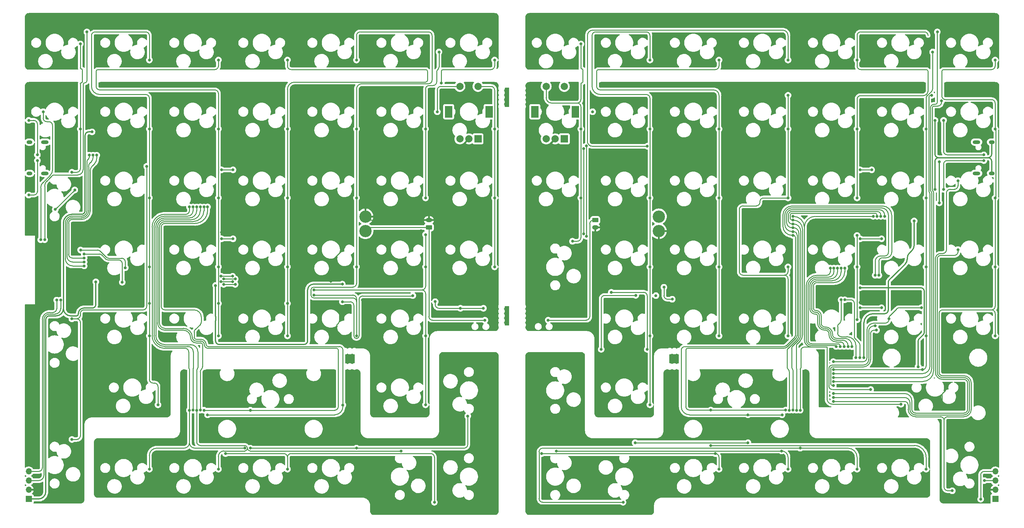
<source format=gbr>
G04 #@! TF.GenerationSoftware,KiCad,Pcbnew,(6.0.1-0)*
G04 #@! TF.CreationDate,2022-04-23T14:38:48+10:00*
G04 #@! TF.ProjectId,pcb,7063622e-6b69-4636-9164-5f7063625858,rev?*
G04 #@! TF.SameCoordinates,Original*
G04 #@! TF.FileFunction,Copper,L1,Top*
G04 #@! TF.FilePolarity,Positive*
%FSLAX46Y46*%
G04 Gerber Fmt 4.6, Leading zero omitted, Abs format (unit mm)*
G04 Created by KiCad (PCBNEW (6.0.1-0)) date 2022-04-23 14:38:48*
%MOMM*%
%LPD*%
G01*
G04 APERTURE LIST*
G04 Aperture macros list*
%AMRoundRect*
0 Rectangle with rounded corners*
0 $1 Rounding radius*
0 $2 $3 $4 $5 $6 $7 $8 $9 X,Y pos of 4 corners*
0 Add a 4 corners polygon primitive as box body*
4,1,4,$2,$3,$4,$5,$6,$7,$8,$9,$2,$3,0*
0 Add four circle primitives for the rounded corners*
1,1,$1+$1,$2,$3*
1,1,$1+$1,$4,$5*
1,1,$1+$1,$6,$7*
1,1,$1+$1,$8,$9*
0 Add four rect primitives between the rounded corners*
20,1,$1+$1,$2,$3,$4,$5,0*
20,1,$1+$1,$4,$5,$6,$7,0*
20,1,$1+$1,$6,$7,$8,$9,0*
20,1,$1+$1,$8,$9,$2,$3,0*%
G04 Aperture macros list end*
G04 #@! TA.AperFunction,ComponentPad*
%ADD10O,3.400000X3.400000*%
G04 #@! TD*
G04 #@! TA.AperFunction,ComponentPad*
%ADD11R,1.700000X1.700000*%
G04 #@! TD*
G04 #@! TA.AperFunction,ComponentPad*
%ADD12O,1.700000X1.700000*%
G04 #@! TD*
G04 #@! TA.AperFunction,ComponentPad*
%ADD13O,1.600000X1.000000*%
G04 #@! TD*
G04 #@! TA.AperFunction,ComponentPad*
%ADD14O,2.100000X1.000000*%
G04 #@! TD*
G04 #@! TA.AperFunction,ComponentPad*
%ADD15RoundRect,0.249999X-0.625001X0.350001X-0.625001X-0.350001X0.625001X-0.350001X0.625001X0.350001X0*%
G04 #@! TD*
G04 #@! TA.AperFunction,ComponentPad*
%ADD16O,1.750000X1.200000*%
G04 #@! TD*
G04 #@! TA.AperFunction,ComponentPad*
%ADD17RoundRect,0.249999X0.625001X-0.350001X0.625001X0.350001X-0.625001X0.350001X-0.625001X-0.350001X0*%
G04 #@! TD*
G04 #@! TA.AperFunction,ComponentPad*
%ADD18R,2.000000X2.000000*%
G04 #@! TD*
G04 #@! TA.AperFunction,ComponentPad*
%ADD19C,2.000000*%
G04 #@! TD*
G04 #@! TA.AperFunction,ComponentPad*
%ADD20R,2.000000X3.200000*%
G04 #@! TD*
G04 #@! TA.AperFunction,ViaPad*
%ADD21C,0.800000*%
G04 #@! TD*
G04 #@! TA.AperFunction,Conductor*
%ADD22C,0.250000*%
G04 #@! TD*
G04 #@! TA.AperFunction,Conductor*
%ADD23C,0.350000*%
G04 #@! TD*
G04 APERTURE END LIST*
D10*
X85725000Y-52006250D03*
X85725000Y-48006250D03*
X166687500Y-48006250D03*
X166687500Y-52006250D03*
D11*
X259556250Y-126037500D03*
D12*
X259556250Y-123497500D03*
X259556250Y-120957500D03*
X259556250Y-118417500D03*
D13*
X-6925000Y-27430000D03*
D14*
X-2745000Y-36070000D03*
X-2745000Y-27430000D03*
D13*
X-6925000Y-36070000D03*
X258543750Y-27430000D03*
X258543750Y-36070000D03*
D14*
X254363750Y-36070000D03*
X254363750Y-27430000D03*
D11*
X-7143750Y-126037500D03*
D12*
X-7143750Y-123497500D03*
X-7143750Y-120957500D03*
X-7143750Y-118417500D03*
D15*
X149156250Y-49006250D03*
D16*
X149156250Y-51006250D03*
D17*
X103256250Y-51006250D03*
D16*
X103256250Y-49006250D03*
D18*
X116800000Y-26550000D03*
D19*
X111800000Y-26550000D03*
X114300000Y-26550000D03*
D20*
X119900000Y-19050000D03*
X108700000Y-19050000D03*
D19*
X111800000Y-12050000D03*
X116800000Y-12050000D03*
D18*
X140612500Y-26550000D03*
D19*
X135612500Y-26550000D03*
X138112500Y-26550000D03*
D20*
X143712500Y-19050000D03*
X132512500Y-19050000D03*
D19*
X135612500Y-12050000D03*
X140612500Y-12050000D03*
D21*
X9000000Y-12150000D03*
X39400000Y-33650000D03*
X5650000Y-33150000D03*
X450000Y-57500000D03*
X4900000Y-57500000D03*
X-4950000Y-71100000D03*
X7300000Y-54150000D03*
X46037500Y-52387500D03*
X49212500Y-52387500D03*
X80168750Y-48418750D03*
X76200000Y-65881250D03*
X76200000Y-60325000D03*
X242252500Y-2540000D03*
X600000Y-27750000D03*
X91125000Y-66925000D03*
X19050000Y-22225000D03*
X3151250Y-32850000D03*
X84950000Y-71100000D03*
X101203125Y-69850000D03*
X101100000Y-51900000D03*
X117475000Y-71437500D03*
X76200000Y-71550000D03*
X600000Y-34200000D03*
X-7143750Y-16668750D03*
X98800000Y-69850000D03*
X79400000Y-71550000D03*
X49825000Y-65250000D03*
X46650000Y-65250000D03*
X242887500Y-21431250D03*
X242887500Y-40481250D03*
X233550000Y-95750000D03*
X177531250Y-70762500D03*
X247650000Y-78950000D03*
X249600000Y-34975000D03*
X228600000Y-78950000D03*
X247425000Y-36025000D03*
X246900000Y-17200000D03*
X146250000Y-71550000D03*
X246062500Y-94456250D03*
X228150000Y-71750000D03*
X239000000Y-36275000D03*
X235743750Y-85725000D03*
X248467500Y-29357500D03*
X251051250Y-28525000D03*
X226750000Y-85600000D03*
X148700000Y-68900000D03*
X222225000Y-71750000D03*
X170400000Y-70850000D03*
X168100000Y-67550000D03*
X150800000Y-84700000D03*
X160337500Y-69800498D03*
X11350000Y-66050000D03*
X44400000Y-67050000D03*
X10318750Y-24606250D03*
X79375000Y-66675000D03*
X-2750000Y-54400000D03*
X8906250Y3000000D03*
X-3850000Y-54400000D03*
X-3175000Y-19050000D03*
X5556250Y-40655704D03*
X46037500Y-35100000D03*
X174454Y-46037500D03*
X49212500Y-35100000D03*
X49212500Y-54150000D03*
X46037500Y-54150000D03*
X46650000Y-66750000D03*
X49825000Y-66750000D03*
X8150000Y-58350000D03*
X18650000Y-66150000D03*
X105568750Y-19050000D03*
X244078125Y-32850000D03*
X244078125Y-44225000D03*
X217000000Y-71000000D03*
X221100000Y-87000000D03*
X243538750Y3000000D03*
X214850000Y-92500000D03*
X214850000Y-96900000D03*
X225425000Y-35100000D03*
X222250000Y-35100000D03*
X249237500Y-38100000D03*
X214850000Y-98000000D03*
X228150000Y-54150000D03*
X222250000Y-54150000D03*
X249237500Y-57150000D03*
X222250000Y-54150000D03*
X218000000Y-71000000D03*
X222200000Y-87000000D03*
X214850000Y-93600000D03*
X244700000Y-16050000D03*
X239150000Y-73200000D03*
X228150000Y-73200000D03*
X214850000Y-88100000D03*
X230187500Y-76200000D03*
X222250000Y-73200000D03*
X237142979Y-49212500D03*
X223300000Y-87000000D03*
X238250000Y-89500000D03*
X165893750Y-69850000D03*
X222250000Y-67675000D03*
X550000Y-71100000D03*
X1650000Y-71100000D03*
X255500000Y-126100000D03*
X256500000Y-120957500D03*
X-4762500Y-32543750D03*
X-7143750Y-42068750D03*
X7150000Y-57250000D03*
X45925000Y-64500000D03*
X49100000Y-64500000D03*
X19500000Y-62150000D03*
X4762500Y-35777500D03*
X4762500Y-109596250D03*
X25400000Y-34131250D03*
X7085000Y-23812500D03*
X7085000Y-317500D03*
X4762500Y-76258750D03*
X26135000Y-80962500D03*
X28516250Y-100012500D03*
X26135000Y-61912500D03*
X26135000Y-72000000D03*
X26135000Y-4762500D03*
X26135000Y-23812500D03*
X26135000Y-42862500D03*
X45185000Y-42862500D03*
X45185000Y-80962500D03*
X45185000Y-61912500D03*
X45185000Y-72000000D03*
X45185000Y-23812500D03*
X45185000Y-4762500D03*
X64235000Y-4762500D03*
X64235000Y-42862500D03*
X64235000Y-61912500D03*
X64235000Y-72000000D03*
X64235000Y-23812500D03*
X64235000Y-80962500D03*
X83285000Y-4762500D03*
X83285000Y-61912500D03*
X83285000Y-23812500D03*
X83285000Y-80962500D03*
X83285000Y-42862500D03*
X71500000Y-69700000D03*
X71500000Y-68300000D03*
X102335000Y-23812500D03*
X102335000Y-53000000D03*
X102335000Y-100012500D03*
X102335000Y-61912500D03*
X102335000Y-42862500D03*
X102335000Y-80962500D03*
X106045000Y-2540000D03*
X118707500Y-76638750D03*
X121385000Y-42862500D03*
X11600000Y-31050000D03*
X8150000Y-59450000D03*
X121385000Y-23812500D03*
X121385000Y-4762500D03*
X106680000Y-11112500D03*
X121385000Y-61912500D03*
X136170000Y-76638750D03*
X163500000Y-84700000D03*
X153590625Y-68937500D03*
X49100000Y-66000000D03*
X111962500Y-73337500D03*
X105000000Y-71524500D03*
X118312500Y-73337500D03*
X45925000Y-66000000D03*
X8150000Y-60550000D03*
X10600000Y-31050000D03*
X8150000Y-61650000D03*
X9600000Y-31050000D03*
X148431250Y-19050000D03*
X145197500Y-23812500D03*
X145197500Y-42862500D03*
X145197500Y-317500D03*
X218000000Y-62250000D03*
X142875000Y-54827500D03*
X220000000Y-83950000D03*
X164247500Y-80962500D03*
X215000000Y-62250000D03*
X216700000Y-83900000D03*
X164247500Y-23812500D03*
X164247500Y-61912500D03*
X164247500Y-4762500D03*
X164247500Y-100012500D03*
X164247500Y-42862500D03*
X183297500Y-4762500D03*
X183297500Y-42862500D03*
X183297500Y-23812500D03*
X183297500Y-61912500D03*
X183297500Y-80962500D03*
X214000000Y-62250000D03*
X215600000Y-83900000D03*
X202347500Y-4762500D03*
X202347500Y-23812500D03*
X202347500Y-80962500D03*
X214850000Y-91400000D03*
X242000000Y-14500000D03*
X202347500Y-61912500D03*
X202347500Y-14500000D03*
X202347500Y-42862500D03*
X163512500Y-28575000D03*
X221397500Y-42862500D03*
X221397500Y-4762500D03*
X221397500Y-61912500D03*
X221397500Y-23812500D03*
X221397500Y-53240000D03*
X221400000Y-76517500D03*
X240447500Y-42862500D03*
X214850000Y-90300000D03*
X240447500Y-23812500D03*
X239450000Y-90300000D03*
X240447500Y-61912500D03*
X240447500Y-80962500D03*
X259497500Y-61912500D03*
X259497500Y-4762500D03*
X259497500Y-23812500D03*
X259497500Y-42862500D03*
X259497500Y-80962500D03*
X247650000Y-123766250D03*
X214850000Y-99100000D03*
X38187500Y-101481250D03*
X38187500Y-45331250D03*
X45185000Y-117792500D03*
X39187500Y-101512500D03*
X95567500Y-112771250D03*
X39187500Y-45362500D03*
X203700000Y-51100000D03*
X138430000Y-112771250D03*
X229000000Y-47950000D03*
X202347500Y-117792500D03*
X202700000Y-101512500D03*
X200597500Y-112771250D03*
X256381250Y-30956250D03*
X245268750Y-21431250D03*
X-7143750Y-21431250D03*
X-4762500Y-30956250D03*
X256381250Y-32543750D03*
X245268750Y-40481250D03*
X37187500Y-101512500D03*
X52446250Y-112000000D03*
X37187500Y-45362500D03*
X26135000Y-117792500D03*
X104775000Y-126941250D03*
X47150000Y-113500000D03*
X64235000Y-117792500D03*
X40187500Y-45331250D03*
X40187500Y-101481250D03*
X54000000Y-112000000D03*
X41187500Y-45362500D03*
X54000000Y-101512500D03*
X83285000Y-112000000D03*
X113982500Y-103128750D03*
X41187500Y-101512500D03*
X200700000Y-102782500D03*
X191293750Y-110500000D03*
X191293750Y-102782500D03*
X214850000Y-94700000D03*
X227400000Y-64250000D03*
X226750000Y-79400000D03*
X160162500Y-110500000D03*
X203700000Y-53200000D03*
X203700000Y-52150000D03*
X181033750Y-111250000D03*
X201700000Y-101481250D03*
X240447500Y-117792500D03*
X225150000Y-95800000D03*
X181033750Y-101481250D03*
X226400000Y-78200000D03*
X226400000Y-64250000D03*
X226900000Y-47950000D03*
X204700000Y-101512500D03*
X203700000Y-49000000D03*
X42187500Y-45331250D03*
X79533750Y-100075000D03*
X42187500Y-102782500D03*
X225850000Y-47950000D03*
X205700000Y-101512500D03*
X205700000Y-112000000D03*
X203700000Y-47950000D03*
X156845000Y-126941250D03*
X233500000Y-99850000D03*
X221397500Y-117792500D03*
X183297500Y-117792500D03*
X182297500Y-113500000D03*
X203700000Y-101481250D03*
X134375000Y-113500000D03*
X227950000Y-47950000D03*
X203700000Y-50050000D03*
X146700000Y-28500000D03*
X146700000Y-53450000D03*
X216000000Y-62250000D03*
X217800000Y-83900000D03*
X145950000Y-29250000D03*
X217000000Y-62250000D03*
X218900000Y-83900000D03*
X145950000Y-52750000D03*
D22*
X259497500Y-16692500D02*
X259497500Y-23812500D01*
X259497500Y-23812500D02*
X259668270Y-23983270D01*
X259668270Y-23983270D02*
X259668270Y-42691730D01*
X259668270Y-42691730D02*
X259497500Y-42862500D01*
X78568420Y-76766819D02*
G75*
G02*
X78275527Y-77473925I-999993J-3D01*
G01*
X78568420Y-74332635D02*
G75*
G03*
X78275527Y-73625529I-999993J3D01*
G01*
X81376714Y-82549999D02*
G75*
G02*
X80669608Y-82257106I-3J999993D01*
G01*
X78080393Y-79667893D02*
G75*
G02*
X77787500Y-78960786I707106J707106D01*
G01*
X78080393Y-77669061D02*
G75*
G03*
X77787500Y-78376168I707106J-707106D01*
G01*
X3151250Y-32850000D02*
X5350000Y-32850000D01*
X5350000Y-32850000D02*
X5650000Y-33150000D01*
X5192893Y-56257107D02*
G75*
G03*
X4900000Y-56964214I707106J-707106D01*
G01*
X7300000Y-54150000D02*
X5192893Y-56257107D01*
X4900000Y-56964214D02*
X4900000Y-57500000D01*
X79875857Y-56823597D02*
G75*
G03*
X80168750Y-56116490I-707106J707106D01*
G01*
X80168750Y-56116490D02*
X80168750Y-48418750D01*
X76374454Y-60325000D02*
X79875857Y-56823597D01*
X76200000Y-60325000D02*
X76374454Y-60325000D01*
X81376714Y-82550000D02*
X84931250Y-82550000D01*
X78080393Y-79667893D02*
X80669607Y-82257107D01*
X77787500Y-78376168D02*
X77787500Y-78960786D01*
X78568421Y-74332635D02*
X78568421Y-76766819D01*
X78275528Y-77473926D02*
X78080393Y-77669061D01*
X76200000Y-71550000D02*
X78275528Y-73625528D01*
X84931250Y-82550000D02*
X84950000Y-82531250D01*
X84950000Y-82531250D02*
X84950000Y-71100000D01*
D23*
X69800000Y-82350000D02*
G75*
G02*
X68800000Y-83350000I-999999J-1D01*
G01*
D22*
X103256251Y-38007964D02*
G75*
G02*
X103549144Y-37300858I999993J3D01*
G01*
X114300000Y-26550000D02*
X103549143Y-37300857D01*
X103256250Y-38007964D02*
X103256250Y-49006250D01*
X76200000Y-60325000D02*
X76200000Y-65881250D01*
X7450000Y-48800000D02*
G75*
G03*
X9800000Y-46450000I0J2350000D01*
G01*
X7450000Y-48350000D02*
G75*
G03*
X9350000Y-46450000I0J1900000D01*
G01*
X8900000Y-46450000D02*
G75*
G02*
X7450000Y-47900000I-1449999J-1D01*
G01*
X9307107Y-32092893D02*
G75*
G03*
X9600000Y-31385786I-707106J707106D01*
G01*
X2950000Y-49800000D02*
G75*
G02*
X4850000Y-47900000I1900000J0D01*
G01*
X2950000Y-49800000D02*
X2950000Y-59650000D01*
X4950000Y-61650000D02*
G75*
G02*
X2950000Y-59650000I-1J1999999D01*
G01*
X8900000Y-32914214D02*
X8900000Y-46450000D01*
X9600000Y-31050000D02*
X9600000Y-31385786D01*
X8900001Y-32914214D02*
G75*
G02*
X9192894Y-32207108I999993J3D01*
G01*
X9307107Y-32092893D02*
X9192893Y-32207107D01*
X7450000Y-47900000D02*
X4850000Y-47900000D01*
X4950000Y-61650000D02*
X8150000Y-61650000D01*
D23*
X7400000Y-47400000D02*
G75*
G03*
X8400000Y-46400000I1J999999D01*
G01*
X2424511Y-49750000D02*
G75*
G02*
X4774511Y-47400000I2350000J0D01*
G01*
D22*
X3850000Y-58450000D02*
G75*
G03*
X4850000Y-59450000I999999J-1D01*
G01*
X4850000Y-48800000D02*
G75*
G03*
X3850000Y-49800000I-1J-999999D01*
G01*
X9800000Y-46450000D02*
X9800000Y-35428427D01*
X10385787Y-34014213D02*
G75*
G03*
X9800000Y-35428427I1414213J-1414214D01*
G01*
X3850000Y-58450000D02*
X3850000Y-49800000D01*
X11599999Y-31971573D02*
G75*
G02*
X11014213Y-33385785I-1999999J0D01*
G01*
X8150000Y-59450000D02*
X4850000Y-59450000D01*
X4850000Y-48800000D02*
X7450000Y-48800000D01*
X11600000Y-31971573D02*
X11600000Y-31050000D01*
X10385787Y-34014213D02*
X11014214Y-33385786D01*
X3400000Y-59050000D02*
G75*
G03*
X4900000Y-60550000I1500001J1D01*
G01*
X9789340Y-33135274D02*
G75*
G03*
X9350000Y-34195934I1060662J-1060661D01*
G01*
X3400000Y-59050000D02*
X3400000Y-49800000D01*
X4850000Y-48350000D02*
G75*
G03*
X3400000Y-49800000I-1J-1449999D01*
G01*
X8150000Y-60550000D02*
X4900000Y-60550000D01*
X9789340Y-33135274D02*
X10160660Y-32763954D01*
X10599999Y-31703294D02*
G75*
G02*
X10160659Y-32763953I-1500001J1D01*
G01*
X4850000Y-48350000D02*
X7450000Y-48350000D01*
X9350000Y-46450000D02*
X9350000Y-34195934D01*
X10600000Y-31703294D02*
X10600000Y-31050000D01*
D23*
X9400000Y-24606250D02*
G75*
G03*
X8400000Y-25606250I-1J-999999D01*
G01*
X2424511Y-73450000D02*
X2424511Y-49750000D01*
X4774511Y-47400000D02*
X7400000Y-47400000D01*
X8400000Y-46400000D02*
X8400000Y-25606250D01*
X9400000Y-24606250D02*
X10318750Y-24606250D01*
D22*
X205898750Y-85053561D02*
G75*
G02*
X206898750Y-84053561I999999J1D01*
G01*
X209296439Y-84053561D02*
X213100000Y-84053561D01*
X209296439Y-84053561D02*
X206898750Y-84053561D01*
X208850000Y-84053561D02*
X209296439Y-84053561D01*
X205898750Y-85053561D02*
X205898750Y-89795197D01*
X202178977Y-83975305D02*
G75*
G02*
X201153672Y-84400000I-1025307J1025310D01*
G01*
X201861457Y-83657107D02*
G75*
G02*
X201154350Y-83950000I-707106J707106D01*
G01*
X172878750Y-100512500D02*
G75*
G03*
X175148750Y-102782500I2270001J1D01*
G01*
X173878750Y-83950000D02*
G75*
G03*
X172878750Y-84950000I-1J-999999D01*
G01*
X172878750Y-100512500D02*
X172878750Y-84950000D01*
X204350000Y-80961457D02*
X204350000Y-79300000D01*
X204350000Y-80961457D02*
G75*
G02*
X204203553Y-81315011I-499997J-1D01*
G01*
X200700000Y-102782500D02*
X175148750Y-102782500D01*
X173878750Y-83950000D02*
X201154350Y-83950000D01*
X201861457Y-83657107D02*
X204203553Y-81315011D01*
X174148750Y-100481250D02*
G75*
G03*
X175148750Y-101481250I999999J-1D01*
G01*
X201700000Y-101481250D02*
X175148750Y-101481250D01*
X203850000Y-52150000D02*
X203700000Y-52150000D01*
X174648750Y-84400000D02*
G75*
G03*
X174148750Y-84900000I1J-500001D01*
G01*
X204849999Y-80890068D02*
G75*
G02*
X204557106Y-81597174I-999998J-1D01*
G01*
X203850000Y-52150000D02*
G75*
G02*
X204850000Y-53150000I1J-999999D01*
G01*
X202178977Y-83975305D02*
X204557107Y-81597175D01*
X174148750Y-100481250D02*
X174148750Y-84900000D01*
X174648750Y-84400000D02*
X201153672Y-84400000D01*
X204850000Y-80890068D02*
X204850000Y-53150000D01*
X-3400000Y-76450000D02*
G75*
G02*
X-1450000Y-74500000I1950001J-1D01*
G01*
X-3400000Y-117417500D02*
G75*
G02*
X-4400000Y-118417500I-999999J-1D01*
G01*
X550000Y-73500000D02*
G75*
G02*
X-450000Y-74500000I-999999J-1D01*
G01*
X-7143750Y-118417500D02*
X-4400000Y-118417500D01*
X-3400000Y-117417500D02*
X-3400000Y-76450000D01*
X550000Y-73500000D02*
X550000Y-71100000D01*
X-1450000Y-74500000D02*
X-450000Y-74500000D01*
X217025000Y-81200480D02*
G75*
G02*
X216025000Y-80200480I-1J999999D01*
G01*
X216317893Y-77682107D02*
G75*
G03*
X216025000Y-78389214I707106J-707106D01*
G01*
X216707107Y-77292893D02*
G75*
G03*
X217000000Y-76585786I-707106J707106D01*
G01*
X218600000Y-81200480D02*
G75*
G02*
X221100000Y-83700480I0J-2500000D01*
G01*
X221100000Y-87000000D02*
X221100000Y-83700480D01*
X218600000Y-81200480D02*
X217025000Y-81200480D01*
X216025000Y-80200480D02*
X216025000Y-78389214D01*
X216317893Y-77682107D02*
X216707107Y-77292893D01*
X217000000Y-76585786D02*
X217000000Y-71000000D01*
X-789983Y-36805393D02*
G75*
G02*
X-82876Y-36512500I707106J-707106D01*
G01*
X-1442295Y-37457705D02*
X-1082877Y-37098286D01*
X-2164213Y-38179622D02*
X-1442295Y-37457705D01*
X7850000Y-35012500D02*
G75*
G02*
X6350000Y-36512500I-1500001J1D01*
G01*
X8350000Y-11050000D02*
X8390000Y-11050000D01*
X8890000Y-10550000D02*
X8890000Y2983750D01*
X8350000Y-11050000D02*
G75*
G03*
X7850000Y-11550000I1J-500001D01*
G01*
X-1442295Y-37457705D02*
X-789983Y-36805393D01*
X8890000Y-10550000D02*
G75*
G02*
X8390000Y-11050000I-500001J1D01*
G01*
X-82876Y-36512500D02*
X6350000Y-36512500D01*
X7850000Y-35012500D02*
X7850000Y-11550000D01*
X8890000Y2983750D02*
X8906250Y3000000D01*
D23*
X44400000Y-82350000D02*
X44400000Y-76800000D01*
X44400000Y-76800000D02*
X44479521Y-76720479D01*
X44479521Y-75661720D02*
X44479521Y-76720479D01*
X44400000Y-75582199D02*
X44479521Y-75661720D01*
X44400000Y-67050000D02*
X44400000Y-75582199D01*
D22*
X164250000Y-54550000D02*
X164250000Y-61910000D01*
X164247500Y-42862500D02*
X164247500Y-54547500D01*
X164247500Y-54547500D02*
X164250000Y-54550000D01*
X86725000Y-49006250D02*
X85725000Y-48006250D01*
X103256250Y-49006250D02*
X86725000Y-49006250D01*
X84009511Y-80980000D02*
X84009511Y-70950000D01*
X82560489Y-72550000D02*
X82560489Y-80980000D01*
X85009511Y-69950000D02*
X98800000Y-69950000D01*
X79400000Y-71550000D02*
X81560489Y-71550000D01*
X83280489Y-81700000D02*
X83289511Y-81700000D01*
X82560489Y-72550000D02*
G75*
G03*
X81560489Y-71550000I-999999J1D01*
G01*
X84009511Y-80980000D02*
G75*
G02*
X83289511Y-81700000I-720000J0D01*
G01*
X85009511Y-69950000D02*
G75*
G03*
X84009511Y-70950000I-1J-999999D01*
G01*
X83280489Y-81700000D02*
G75*
G02*
X82560489Y-80980000I0J720000D01*
G01*
X46650000Y-65250000D02*
X49825000Y-65250000D01*
D23*
X257543750Y-31750000D02*
X243887500Y-31750000D01*
X243887500Y-31750000D02*
X243887500Y-31750000D01*
X258543750Y-32750000D02*
X258543750Y-36070000D01*
X242887500Y-21431250D02*
X242887500Y-30750000D01*
X242887500Y-32750000D02*
X242887500Y-40481250D01*
X258543750Y-27430000D02*
X258543750Y-30750000D01*
X243887500Y-31750000D02*
G75*
G02*
X242887500Y-30750000I-1J999999D01*
G01*
X258543750Y-30750000D02*
G75*
G02*
X257543750Y-31750000I-999999J-1D01*
G01*
X243887500Y-31750000D02*
G75*
G03*
X242887500Y-32750000I-1J-999999D01*
G01*
X258543750Y-32750000D02*
G75*
G03*
X257543750Y-31750000I-999999J1D01*
G01*
D22*
X244822979Y-98772979D02*
X244822979Y-97427761D01*
X245115872Y-96720654D02*
X245769607Y-96066919D01*
X246062500Y-95359812D02*
X246062500Y-94456250D01*
X245769607Y-96066919D02*
G75*
G03*
X246062500Y-95359812I-707106J707106D01*
G01*
X245115872Y-96720654D02*
G75*
G03*
X244822979Y-97427761I707106J-707106D01*
G01*
X168100000Y-67550000D02*
X168100000Y-69850000D01*
X169100000Y-70850000D02*
X170400000Y-70850000D01*
X169100000Y-70850000D02*
G75*
G02*
X168100000Y-69850000I-1J999999D01*
G01*
X150800000Y-73231250D02*
X150800000Y-73850000D01*
X150800000Y-74100000D02*
X150800000Y-70800498D01*
X150800000Y-73850000D02*
X150800000Y-74100000D01*
X151800000Y-69800498D02*
X160337500Y-69800498D01*
X150800000Y-74100000D02*
X150800000Y-84700000D01*
X150800000Y-70800498D02*
G75*
G02*
X151800000Y-69800498I999999J1D01*
G01*
D23*
X69800000Y-82350000D02*
X69800000Y-68325000D01*
X6550000Y-74800000D02*
X6550000Y-74950000D01*
X-4450000Y-126037500D02*
X-7143750Y-126037500D01*
X-2450000Y-76450000D02*
X-2450000Y-124037500D01*
X2424511Y-73450000D02*
X2424511Y-73450000D01*
X10350000Y-73300000D02*
X8050000Y-73300000D01*
X6050000Y-75450000D02*
X4424511Y-75450000D01*
X11350000Y-66050000D02*
X11350000Y-72300000D01*
X71450000Y-66675000D02*
X79375000Y-66675000D01*
X45400000Y-83350000D02*
X68800000Y-83350000D01*
X424511Y-75450000D02*
X-1450000Y-75450000D01*
X4424511Y-75450000D02*
G75*
G02*
X2424511Y-73450000I-1J1999999D01*
G01*
X-2450000Y-76450000D02*
G75*
G02*
X-1450000Y-75450000I999999J1D01*
G01*
X2424511Y-73450000D02*
G75*
G02*
X424511Y-75450000I-1999999J-1D01*
G01*
X10350000Y-73300000D02*
G75*
G03*
X11350000Y-72300000I1J999999D01*
G01*
X69800000Y-68325000D02*
G75*
G02*
X71450000Y-66675000I1650001J-1D01*
G01*
X8050000Y-73300000D02*
G75*
G03*
X6550000Y-74800000I1J-1500001D01*
G01*
X6550000Y-74950000D02*
G75*
G02*
X6050000Y-75450000I-500001J1D01*
G01*
X44400000Y-82350000D02*
G75*
G03*
X45400000Y-83350000I999999J-1D01*
G01*
X-2450000Y-124037500D02*
G75*
G02*
X-4450000Y-126037500I-1999999J-1D01*
G01*
D22*
X-2750000Y-54400000D02*
X-2750000Y-39593836D01*
X-2164213Y-38179622D02*
G75*
G03*
X-2750000Y-39593836I1414213J-1414214D01*
G01*
X-599727Y-35150990D02*
X-599727Y-22799727D01*
X-3850000Y-54400000D02*
X-3850000Y-40058118D01*
X-3175000Y-19050000D02*
X-3175000Y-20799727D01*
X-2175000Y-21799727D02*
X-1599727Y-21799727D01*
X-3264214Y-38643905D02*
X-1185513Y-36565203D01*
X-1599727Y-21799727D02*
G75*
G02*
X-599727Y-22799727I1J-999999D01*
G01*
X-3849999Y-40058118D02*
G75*
G02*
X-3264213Y-38643906I1999999J0D01*
G01*
X-2175000Y-21799727D02*
G75*
G02*
X-3175000Y-20799727I-1J999999D01*
G01*
X-599728Y-35150990D02*
G75*
G02*
X-1185514Y-36565202I-1999999J0D01*
G01*
X46037500Y-35100000D02*
X49212500Y-35100000D01*
X174454Y-46037500D02*
X5556250Y-40655704D01*
X46037500Y-54150000D02*
X49212500Y-54150000D01*
X14778496Y-60000000D02*
X17650000Y-60000000D01*
X13007175Y-58642893D02*
X14071389Y-59707107D01*
X49825000Y-66750000D02*
X46650000Y-66750000D01*
X8150000Y-58350000D02*
X12300068Y-58350000D01*
X18650000Y-61000000D02*
X18650000Y-66150000D01*
X14778496Y-59999999D02*
G75*
G02*
X14071390Y-59707106I-3J999993D01*
G01*
X18650000Y-61000000D02*
G75*
G03*
X17650000Y-60000000I-999999J1D01*
G01*
X13007175Y-58642893D02*
G75*
G03*
X12300068Y-58350000I-707106J-707106D01*
G01*
X106568750Y-12050000D02*
X111800000Y-12050000D01*
X105568750Y-19050000D02*
X105568750Y-13050000D01*
X105568750Y-13050000D02*
G75*
G02*
X106568750Y-12050000I999999J1D01*
G01*
D23*
X244078125Y-32850000D02*
X244078125Y-44225000D01*
D22*
X243522500Y-13822500D02*
X243522500Y-16500000D01*
X242000000Y-41492825D02*
X242000000Y-88250000D01*
X243522500Y-13822500D02*
X243522500Y-14563286D01*
X214850000Y-92500000D02*
X214857107Y-92492893D01*
X242650000Y-17000000D02*
X243022500Y-17000000D01*
X242000000Y-89100000D02*
X242000000Y-89400000D01*
X241650000Y-18000000D02*
X241650000Y-40728611D01*
X239100000Y-92500000D02*
X239500000Y-92500000D01*
X243522500Y2983750D02*
X243522500Y-13822500D01*
X239100000Y-92500000D02*
X214850000Y-92500000D01*
X242000000Y-90000000D02*
X242000000Y-88250000D01*
X242000000Y-88250000D02*
X242000000Y-89100000D01*
X242000000Y-89400000D02*
X242000000Y-90000000D01*
X241796447Y-41082165D02*
X241853554Y-41139272D01*
X242000000Y-90000000D02*
G75*
G02*
X239500000Y-92500000I-2500000J0D01*
G01*
X241796447Y-41082165D02*
G75*
G02*
X241650000Y-40728611I353550J353553D01*
G01*
X241999999Y-41492825D02*
G75*
G03*
X241853554Y-41139272I-500001J0D01*
G01*
X241650000Y-18000000D02*
G75*
G02*
X242650000Y-17000000I999999J1D01*
G01*
X243522500Y-16500000D02*
G75*
G02*
X243022500Y-17000000I-500001J1D01*
G01*
X245062500Y-58200000D02*
X244500000Y-58200000D01*
X248237500Y-40481250D02*
X247062500Y-40481250D01*
X251900000Y-94000000D02*
X251900000Y-101300000D01*
X249237500Y-38100000D02*
X249237500Y-39481250D01*
X246062500Y-41481250D02*
X246062500Y-57200000D01*
X240704521Y-102300000D02*
X239550000Y-102300000D01*
X243000000Y-59700000D02*
X243000000Y-91000000D01*
X245000000Y-93000000D02*
X250900000Y-93000000D01*
X236500000Y-101300000D02*
X236500000Y-98900000D01*
X222250000Y-35100000D02*
X225425000Y-35100000D01*
X250900000Y-102300000D02*
X239550000Y-102300000D01*
X234500000Y-96900000D02*
X214850000Y-96900000D01*
X239550000Y-102300000D02*
X237500000Y-102300000D01*
X245062500Y-58200000D02*
G75*
G03*
X246062500Y-57200000I1J999999D01*
G01*
X243000000Y-59700000D02*
G75*
G02*
X244500000Y-58200000I1500001J-1D01*
G01*
X245000000Y-93000000D02*
G75*
G02*
X243000000Y-91000000I-1J1999999D01*
G01*
X251900000Y-94000000D02*
G75*
G03*
X250900000Y-93000000I-999999J1D01*
G01*
X250900000Y-102300000D02*
G75*
G03*
X251900000Y-101300000I1J999999D01*
G01*
X234500000Y-96900000D02*
G75*
G02*
X236500000Y-98900000I1J-1999999D01*
G01*
X248237500Y-40481250D02*
G75*
G03*
X249237500Y-39481250I1J999999D01*
G01*
X236500000Y-101300000D02*
G75*
G03*
X237500000Y-102300000I999999J-1D01*
G01*
X246062500Y-41481250D02*
G75*
G02*
X247062500Y-40481250I999999J1D01*
G01*
X228150000Y-54150000D02*
X222250000Y-54150000D01*
X249237500Y-57737500D02*
X249237500Y-57150000D01*
X250900000Y-92500000D02*
X245000000Y-92500000D01*
X236000000Y-99500000D02*
X236000000Y-101300000D01*
X252400000Y-101300000D02*
X252400000Y-94000000D01*
X243500000Y-91000000D02*
X243500000Y-59737500D01*
X237500000Y-102800000D02*
X250900000Y-102800000D01*
X214850000Y-98000000D02*
X234500000Y-98000000D01*
X244500000Y-58737500D02*
X248237500Y-58737500D01*
X243500000Y-91000000D02*
G75*
G03*
X245000000Y-92500000I1500001J1D01*
G01*
X250900000Y-92500000D02*
G75*
G02*
X252400000Y-94000000I-1J-1500001D01*
G01*
X237500000Y-102800000D02*
G75*
G02*
X236000000Y-101300000I1J1500001D01*
G01*
X249237500Y-57737500D02*
G75*
G02*
X248237500Y-58737500I-999999J-1D01*
G01*
X252400000Y-101300000D02*
G75*
G02*
X250900000Y-102800000I-1500001J1D01*
G01*
X244500000Y-58737500D02*
G75*
G03*
X243500000Y-59737500I-1J-999999D01*
G01*
X236000000Y-99500000D02*
G75*
G03*
X234500000Y-98000000I-1500001J-1D01*
G01*
X220650000Y-72000000D02*
X220650000Y-74100000D01*
X220642021Y-73642021D02*
X220642021Y-74107979D01*
X220650000Y-74100000D02*
X220642021Y-74107979D01*
X220642021Y-74107979D02*
X220642021Y-81153643D01*
X218000000Y-71000000D02*
X219650000Y-71000000D01*
X220934914Y-81860750D02*
X221907107Y-82832943D01*
X222200000Y-83540050D02*
X222200000Y-87000000D01*
X220934914Y-81860750D02*
G75*
G02*
X220642021Y-81153643I707106J707106D01*
G01*
X219650000Y-71000000D02*
G75*
G02*
X220650000Y-72000000I1J-999999D01*
G01*
X221907107Y-82832943D02*
G75*
G02*
X222200000Y-83540050I-707106J-707106D01*
G01*
X242500000Y-41357107D02*
X242500000Y-48950000D01*
X243700000Y-17464214D02*
X242650000Y-17464214D01*
X214850000Y-93600000D02*
X214857107Y-93592893D01*
X242296447Y-40946447D02*
X242353554Y-41003554D01*
X242150000Y-17964214D02*
X242150000Y-40592893D01*
X242500000Y-48950000D02*
X242500000Y-90600000D01*
X239500000Y-93600000D02*
X214850000Y-93600000D01*
X244700000Y-16050000D02*
X244700000Y-16464214D01*
X242500000Y-48950000D02*
X242500000Y-48300000D01*
X242150000Y-17964214D02*
G75*
G02*
X242650000Y-17464214I500001J-1D01*
G01*
X242296447Y-40946447D02*
G75*
G02*
X242150000Y-40592893I353550J353553D01*
G01*
X242499999Y-41357107D02*
G75*
G03*
X242353554Y-41003554I-500001J0D01*
G01*
X244700000Y-16464214D02*
G75*
G02*
X243700000Y-17464214I-999999J-1D01*
G01*
X239500000Y-93600000D02*
G75*
G03*
X242500000Y-90600000I-1J3000001D01*
G01*
X214850000Y-88100000D02*
X223100000Y-88100000D01*
X230187500Y-76076714D02*
X230187500Y-76200000D01*
X232357107Y-73492893D02*
X230480393Y-75369607D01*
X239150000Y-73200000D02*
X233064214Y-73200000D01*
X230187500Y-76449521D02*
X230187500Y-76200000D01*
X224100000Y-87100000D02*
X224100000Y-79449521D01*
X226100000Y-77449521D02*
X229187500Y-77449521D01*
X228150000Y-73200000D02*
X222250000Y-73200000D01*
X226100000Y-77449521D02*
G75*
G03*
X224100000Y-79449521I-1J-1999999D01*
G01*
X233064214Y-73200001D02*
G75*
G03*
X232357108Y-73492894I-3J-999993D01*
G01*
X230187500Y-76449521D02*
G75*
G02*
X229187500Y-77449521I-999999J-1D01*
G01*
X230480393Y-75369607D02*
G75*
G03*
X230187500Y-76076714I707106J-707106D01*
G01*
X224100000Y-87100000D02*
G75*
G02*
X223100000Y-88100000I-999999J-1D01*
G01*
D23*
X238542893Y-81757107D02*
X239655087Y-80644913D01*
X238250000Y-88200000D02*
X238250000Y-89100000D01*
X230292893Y-65507107D02*
X233575000Y-62225000D01*
X222250000Y-67675000D02*
X228875000Y-67675000D01*
X228875000Y-67675000D02*
X238947980Y-67675000D01*
X233549185Y-62225000D02*
X233575000Y-62225000D01*
X238250000Y-88200000D02*
X238250000Y-89500000D01*
X229975000Y-67675000D02*
X230000000Y-67650000D01*
X235247979Y-59723594D02*
X235247979Y-59513113D01*
X238250000Y-82464214D02*
X238250000Y-88200000D01*
X230000000Y-67650000D02*
X230000000Y-66214214D01*
X233575000Y-62225000D02*
X234662192Y-61137808D01*
X239947980Y-79937806D02*
X239947980Y-79147980D01*
X225800000Y-74850000D02*
X229000000Y-74850000D01*
X239947980Y-80159588D02*
X239947980Y-79147980D01*
X239947980Y-68675000D02*
X239947980Y-79147980D01*
X228875000Y-67675000D02*
X229975000Y-67675000D01*
X237142979Y-55961259D02*
X237142979Y-49212500D01*
X230000000Y-73850000D02*
X230000000Y-67650000D01*
X223300000Y-87000000D02*
X223300000Y-77350000D01*
X235833765Y-58098900D02*
X236557192Y-57375473D01*
X230292893Y-65507107D02*
G75*
G03*
X230000000Y-66214214I707101J-707104D01*
G01*
X230000000Y-73850000D02*
G75*
G02*
X229000000Y-74850000I-999999J-1D01*
G01*
X239947980Y-68675000D02*
G75*
G03*
X238947980Y-67675000I-999999J1D01*
G01*
X239947979Y-79937806D02*
G75*
G02*
X239655086Y-80644912I-999993J-3D01*
G01*
X235247978Y-59723594D02*
G75*
G02*
X234662191Y-61137807I-1999999J0D01*
G01*
X223300000Y-77350000D02*
G75*
G02*
X225800000Y-74850000I2500000J0D01*
G01*
X235833765Y-58098900D02*
G75*
G03*
X235247979Y-59513113I1414214J-1414213D01*
G01*
X237142978Y-55961259D02*
G75*
G02*
X236557191Y-57375472I-1999999J0D01*
G01*
X238250001Y-82464214D02*
G75*
G02*
X238542894Y-81757108I999993J3D01*
G01*
D22*
X1650000Y-73300000D02*
X1650000Y-73450000D01*
X1650000Y-73300000D02*
X1650000Y-73500000D01*
X-2950000Y-76450000D02*
X-2950000Y-119457500D01*
X1650000Y-71100000D02*
X1650000Y-73300000D01*
X-7143750Y-120957500D02*
X-4450000Y-120957500D01*
X150000Y-74950000D02*
X-1450000Y-74950000D01*
X-2950000Y-76450000D02*
G75*
G02*
X-1450000Y-74950000I1500001J-1D01*
G01*
X-2950000Y-119457500D02*
G75*
G02*
X-4450000Y-120957500I-1500001J1D01*
G01*
X150000Y-74950000D02*
G75*
G03*
X1650000Y-73450000I-1J1500001D01*
G01*
X255500000Y-119417500D02*
X255500000Y-126100000D01*
X256500000Y-118417500D02*
X259556250Y-118417500D01*
X256500000Y-118417500D02*
G75*
G03*
X255500000Y-119417500I-1J-999999D01*
G01*
X259556250Y-120957500D02*
X256500000Y-120957500D01*
X-5762500Y-42068750D02*
X-7143750Y-42068750D01*
X-4762500Y-32543750D02*
X-4762500Y-41068750D01*
X-5762500Y-42068750D02*
G75*
G03*
X-4762500Y-41068750I1J999999D01*
G01*
X45925000Y-64500000D02*
X49100000Y-64500000D01*
X12542893Y-57542893D02*
X14225528Y-59225528D01*
X19500000Y-60518421D02*
X19500000Y-62150000D01*
X14932635Y-59518421D02*
X18500000Y-59518421D01*
X7150000Y-57250000D02*
X11835786Y-57250000D01*
X11835786Y-57250001D02*
G75*
G02*
X12542892Y-57542894I3J-999993D01*
G01*
X19500000Y-60518421D02*
G75*
G03*
X18500000Y-59518421I-999999J1D01*
G01*
X14932635Y-59518420D02*
G75*
G02*
X14225529Y-59225527I-1J999998D01*
G01*
X7085000Y-23812500D02*
X7085000Y-34777500D01*
X7085000Y-6956250D02*
X7085000Y-317500D01*
X4762500Y-76258750D02*
X6085000Y-76258750D01*
X7085000Y-23812500D02*
X7085000Y-11300000D01*
X7335000Y-7206250D02*
X7370000Y-7206250D01*
X4762500Y-35777500D02*
X6085000Y-35777500D01*
X7085000Y-75258750D02*
X7085000Y-74800000D01*
X7335000Y-11050000D02*
X7370000Y-11050000D01*
X7085000Y-77258750D02*
X7085000Y-108596250D01*
X25400000Y-34131250D02*
X25400000Y-72800000D01*
X7620000Y-10800000D02*
X7620000Y-7456250D01*
X24400000Y-73800000D02*
X8085000Y-73800000D01*
X4762500Y-109596250D02*
X6085000Y-109596250D01*
X4762500Y-76258750D02*
X6085000Y-76258750D01*
X7120000Y-317500D02*
X7085000Y-317500D01*
X6085000Y-76258750D02*
G75*
G02*
X7085000Y-77258750I1J-999999D01*
G01*
X8085000Y-73800000D02*
G75*
G03*
X7085000Y-74800000I-1J-999999D01*
G01*
X25400000Y-72800000D02*
G75*
G02*
X24400000Y-73800000I-999999J-1D01*
G01*
X6085000Y-76258750D02*
G75*
G03*
X7085000Y-75258750I1J999999D01*
G01*
X7370000Y-7206250D02*
G75*
G02*
X7620000Y-7456250I1J-249999D01*
G01*
X7085000Y-11300000D02*
G75*
G02*
X7335000Y-11050000I249999J1D01*
G01*
X7085000Y-34777500D02*
G75*
G02*
X6085000Y-35777500I-999999J-1D01*
G01*
X6085000Y-109596250D02*
G75*
G03*
X7085000Y-108596250I1J999999D01*
G01*
X7370000Y-11050000D02*
G75*
G03*
X7620000Y-10800000I1J249999D01*
G01*
X7335000Y-7206250D02*
G75*
G02*
X7085000Y-6956250I-1J249999D01*
G01*
X26135000Y-15287500D02*
X26135000Y-25458750D01*
X26135000Y-25458750D02*
X26135000Y-42862500D01*
X11160000Y3000000D02*
X25135000Y3000000D01*
X10160000Y-12017500D02*
X10160000Y2000000D01*
X20637500Y-14287500D02*
X21134591Y-14287500D01*
X26135000Y-80962500D02*
X26135000Y-93000479D01*
X26135000Y-71496250D02*
X26135000Y-80962500D01*
X28516250Y-100012500D02*
X28516250Y-95000479D01*
X26135000Y-42862500D02*
X26135000Y-61912500D01*
X20637500Y-14287500D02*
X25135000Y-14287500D01*
X26135000Y-61912500D02*
X26135000Y-71496250D01*
X20637500Y-14287500D02*
X12430000Y-14287500D01*
X26135000Y-23812500D02*
X26135000Y-25458750D01*
X26135000Y2000000D02*
X26135000Y-4762500D01*
X27135000Y-94000479D02*
X27516250Y-94000479D01*
X10160000Y-12017500D02*
G75*
G03*
X12430000Y-14287500I2270001J1D01*
G01*
X11160000Y3000000D02*
G75*
G03*
X10160000Y2000000I-1J-999999D01*
G01*
X26135000Y2000000D02*
G75*
G03*
X25135000Y3000000I-999999J1D01*
G01*
X27516250Y-94000479D02*
G75*
G02*
X28516250Y-95000479I1J-999999D01*
G01*
X25135000Y-14287500D02*
G75*
G02*
X26135000Y-15287500I1J-999999D01*
G01*
X27135000Y-94000479D02*
G75*
G02*
X26135000Y-93000479I-1J999999D01*
G01*
X41100000Y-7400000D02*
X11930000Y-7400000D01*
X45185000Y-14017500D02*
X45185000Y-23812500D01*
X12430000Y-13017500D02*
X44185000Y-13017500D01*
X45185000Y-4762500D02*
X45185000Y-6400000D01*
X45185000Y-42862500D02*
X45185000Y-61912500D01*
X45185000Y-61912500D02*
X45185000Y-71415000D01*
X45185000Y-71415000D02*
X45185000Y-80962500D01*
X41100000Y-7400000D02*
X44185000Y-7400000D01*
X45185000Y-23812500D02*
X45185000Y-42862500D01*
X11430000Y-7900000D02*
X11430000Y-12017500D01*
X41604521Y-7400000D02*
X41100000Y-7400000D01*
X45185000Y-6400000D02*
G75*
G02*
X44185000Y-7400000I-999999J-1D01*
G01*
X12430000Y-13017500D02*
G75*
G02*
X11430000Y-12017500I-1J999999D01*
G01*
X45185000Y-14017500D02*
G75*
G03*
X44185000Y-13017500I-999999J1D01*
G01*
X11430000Y-7900000D02*
G75*
G02*
X11930000Y-7400000I500001J-1D01*
G01*
X64235000Y-42862500D02*
X64235000Y-61912500D01*
X102370000Y-10856250D02*
X66235000Y-10856250D01*
X64235000Y-25715000D02*
X64235000Y-42862500D01*
X64235000Y-25715000D02*
X64235000Y-12856250D01*
X102870000Y-10356250D02*
X102870000Y-7900000D01*
X64235000Y-23812500D02*
X64235000Y-25715000D01*
X64235000Y-6400000D02*
X64235000Y-4762500D01*
X64235000Y-69665000D02*
X64235000Y-80962500D01*
X102370000Y-7400000D02*
X65235000Y-7400000D01*
X64235000Y-61912500D02*
X64235000Y-69665000D01*
X102370000Y-7400000D02*
G75*
G02*
X102870000Y-7900000I-1J-500001D01*
G01*
X102370000Y-10856250D02*
G75*
G03*
X102870000Y-10356250I-1J500001D01*
G01*
X64235000Y-12856250D02*
G75*
G02*
X66235000Y-10856250I1999999J1D01*
G01*
X65235000Y-7400000D02*
G75*
G02*
X64235000Y-6400000I-1J999999D01*
G01*
X103140000Y-11310000D02*
X84785000Y-11310000D01*
X83285000Y-71885000D02*
X83285000Y-80962500D01*
X83285000Y-23812500D02*
X83285000Y-12810000D01*
X71500000Y-70500000D02*
X82285000Y-70500000D01*
X70700000Y-68300000D02*
X70700000Y-69700000D01*
X84285000Y3000000D02*
X103140000Y3000000D01*
X83285000Y-42862500D02*
X83285000Y-23812500D01*
X71500000Y-69700000D02*
X82285000Y-69700000D01*
X83285000Y-71500000D02*
X83285000Y-71885000D01*
X83285000Y-70700000D02*
X83285000Y-71885000D01*
X83285000Y-4762500D02*
X83285000Y2000000D01*
X83285000Y-42862500D02*
X83285000Y-61912500D01*
X83285000Y-61912500D02*
X83285000Y-66500000D01*
X104140000Y-10310000D02*
X104140000Y2000000D01*
X82285000Y-67500000D02*
X71500000Y-67500000D01*
X82285000Y-69700000D02*
G75*
G02*
X83285000Y-70700000I1J-999999D01*
G01*
X83285000Y-71500000D02*
G75*
G03*
X82285000Y-70500000I-999999J1D01*
G01*
X104140000Y2000000D02*
G75*
G03*
X103140000Y3000000I-999999J1D01*
G01*
X71500000Y-67500000D02*
G75*
G03*
X70700000Y-68300000I1J-800001D01*
G01*
X104140000Y-10310000D02*
G75*
G02*
X103140000Y-11310000I-999999J-1D01*
G01*
X83285000Y-12810000D02*
G75*
G02*
X84785000Y-11310000I1500001J-1D01*
G01*
X71500000Y-70500000D02*
G75*
G02*
X70700000Y-69700000I1J800001D01*
G01*
X82285000Y-67500000D02*
G75*
G03*
X83285000Y-66500000I1J999999D01*
G01*
X84285000Y3000000D02*
G75*
G03*
X83285000Y2000000I-1J-999999D01*
G01*
X102335000Y-24935000D02*
X102335000Y-42862500D01*
X102335000Y-63615000D02*
X102335000Y-53000000D01*
X102335000Y-24935000D02*
X102335000Y-12800000D01*
X101335000Y-68300000D02*
X71500000Y-68300000D01*
X102335000Y-80962500D02*
X102335000Y-69300000D01*
X101335000Y-68300000D02*
X101335000Y-68300000D01*
X106045000Y-2540000D02*
X106045000Y-6660786D01*
X102335000Y-23812500D02*
X102335000Y-24935000D01*
X102335000Y-61912500D02*
X102335000Y-63615000D01*
X102335000Y-63615000D02*
X102335000Y-67300000D01*
X105752107Y-7367893D02*
X105702893Y-7417107D01*
X102335000Y-80962500D02*
X102335000Y-100012500D01*
X104410000Y-11800000D02*
X103335000Y-11800000D01*
X105410000Y-10800000D02*
X105410000Y-8124214D01*
X103335000Y-11800000D02*
G75*
G03*
X102335000Y-12800000I-1J-999999D01*
G01*
X101335000Y-68300000D02*
G75*
G02*
X102335000Y-69300000I1J-999999D01*
G01*
X104410000Y-11800000D02*
G75*
G03*
X105410000Y-10800000I1J999999D01*
G01*
X106044999Y-6660786D02*
G75*
G02*
X105752106Y-7367892I-999993J-3D01*
G01*
X102335000Y-67300000D02*
G75*
G02*
X101335000Y-68300000I-999999J-1D01*
G01*
X105410001Y-8124214D02*
G75*
G02*
X105702894Y-7417108I999993J3D01*
G01*
X103256250Y-51006250D02*
X103256250Y-75638750D01*
X86725000Y-51006250D02*
X103256250Y-51006250D01*
X85725000Y-52006250D02*
X86725000Y-51006250D01*
X104256250Y-76638750D02*
X118707500Y-76638750D01*
X103256250Y-75638750D02*
G75*
G03*
X104256250Y-76638750I999999J-1D01*
G01*
X121385000Y-23812500D02*
X121385000Y-13050000D01*
X121385000Y-23812500D02*
X121385000Y-42862500D01*
X121385000Y-6400000D02*
X121385000Y-4762500D01*
X116800000Y-12050000D02*
X120385000Y-12050000D01*
X121385000Y-42862500D02*
X121385000Y-61912500D01*
X106680000Y-11112500D02*
X106680000Y-7900000D01*
X107180000Y-7400000D02*
X120385000Y-7400000D01*
X107180000Y-7400000D02*
G75*
G03*
X106680000Y-7900000I1J-500001D01*
G01*
X120385000Y-7400000D02*
G75*
G03*
X121385000Y-6400000I1J999999D01*
G01*
X120385000Y-12050000D02*
G75*
G02*
X121385000Y-13050000I1J-999999D01*
G01*
X146637500Y-76638750D02*
X136170000Y-76638750D01*
X148637500Y-49006250D02*
X149156250Y-49006250D01*
X147637500Y-50006250D02*
X147637500Y-75638750D01*
X147637500Y-75638750D02*
G75*
G02*
X146637500Y-76638750I-999999J-1D01*
G01*
X147637500Y-50006250D02*
G75*
G02*
X148637500Y-49006250I999999J1D01*
G01*
X153590625Y-68937500D02*
X162500000Y-68937500D01*
X163500000Y-69937500D02*
X163500000Y-84700000D01*
X162500000Y-68937500D02*
G75*
G02*
X163500000Y-69937500I1J-999999D01*
G01*
X45925000Y-66000000D02*
X49100000Y-66000000D01*
X105000000Y-71524500D02*
X105000000Y-72337500D01*
X111962500Y-73337500D02*
X106000000Y-73337500D01*
X118312500Y-73337500D02*
X111962500Y-73337500D01*
X105000000Y-72337500D02*
G75*
G03*
X106000000Y-73337500I999999J-1D01*
G01*
X9600000Y-31050000D02*
X9400000Y-31050000D01*
X145197500Y-18252500D02*
X145197500Y-18797500D01*
X145447500Y-7206250D02*
X145482500Y-7206250D01*
X210350000Y-66250000D02*
X215000000Y-66250000D01*
X210000000Y-73950000D02*
X209850000Y-73950000D01*
X145197500Y-17650000D02*
X145197500Y-18252500D01*
X135612500Y-15150000D02*
X135612500Y-12050000D01*
X139450000Y-16650000D02*
X143650000Y-16650000D01*
X209350000Y-73450000D02*
X209350000Y-70850000D01*
X214650000Y-80650000D02*
X214650000Y-80506439D01*
X145197500Y-18797500D02*
X145197500Y-23812500D01*
X145197500Y-42862500D02*
X145197500Y-53827500D01*
X211500000Y-77506439D02*
X211500000Y-75450000D01*
X144197500Y-16650000D02*
X144197500Y-16650000D01*
X138550000Y-16650000D02*
X139450000Y-16650000D01*
X145197500Y-42862500D02*
X145197500Y-23812500D01*
X143650000Y-16650000D02*
X144197500Y-16650000D01*
X209350000Y-70850000D02*
X209350000Y-70350000D01*
X145447500Y-11050000D02*
X145482500Y-11050000D01*
X145197500Y-11300000D02*
X145197500Y-15650000D01*
X142875000Y-54827500D02*
X144197500Y-54827500D01*
X218000000Y-81650000D02*
X215650000Y-81650000D01*
X145197500Y-6956250D02*
X145197500Y-317500D01*
X139450000Y-16650000D02*
X137112500Y-16650000D01*
X220000000Y-83950000D02*
X220000000Y-83650000D01*
X218000000Y-63250000D02*
X218000000Y-62250000D01*
X145732500Y-10800000D02*
X145732500Y-7456250D01*
X212650000Y-78506439D02*
X212500000Y-78506439D01*
X209350000Y-70850000D02*
X209350000Y-67250000D01*
X220000000Y-83650000D02*
G75*
G03*
X218000000Y-81650000I-1999999J1D01*
G01*
X144197500Y-54827500D02*
G75*
G03*
X145197500Y-53827500I1J999999D01*
G01*
X215000000Y-66250000D02*
G75*
G03*
X218000000Y-63250000I-1J3000001D01*
G01*
X215650000Y-81650000D02*
G75*
G02*
X214650000Y-80650000I-1J999999D01*
G01*
X137112500Y-16650000D02*
G75*
G02*
X135612500Y-15150000I1J1500001D01*
G01*
X144197500Y-16650000D02*
G75*
G02*
X145197500Y-17650000I1J-999999D01*
G01*
X210000000Y-73950000D02*
G75*
G02*
X211500000Y-75450000I-1J-1500001D01*
G01*
X211500000Y-77506439D02*
G75*
G03*
X212500000Y-78506439I999999J-1D01*
G01*
X145197500Y-11300000D02*
G75*
G02*
X145447500Y-11050000I249999J1D01*
G01*
X210350000Y-66250000D02*
G75*
G03*
X209350000Y-67250000I-1J-999999D01*
G01*
X212650000Y-78506439D02*
G75*
G02*
X214650000Y-80506439I1J-1999999D01*
G01*
X145482500Y-11050000D02*
G75*
G03*
X145732500Y-10800000I1J249999D01*
G01*
X209350000Y-73450000D02*
G75*
G03*
X209850000Y-73950000I500001J1D01*
G01*
X145482500Y-7206250D02*
G75*
G02*
X145732500Y-7456250I1J-249999D01*
G01*
X144197500Y-16650000D02*
G75*
G03*
X145197500Y-15650000I1J999999D01*
G01*
X145447500Y-7206250D02*
G75*
G02*
X145197500Y-6956250I-1J249999D01*
G01*
X207850000Y-82154521D02*
X207850000Y-67250000D01*
X164247500Y-80962500D02*
X164247500Y-100012500D01*
X213500000Y-64750000D02*
X210350000Y-64750000D01*
X163247500Y-14287500D02*
X150542500Y-14287500D01*
X164247500Y-42862500D02*
X164247500Y-23812500D01*
X148272500Y-12017500D02*
X148272500Y2000000D01*
X216700000Y-83654521D02*
X216700000Y-83900000D01*
X164247500Y2000000D02*
X164247500Y-4762500D01*
X211700000Y-83154521D02*
X212204521Y-83154521D01*
X149272500Y3000000D02*
X163247500Y3000000D01*
X164247500Y-61912500D02*
X164247500Y-80962500D01*
X164250000Y-61910000D02*
X164247500Y-61912500D01*
X164247500Y-23812500D02*
X164247500Y-15287500D01*
X212204521Y-83154521D02*
X216200000Y-83154521D01*
X215000000Y-62250000D02*
X215000000Y-63250000D01*
X212204521Y-83154521D02*
X208850000Y-83154521D01*
X149272500Y3000000D02*
G75*
G03*
X148272500Y2000000I-1J-999999D01*
G01*
X207850000Y-82154521D02*
G75*
G03*
X208850000Y-83154521I999999J-1D01*
G01*
X148272500Y-12017500D02*
G75*
G03*
X150542500Y-14287500I2270001J1D01*
G01*
X164247500Y2000000D02*
G75*
G03*
X163247500Y3000000I-999999J1D01*
G01*
X163247500Y-14287500D02*
G75*
G02*
X164247500Y-15287500I1J-999999D01*
G01*
X215000000Y-63250000D02*
G75*
G02*
X213500000Y-64750000I-1500001J1D01*
G01*
X207850000Y-67250000D02*
G75*
G02*
X210350000Y-64750000I2500000J0D01*
G01*
X216200000Y-83154521D02*
G75*
G02*
X216700000Y-83654521I-1J-500001D01*
G01*
X183297500Y-42862500D02*
X183297500Y-61912500D01*
X214000000Y-62250000D02*
X214000000Y-63250000D01*
X183297500Y-14517500D02*
X183297500Y-23812500D01*
X150542500Y-13017500D02*
X181797500Y-13017500D01*
X213000000Y-64250000D02*
X210350000Y-64250000D01*
X208850000Y-83604041D02*
X215350000Y-83604041D01*
X207350000Y-67250000D02*
X207350000Y-82104041D01*
X183297500Y-4762500D02*
X183297500Y-6400000D01*
X183297500Y-61912500D02*
X183297500Y-80962500D01*
X183297500Y-42862500D02*
X183297500Y-23812500D01*
X182297500Y-7400000D02*
X150042500Y-7400000D01*
X149542500Y-7900000D02*
X149542500Y-12017500D01*
X215600000Y-83854041D02*
X215600000Y-83900000D01*
X213000000Y-64250000D02*
G75*
G03*
X214000000Y-63250000I1J999999D01*
G01*
X208850000Y-83604041D02*
G75*
G02*
X207350000Y-82104041I1J1500001D01*
G01*
X183297500Y-14517500D02*
G75*
G03*
X181797500Y-13017500I-1500001J-1D01*
G01*
X207350000Y-67250000D02*
G75*
G02*
X210350000Y-64250000I3000001J-1D01*
G01*
X215350000Y-83604041D02*
G75*
G02*
X215600000Y-83854041I1J-249999D01*
G01*
X149542500Y-7900000D02*
G75*
G02*
X150042500Y-7400000I500001J-1D01*
G01*
X150542500Y-13017500D02*
G75*
G02*
X149542500Y-12017500I-1J999999D01*
G01*
X182297500Y-7400000D02*
G75*
G03*
X183297500Y-6400000I1J999999D01*
G01*
X241500000Y-45200000D02*
X241500000Y-44850000D01*
X202347500Y-42862500D02*
X202347500Y-26152500D01*
X241500000Y-45200000D02*
X241500000Y-89400000D01*
X195600000Y-42862500D02*
X202347500Y-42862500D01*
X202347500Y-80962500D02*
X202347500Y-65200000D01*
X202347500Y-63200000D02*
X202347500Y-61912500D01*
X188900000Y-59800000D02*
X188900000Y-61058474D01*
X148502500Y3500000D02*
X200847500Y3500000D01*
X241353553Y-41353553D02*
X241346446Y-41346446D01*
X193600000Y-45054521D02*
X189900000Y-45054521D01*
X163512500Y-28575000D02*
X148213828Y-28575000D01*
X188900000Y-46054521D02*
X188900000Y-59800000D01*
X200900000Y-64200000D02*
X201347500Y-64200000D01*
X188900000Y-59800000D02*
X188900000Y-63200000D01*
X241500000Y-45200000D02*
X241500000Y-45100000D01*
X241500000Y-44850000D02*
X241500000Y-44150000D01*
X239500000Y-91400000D02*
X214850000Y-91400000D01*
X241200000Y-40992893D02*
X241200000Y-15000000D01*
X147002500Y-27363672D02*
X147002500Y2000000D01*
X202347500Y-14500000D02*
X202347500Y-26152500D01*
X147506721Y-28282107D02*
X147295393Y-28070779D01*
X202347500Y2000000D02*
X202347500Y-4762500D01*
X241500000Y-44850000D02*
X241500000Y-41707107D01*
X189900000Y-64200000D02*
X200900000Y-64200000D01*
X202347500Y-26152500D02*
X202347500Y-23812500D01*
X194600000Y-43862500D02*
X194600000Y-44054521D01*
X200900000Y-64200000D02*
X201347500Y-64200000D01*
X241700000Y-14500000D02*
X242000000Y-14500000D01*
X147295393Y-28070779D02*
G75*
G02*
X147002500Y-27363672I707106J707106D01*
G01*
X202347500Y-65200000D02*
G75*
G03*
X201347500Y-64200000I-999999J1D01*
G01*
X194600000Y-44054521D02*
G75*
G02*
X193600000Y-45054521I-999999J-1D01*
G01*
X147506721Y-28282107D02*
G75*
G03*
X148213828Y-28575000I707106J707106D01*
G01*
X241500000Y-41707107D02*
G75*
G03*
X241353553Y-41353553I-499997J1D01*
G01*
X241500000Y-89400000D02*
G75*
G02*
X239500000Y-91400000I-1999999J-1D01*
G01*
X148502500Y3500000D02*
G75*
G03*
X147002500Y2000000I1J-1500001D01*
G01*
X188900000Y-46054521D02*
G75*
G02*
X189900000Y-45054521I999999J1D01*
G01*
X189900000Y-64200000D02*
G75*
G02*
X188900000Y-63200000I-1J999999D01*
G01*
X241200001Y-40992893D02*
G75*
G03*
X241346446Y-41346446I500001J0D01*
G01*
X194600000Y-43862500D02*
G75*
G02*
X195600000Y-42862500I999999J1D01*
G01*
X200847500Y3500000D02*
G75*
G02*
X202347500Y2000000I-1J-1500001D01*
G01*
X241200000Y-15000000D02*
G75*
G02*
X241700000Y-14500000I500001J-1D01*
G01*
X202347500Y-63200000D02*
G75*
G02*
X201347500Y-64200000I-999999J-1D01*
G01*
X240982500Y-7900000D02*
X240982500Y-13317568D01*
X221397500Y-62697500D02*
X221397500Y-61912500D01*
X240689607Y-14024675D02*
X240409675Y-14304607D01*
X239702568Y-14597500D02*
X222397500Y-14597500D01*
X221397500Y-20697500D02*
X221397500Y-18352500D01*
X221397500Y-42862500D02*
X221397500Y-41602500D01*
X239982500Y3000000D02*
X222397500Y3000000D01*
X221397500Y-53240000D02*
X221397500Y-62697500D01*
X221397500Y-41602500D02*
X221397500Y-26402500D01*
X221400000Y-61915000D02*
X221397500Y-61912500D01*
X221397500Y-26402500D02*
X221397500Y-20697500D01*
X222397500Y-7400000D02*
X240482500Y-7400000D01*
X221397500Y-18352500D02*
X221397500Y-17681579D01*
X221400000Y-76517500D02*
X221400000Y-61915000D01*
X221397500Y2000000D02*
X221397500Y-3902500D01*
X221397500Y-26402500D02*
X221397500Y-23812500D01*
X221397500Y-15597500D02*
X221397500Y-20697500D01*
X221397500Y-3902500D02*
X221397500Y-4762500D01*
X221397500Y-4762500D02*
X221397500Y-6400000D01*
X222397500Y-14597500D02*
G75*
G03*
X221397500Y-15597500I-1J-999999D01*
G01*
X240982500Y-7900000D02*
G75*
G03*
X240482500Y-7400000I-500001J-1D01*
G01*
X240689607Y-14024675D02*
G75*
G03*
X240982500Y-13317568I-707106J707106D01*
G01*
X239982500Y3000000D02*
G75*
G02*
X240982500Y2000000I1J-999999D01*
G01*
X240409675Y-14304607D02*
G75*
G02*
X239702568Y-14597500I-707106J707106D01*
G01*
X222397500Y-7400000D02*
G75*
G02*
X221397500Y-6400000I-1J999999D01*
G01*
X221397500Y2000000D02*
G75*
G02*
X222397500Y3000000I999999J1D01*
G01*
X240447500Y-42862500D02*
X240447500Y-24697500D01*
X240450000Y-80965000D02*
X240447500Y-80962500D01*
X240447500Y-24697500D02*
X240447500Y-15316714D01*
X240650000Y-23812500D02*
X240447500Y-23812500D01*
X240447500Y-61912500D02*
X240447500Y-80152500D01*
X214850000Y-90300000D02*
X239450000Y-90300000D01*
X240447500Y-80152500D02*
X240447500Y-80962500D01*
X241959607Y-13390393D02*
X240740393Y-14609607D01*
X240447500Y-42862500D02*
X240447500Y-61912500D01*
X240447500Y-24697500D02*
X240447500Y-23812500D01*
X240450000Y-89300000D02*
X240450000Y-80965000D01*
X242252500Y-2540000D02*
X242252500Y-12683286D01*
X240447501Y-15316714D02*
G75*
G02*
X240740394Y-14609608I999993J3D01*
G01*
X240450000Y-89300000D02*
G75*
G02*
X239450000Y-90300000I-999999J-1D01*
G01*
X242252499Y-12683286D02*
G75*
G02*
X241959606Y-13390392I-999993J-3D01*
G01*
X258497500Y-73800000D02*
X258497500Y-73800000D01*
X258497500Y-73800000D02*
X245000000Y-73800000D01*
X235500000Y-101300000D02*
X235500000Y-100100000D01*
X258497500Y-15692500D02*
X245792500Y-15692500D01*
X259497500Y-6400000D02*
X259497500Y-4762500D01*
X234500000Y-99100000D02*
X214850000Y-99100000D01*
X244000000Y-74800000D02*
X244000000Y-91000000D01*
X252900000Y-94000000D02*
X252900000Y-101300000D01*
X259497500Y-72800000D02*
X259497500Y-61912500D01*
X259497500Y-74800000D02*
X259497500Y-80962500D01*
X244792500Y-11112500D02*
X244792500Y-10742500D01*
X245400000Y-104300000D02*
X245400000Y-122766250D01*
X244792500Y-14692500D02*
X244792500Y-10742500D01*
X245292500Y-7400000D02*
X258497500Y-7400000D01*
X250900000Y-103300000D02*
X246400000Y-103300000D01*
X244792500Y-10742500D02*
X244792500Y-7900000D01*
X259497500Y-42862500D02*
X259497500Y-61912500D01*
X245000000Y-92000000D02*
X250900000Y-92000000D01*
X245400000Y-104300000D02*
X245400000Y-104300000D01*
X246400000Y-123766250D02*
X247650000Y-123766250D01*
X244400000Y-103300000D02*
X237500000Y-103300000D01*
X234500000Y-99100000D02*
G75*
G02*
X235500000Y-100100000I1J-999999D01*
G01*
X246400000Y-123766250D02*
G75*
G02*
X245400000Y-122766250I-1J999999D01*
G01*
X258497500Y-7400000D02*
G75*
G03*
X259497500Y-6400000I1J999999D01*
G01*
X245292500Y-7400000D02*
G75*
G03*
X244792500Y-7900000I1J-500001D01*
G01*
X244000000Y-74800000D02*
G75*
G02*
X245000000Y-73800000I999999J1D01*
G01*
X250900000Y-103300000D02*
G75*
G03*
X252900000Y-101300000I1J1999999D01*
G01*
X235500000Y-101300000D02*
G75*
G03*
X237500000Y-103300000I1999999J-1D01*
G01*
X258497500Y-73800000D02*
G75*
G02*
X259497500Y-74800000I1J-999999D01*
G01*
X252900000Y-94000000D02*
G75*
G03*
X250900000Y-92000000I-1999999J1D01*
G01*
X244792500Y-14692500D02*
G75*
G03*
X245792500Y-15692500I999999J-1D01*
G01*
X258497500Y-15692500D02*
G75*
G02*
X259497500Y-16692500I1J-999999D01*
G01*
X244400000Y-103300000D02*
G75*
G02*
X245400000Y-104300000I1J-999999D01*
G01*
X245000000Y-92000000D02*
G75*
G02*
X244000000Y-91000000I-1J999999D01*
G01*
X259497500Y-72800000D02*
G75*
G02*
X258497500Y-73800000I-999999J-1D01*
G01*
X245400000Y-104300000D02*
G75*
G02*
X246400000Y-103300000I999999J1D01*
G01*
X38187500Y-45331250D02*
X38187500Y-46400000D01*
X38258750Y-85400000D02*
X38258750Y-89849829D01*
X30400000Y-83900000D02*
X36758750Y-83900000D01*
X27400000Y-50900000D02*
X27400000Y-80900000D01*
X36687500Y-47900000D02*
X30400000Y-47900000D01*
X38187500Y-101481250D02*
X38187500Y-90003921D01*
X38216790Y-89933210D02*
X38229461Y-89920539D01*
X38258750Y-89849829D02*
G75*
G02*
X38229461Y-89920539I-99999J0D01*
G01*
X36758750Y-83900000D02*
G75*
G02*
X38258750Y-85400000I-1J-1500001D01*
G01*
X27400000Y-50900000D02*
G75*
G02*
X30400000Y-47900000I3000001J-1D01*
G01*
X30400000Y-83900000D02*
G75*
G02*
X27400000Y-80900000I1J3000001D01*
G01*
X36687500Y-47900000D02*
G75*
G03*
X38187500Y-46400000I-1J1500001D01*
G01*
X38187501Y-90003921D02*
G75*
G02*
X38216791Y-89933211I99994J2D01*
G01*
X54571250Y-112771250D02*
X54128750Y-112771250D01*
X53200000Y-112000000D02*
X53200000Y-112021250D01*
X55328750Y-112771250D02*
X54571250Y-112771250D01*
X53200000Y-112021250D02*
X53200000Y-112021250D01*
X27900000Y-80900000D02*
X27900000Y-50900000D01*
X39528750Y-89714143D02*
X39528750Y-85400000D01*
X45185000Y-114271250D02*
X45185000Y-117792500D01*
X39333947Y-90116053D02*
X39382304Y-90067696D01*
X53950000Y-112771250D02*
X55328750Y-112771250D01*
X52450000Y-112771250D02*
X46685000Y-112771250D01*
X39187500Y-101512500D02*
X39187500Y-110250000D01*
X95567500Y-112771250D02*
X55328750Y-112771250D01*
X37528750Y-83400000D02*
X30400000Y-83400000D01*
X39187500Y-46400000D02*
X39187500Y-45362500D01*
X39187500Y-101512500D02*
X39187500Y-90469607D01*
X30400000Y-48400000D02*
X37187500Y-48400000D01*
X40187500Y-111250000D02*
X52450000Y-111250000D01*
X39528749Y-89714143D02*
G75*
G02*
X39382304Y-90067696I-500001J0D01*
G01*
X27900000Y-80900000D02*
G75*
G03*
X30400000Y-83400000I2500000J0D01*
G01*
X46685000Y-112771250D02*
G75*
G03*
X45185000Y-114271250I1J-1500001D01*
G01*
X52450000Y-111250000D02*
G75*
G02*
X53200000Y-112000000I0J-750000D01*
G01*
X40187500Y-111250000D02*
G75*
G02*
X39187500Y-110250000I-1J999999D01*
G01*
X53950000Y-112771250D02*
G75*
G02*
X53200000Y-112021250I0J750000D01*
G01*
X39528750Y-85400000D02*
G75*
G03*
X37528750Y-83400000I-1999999J1D01*
G01*
X39187500Y-90469607D02*
G75*
G02*
X39333947Y-90116053I499997J1D01*
G01*
X30400000Y-48400000D02*
G75*
G03*
X27900000Y-50900000I0J-2500000D01*
G01*
X39187500Y-46400000D02*
G75*
G02*
X37187500Y-48400000I-1999999J-1D01*
G01*
X53200000Y-112021250D02*
G75*
G02*
X52450000Y-112771250I-750000J0D01*
G01*
X204910660Y-81879340D02*
X202381643Y-84408357D01*
X202700000Y-90936714D02*
X202700000Y-101512500D01*
X202347500Y-117792500D02*
X202347500Y-114521250D01*
X203450000Y-46100000D02*
X227500000Y-46100000D01*
X205350000Y-52600000D02*
X205350000Y-80818680D01*
X229000000Y-47600000D02*
X229000000Y-47950000D01*
X203700000Y-51100000D02*
X203450000Y-51100000D01*
X202381643Y-90204143D02*
X202407107Y-90229607D01*
X202088750Y-85115464D02*
X202088750Y-89497036D01*
X201950000Y-49600000D02*
X201950000Y-47600000D01*
X200597500Y-112771250D02*
X138430000Y-112771250D01*
X203700000Y-51100000D02*
X203850000Y-51100000D01*
X205350000Y-52600000D02*
G75*
G03*
X203850000Y-51100000I-1500001J-1D01*
G01*
X203450000Y-46100000D02*
G75*
G03*
X201950000Y-47600000I1J-1500001D01*
G01*
X201950000Y-49600000D02*
G75*
G03*
X203450000Y-51100000I1500001J1D01*
G01*
X227500000Y-46100000D02*
G75*
G02*
X229000000Y-47600000I-1J-1500001D01*
G01*
X205349999Y-80818680D02*
G75*
G02*
X204910659Y-81879339I-1500001J1D01*
G01*
X202699999Y-90936714D02*
G75*
G03*
X202407106Y-90229608I-999998J1D01*
G01*
X202347500Y-114521250D02*
G75*
G03*
X200597500Y-112771250I-1750000J0D01*
G01*
X202088751Y-85115464D02*
G75*
G02*
X202381644Y-84408358I999993J3D01*
G01*
X202381643Y-90204143D02*
G75*
G02*
X202088750Y-89497036I707106J707106D01*
G01*
X245268750Y-29956250D02*
X245268750Y-21431250D01*
X256381250Y-30956250D02*
X246268750Y-30956250D01*
X246268750Y-30956250D02*
G75*
G02*
X245268750Y-29956250I-1J999999D01*
G01*
X-7143750Y-21431250D02*
X-5762500Y-21431250D01*
X-4762500Y-22431250D02*
X-4762500Y-30956250D01*
X-5762500Y-21431250D02*
G75*
G02*
X-4762500Y-22431250I1J-999999D01*
G01*
X256381250Y-32543750D02*
X246268750Y-32543750D01*
X245268750Y-33543750D02*
X245268750Y-40481250D01*
X246268750Y-32543750D02*
G75*
G03*
X245268750Y-33543750I-1J-999999D01*
G01*
X37114276Y-90036776D02*
X37061973Y-89984473D01*
X26135000Y-117792500D02*
X26135000Y-114000000D01*
X37187500Y-110500000D02*
X37187500Y-101481250D01*
X36988750Y-85400000D02*
X36988750Y-89807697D01*
X28135000Y-112000000D02*
X35687500Y-112000000D01*
X30400000Y-84400000D02*
X35988750Y-84400000D01*
X37187500Y-45362500D02*
X37187500Y-46400000D01*
X36187500Y-47400000D02*
X30400000Y-47400000D01*
X37187500Y-110500000D02*
X37187500Y-110500000D01*
X37187500Y-101512500D02*
X37187500Y-90213553D01*
X26900000Y-50900000D02*
X26900000Y-80900000D01*
X52446250Y-112000000D02*
X38687500Y-112000000D01*
X26900000Y-80900000D02*
G75*
G03*
X30400000Y-84400000I3499999J-1D01*
G01*
X37061973Y-89984473D02*
G75*
G02*
X36988750Y-89807697I176773J176775D01*
G01*
X36187500Y-47400000D02*
G75*
G03*
X37187500Y-46400000I1J999999D01*
G01*
X35988750Y-84400000D02*
G75*
G02*
X36988750Y-85400000I1J-999999D01*
G01*
X38687500Y-112000000D02*
G75*
G02*
X37187500Y-110500000I1J1500001D01*
G01*
X28135000Y-112000000D02*
G75*
G03*
X26135000Y-114000000I-1J-1999999D01*
G01*
X37114276Y-90036776D02*
G75*
G02*
X37187500Y-90213553I-176772J-176776D01*
G01*
X26900000Y-50900000D02*
G75*
G02*
X30400000Y-47400000I3499999J1D01*
G01*
X37187500Y-110500000D02*
G75*
G02*
X35687500Y-112000000I-1500001J1D01*
G01*
X64235000Y-117792500D02*
X64235000Y-114500000D01*
X40798750Y-89484536D02*
X40798750Y-83400000D01*
X40480393Y-90217107D02*
X40505857Y-90191643D01*
X47150000Y-113500000D02*
X63235000Y-113500000D01*
X40187500Y-45331250D02*
X40187500Y-46400000D01*
X35500000Y-79400000D02*
X34700000Y-79400000D01*
X35300000Y-79400000D02*
X34700000Y-79400000D01*
X104775000Y-126941250D02*
X104775000Y-114500000D01*
X97200000Y-113500000D02*
X67000000Y-113500000D01*
X37500000Y-81400000D02*
X37500000Y-81400000D01*
X34700000Y-79400000D02*
X30400000Y-79400000D01*
X98942776Y-113500000D02*
X97200000Y-113500000D01*
X40187500Y-101481250D02*
X40187500Y-90924214D01*
X37500000Y-81400000D02*
X37500000Y-81400000D01*
X67000000Y-113500000D02*
X65235000Y-113500000D01*
X28400000Y-62900000D02*
X28400000Y-74100000D01*
X28400000Y-50900000D02*
X28400000Y-62900000D01*
X64235000Y-114500000D02*
X64235000Y-114500000D01*
X37687500Y-48900000D02*
X30400000Y-48900000D01*
X40298750Y-82900000D02*
X39000000Y-82900000D01*
X35500000Y-79400000D02*
X35300000Y-79400000D01*
X97200000Y-113500000D02*
X103775000Y-113500000D01*
X28400000Y-74100000D02*
X28400000Y-77400000D01*
X40298750Y-82900000D02*
G75*
G02*
X40798750Y-83400000I-1J-500001D01*
G01*
X40480393Y-90217107D02*
G75*
G03*
X40187500Y-90924214I707106J-707106D01*
G01*
X28400000Y-50900000D02*
G75*
G02*
X30400000Y-48900000I1999999J1D01*
G01*
X40505857Y-90191643D02*
G75*
G03*
X40798750Y-89484536I-707106J707106D01*
G01*
X28400000Y-77400000D02*
G75*
G03*
X30400000Y-79400000I1999999J-1D01*
G01*
X64235000Y-114500000D02*
G75*
G02*
X65235000Y-113500000I999999J1D01*
G01*
X103775000Y-113500000D02*
G75*
G02*
X104775000Y-114500000I1J-999999D01*
G01*
X37687500Y-48900000D02*
G75*
G03*
X40187500Y-46400000I0J2500000D01*
G01*
X64235000Y-114500000D02*
G75*
G03*
X63235000Y-113500000I-999999J1D01*
G01*
X39000000Y-82900000D02*
G75*
G02*
X37500000Y-81400000I1J1500001D01*
G01*
X37500000Y-81400000D02*
G75*
G03*
X35500000Y-79400000I-1999999J1D01*
G01*
X28900000Y-61700000D02*
X28900000Y-77400000D01*
X54737500Y-101512500D02*
X41187500Y-101512500D01*
X28900000Y-61700000D02*
X28900000Y-62900000D01*
X83285000Y-112000000D02*
X54000000Y-112000000D01*
X42300000Y-84400000D02*
X77763750Y-84400000D01*
X38187500Y-49400000D02*
X30400000Y-49400000D01*
X112982500Y-112000000D02*
X83285000Y-112000000D01*
X78263750Y-84900000D02*
X78263750Y-100512500D01*
X41300000Y-83400000D02*
X41300000Y-83400000D01*
X30400000Y-78900000D02*
X35500000Y-78900000D01*
X113982500Y-103128750D02*
X113982500Y-111000000D01*
X28900000Y-50900000D02*
X28900000Y-61700000D01*
X39000000Y-82400000D02*
X40300000Y-82400000D01*
X41187500Y-45362500D02*
X41187500Y-46400000D01*
X77263750Y-101512500D02*
X54737500Y-101512500D01*
X38000000Y-81400000D02*
X38000000Y-81400000D01*
X78263750Y-84900000D02*
G75*
G03*
X77763750Y-84400000I-500001J-1D01*
G01*
X30400000Y-49400000D02*
G75*
G03*
X28900000Y-50900000I1J-1500001D01*
G01*
X41300000Y-83400000D02*
G75*
G03*
X40300000Y-82400000I-999999J1D01*
G01*
X42300000Y-84400000D02*
G75*
G02*
X41300000Y-83400000I-1J999999D01*
G01*
X38000000Y-81400000D02*
G75*
G03*
X35500000Y-78900000I-2500000J0D01*
G01*
X39000000Y-82400000D02*
G75*
G02*
X38000000Y-81400000I-1J999999D01*
G01*
X30400000Y-78900000D02*
G75*
G02*
X28900000Y-77400000I1J1500001D01*
G01*
X38187500Y-49400000D02*
G75*
G03*
X41187500Y-46400000I-1J3000001D01*
G01*
X78263750Y-100512500D02*
G75*
G02*
X77263750Y-101512500I-999999J-1D01*
G01*
X113982500Y-111000000D02*
G75*
G02*
X112982500Y-112000000I-999999J-1D01*
G01*
X230950000Y-57900000D02*
X230950000Y-47600000D01*
X204350000Y-53700000D02*
X204350000Y-79300000D01*
X214850000Y-94700000D02*
X214600000Y-94700000D01*
X204350000Y-79650000D02*
X204350000Y-79984614D01*
X227400000Y-64250000D02*
X227400000Y-60400000D01*
X200950000Y-47600000D02*
X200950000Y-50700000D01*
X228400000Y-59400000D02*
X229450000Y-59400000D01*
X228450000Y-45100000D02*
X203450000Y-45100000D01*
X160162500Y-110500000D02*
X191293750Y-110500000D01*
X204350000Y-79300000D02*
X204350000Y-79650000D01*
X214100000Y-90050000D02*
X214100000Y-94200000D01*
X226750000Y-79400000D02*
X226100000Y-79400000D01*
X225100000Y-80400000D02*
X225100000Y-87550000D01*
X203450000Y-53200000D02*
X203700000Y-53200000D01*
X214600000Y-89550000D02*
X223100000Y-89550000D01*
X203700000Y-53200000D02*
X203850000Y-53200000D01*
X214600000Y-89550000D02*
G75*
G03*
X214100000Y-90050000I1J-500001D01*
G01*
X229450000Y-59400000D02*
G75*
G03*
X230950000Y-57900000I-1J1500001D01*
G01*
X200950000Y-47600000D02*
G75*
G02*
X203450000Y-45100000I2500000J0D01*
G01*
X204350000Y-53700000D02*
G75*
G03*
X203850000Y-53200000I-500001J-1D01*
G01*
X214600000Y-94700000D02*
G75*
G02*
X214100000Y-94200000I1J500001D01*
G01*
X203450000Y-53200000D02*
G75*
G02*
X200950000Y-50700000I0J2500000D01*
G01*
X228450000Y-45100000D02*
G75*
G02*
X230950000Y-47600000I0J-2500000D01*
G01*
X223100000Y-89550000D02*
G75*
G03*
X225100000Y-87550000I1J1999999D01*
G01*
X228400000Y-59400000D02*
G75*
G03*
X227400000Y-60400000I-1J-999999D01*
G01*
X226100000Y-79400000D02*
G75*
G03*
X225100000Y-80400000I-1J-999999D01*
G01*
X226400000Y-60400000D02*
X226400000Y-62200000D01*
X229050000Y-58900000D02*
X228200000Y-58900000D01*
X228050000Y-45600000D02*
X203450000Y-45600000D01*
X224600000Y-87550000D02*
X224600000Y-79700000D01*
X240447500Y-114500000D02*
X240447500Y-117792500D01*
X226400000Y-62200000D02*
X226400000Y-61250000D01*
X181033750Y-111250000D02*
X182750000Y-111250000D01*
X201450000Y-50150000D02*
X201450000Y-47600000D01*
X203700000Y-52150000D02*
X203450000Y-52150000D01*
X182750000Y-111250000D02*
X237197500Y-111250000D01*
X226100000Y-78200000D02*
X226400000Y-78200000D01*
X228200000Y-58900000D02*
X227900000Y-58900000D01*
X214600000Y-89050000D02*
X223100000Y-89050000D01*
X226400000Y-64250000D02*
X226400000Y-62200000D01*
X228800000Y-58900000D02*
X228200000Y-58900000D01*
X213600000Y-94800000D02*
X213600000Y-90050000D01*
X230050000Y-47600000D02*
X230050000Y-57900000D01*
X226400000Y-61250000D02*
X226400000Y-60799591D01*
X225150000Y-95800000D02*
X214600000Y-95800000D01*
X213600000Y-94800000D02*
G75*
G03*
X214600000Y-95800000I999999J-1D01*
G01*
X224600000Y-87550000D02*
G75*
G02*
X223100000Y-89050000I-1500001J1D01*
G01*
X203450000Y-45600000D02*
G75*
G03*
X201450000Y-47600000I-1J-1999999D01*
G01*
X240447500Y-114500000D02*
G75*
G03*
X237197500Y-111250000I-3250000J0D01*
G01*
X230050000Y-47600000D02*
G75*
G03*
X228050000Y-45600000I-1999999J1D01*
G01*
X214600000Y-89050000D02*
G75*
G03*
X213600000Y-90050000I-1J-999999D01*
G01*
X230050000Y-57900000D02*
G75*
G02*
X229050000Y-58900000I-999999J-1D01*
G01*
X227900000Y-58900000D02*
G75*
G03*
X226400000Y-60400000I1J-1500001D01*
G01*
X224600000Y-79700000D02*
G75*
G02*
X226100000Y-78200000I1500001J-1D01*
G01*
X201450000Y-50150000D02*
G75*
G03*
X203450000Y-52150000I1999999J-1D01*
G01*
X226400000Y-47100000D02*
X203450000Y-47100000D01*
X226900000Y-47600000D02*
X226900000Y-47950000D01*
X204628750Y-83846900D02*
X204628750Y-89879829D01*
X204658039Y-89950539D02*
X204670710Y-89963210D01*
X202950000Y-48500000D02*
X202950000Y-47600000D01*
X204700000Y-90033921D02*
X204700000Y-101512500D01*
X203700000Y-49000000D02*
X203450000Y-49000000D01*
X206350000Y-51500000D02*
X206350000Y-80675902D01*
X203700000Y-49000000D02*
X203850000Y-49000000D01*
X205617767Y-82443669D02*
X204921643Y-83139793D01*
X226400000Y-47100000D02*
G75*
G02*
X226900000Y-47600000I-1J-500001D01*
G01*
X204628751Y-83846900D02*
G75*
G02*
X204921644Y-83139794I999993J3D01*
G01*
X203450000Y-47100000D02*
G75*
G03*
X202950000Y-47600000I1J-500001D01*
G01*
X206349999Y-80675902D02*
G75*
G02*
X205617767Y-82443669I-2499996J-2D01*
G01*
X204658039Y-89950539D02*
G75*
G02*
X204628750Y-89879829I70710J70710D01*
G01*
X206350000Y-51500000D02*
G75*
G03*
X203850000Y-49000000I-2500000J0D01*
G01*
X204699999Y-90033921D02*
G75*
G03*
X204670709Y-89963211I-99994J2D01*
G01*
X202950000Y-48500000D02*
G75*
G03*
X203450000Y-49000000I500001J1D01*
G01*
X38500000Y-81400000D02*
X38500000Y-79913240D01*
X30400000Y-73800000D02*
X37000000Y-73800000D01*
X40300000Y-81900000D02*
X39000000Y-81900000D01*
X42187500Y-45331250D02*
X42187500Y-46400000D01*
X40468421Y-77116391D02*
X40468421Y-75800000D01*
X29400000Y-50900000D02*
X29400000Y-72800000D01*
X38468421Y-73800000D02*
X37000000Y-73800000D01*
X37000000Y-73800000D02*
X38100000Y-73800000D01*
X42187500Y-102782500D02*
X77263750Y-102782500D01*
X79533750Y-100512500D02*
X79533750Y-84900000D01*
X41800000Y-83400000D02*
X41800000Y-83400000D01*
X38792893Y-79206133D02*
X40175528Y-77823498D01*
X78533750Y-83900000D02*
X42300000Y-83900000D01*
X38687500Y-49900000D02*
X30400000Y-49900000D01*
X38792893Y-79206133D02*
G75*
G03*
X38500000Y-79913240I707106J-707106D01*
G01*
X40300000Y-81900000D02*
G75*
G02*
X41800000Y-83400000I-1J-1500001D01*
G01*
X41800000Y-83400000D02*
G75*
G03*
X42300000Y-83900000I500001J1D01*
G01*
X38500000Y-81400000D02*
G75*
G03*
X39000000Y-81900000I500001J1D01*
G01*
X38687500Y-49900000D02*
G75*
G03*
X42187500Y-46400000I1J3499999D01*
G01*
X40468420Y-77116391D02*
G75*
G02*
X40175527Y-77823497I-999998J-1D01*
G01*
X29400000Y-50900000D02*
G75*
G02*
X30400000Y-49900000I999999J1D01*
G01*
X29400000Y-72800000D02*
G75*
G03*
X30400000Y-73800000I999999J-1D01*
G01*
X77263750Y-102782500D02*
G75*
G03*
X79533750Y-100512500I-1J2270001D01*
G01*
X38468421Y-73800000D02*
G75*
G02*
X40468421Y-75800000I1J-1999999D01*
G01*
X78533750Y-83900000D02*
G75*
G02*
X79533750Y-84900000I1J-999999D01*
G01*
X206850000Y-79900000D02*
X206850000Y-82053561D01*
X205825527Y-89971973D02*
X205773224Y-90024276D01*
X225950000Y-47950000D02*
X209850000Y-47950000D01*
X205700000Y-90201053D02*
X205700000Y-101512500D01*
X203700000Y-47950000D02*
X203850000Y-47950000D01*
X205700000Y-112000000D02*
X134650000Y-112000000D01*
X213100000Y-84053561D02*
X213100000Y-98350000D01*
X214600000Y-99850000D02*
X233500000Y-99850000D01*
X221397500Y-117792500D02*
X221397500Y-114500000D01*
X206850000Y-79900000D02*
X206850000Y-80604513D01*
X206850000Y-50950000D02*
X206850000Y-79900000D01*
X218897500Y-112000000D02*
X205700000Y-112000000D01*
X134650000Y-126941250D02*
X156845000Y-126941250D01*
X133650000Y-113000000D02*
X133650000Y-125941250D01*
X208850000Y-84053561D02*
G75*
G02*
X206850000Y-82053561I-1J1999999D01*
G01*
X205700000Y-90201053D02*
G75*
G02*
X205773224Y-90024276I249996J1D01*
G01*
X205825527Y-89971973D02*
G75*
G03*
X205898750Y-89795197I-176773J176775D01*
G01*
X209850000Y-47950000D02*
G75*
G03*
X206850000Y-50950000I1J-3000001D01*
G01*
X206850000Y-50950000D02*
G75*
G03*
X203850000Y-47950000I-3000001J-1D01*
G01*
X134650000Y-112000000D02*
G75*
G03*
X133650000Y-113000000I-1J-999999D01*
G01*
X133650000Y-125941250D02*
G75*
G03*
X134650000Y-126941250I999999J-1D01*
G01*
X213100000Y-98350000D02*
G75*
G03*
X214600000Y-99850000I1500001J1D01*
G01*
X218897500Y-112000000D02*
G75*
G02*
X221397500Y-114500000I0J-2500000D01*
G01*
X183297500Y-114500000D02*
X183297500Y-117792500D01*
X136850000Y-113500000D02*
X136500000Y-113500000D01*
X136850000Y-113500000D02*
X182297500Y-113500000D01*
X205850000Y-52050000D02*
X205850000Y-80747291D01*
X203505196Y-90037696D02*
X203553553Y-90086053D01*
X203700000Y-50050000D02*
X203700000Y-50024614D01*
X203700000Y-90439607D02*
X203700000Y-101481250D01*
X203358750Y-84481182D02*
X203358750Y-89684143D01*
X202450000Y-49050000D02*
X202450000Y-47600000D01*
X203700000Y-50050000D02*
X203850000Y-50050000D01*
X205264214Y-82161504D02*
X203651644Y-83774075D01*
X226950000Y-46600000D02*
X203450000Y-46600000D01*
X227950000Y-47600000D02*
X227950000Y-47950000D01*
X203700000Y-50050000D02*
X203450000Y-50050000D01*
X136850000Y-113500000D02*
X134375000Y-113500000D01*
X183297500Y-114500000D02*
G75*
G03*
X182297500Y-113500000I-999999J1D01*
G01*
X202450000Y-49050000D02*
G75*
G03*
X203450000Y-50050000I999999J-1D01*
G01*
X203450000Y-46600000D02*
G75*
G03*
X202450000Y-47600000I-1J-999999D01*
G01*
X203505196Y-90037696D02*
G75*
G02*
X203358750Y-89684143I353556J353553D01*
G01*
X203358750Y-84481182D02*
G75*
G02*
X203651644Y-83774075I1000001J-1D01*
G01*
X205849999Y-80747291D02*
G75*
G02*
X205264213Y-82161503I-1999999J0D01*
G01*
X203700000Y-90439607D02*
G75*
G03*
X203553553Y-90086053I-499997J1D01*
G01*
X226950000Y-46600000D02*
G75*
G02*
X227950000Y-47600000I1J-999999D01*
G01*
X205850000Y-52050000D02*
G75*
G03*
X203850000Y-50050000I-1999999J1D01*
G01*
X208350000Y-67250000D02*
X208350000Y-72100000D01*
X215650000Y-82650000D02*
X216800000Y-82650000D01*
X208350000Y-72100000D02*
X208350000Y-73450000D01*
X209850000Y-74950000D02*
X210000000Y-74950000D01*
X210500000Y-75450000D02*
X210500000Y-77405479D01*
X214000000Y-65250000D02*
X210350000Y-65250000D01*
X216000000Y-62250000D02*
X216000000Y-63250000D01*
X217800000Y-83650000D02*
X217800000Y-83900000D01*
X208350000Y-72100000D02*
X208350000Y-71550000D01*
X146700000Y-53450000D02*
X146700000Y-28500000D01*
X212500000Y-79405479D02*
X212650000Y-79405479D01*
X213650000Y-80405479D02*
X213650000Y-80650000D01*
X209850000Y-74950000D02*
G75*
G02*
X208350000Y-73450000I1J1500001D01*
G01*
X212500000Y-79405479D02*
G75*
G02*
X210500000Y-77405479I-1J1999999D01*
G01*
X215650000Y-82650000D02*
G75*
G02*
X213650000Y-80650000I-1J1999999D01*
G01*
X217800000Y-83650000D02*
G75*
G03*
X216800000Y-82650000I-999999J1D01*
G01*
X208350000Y-67250000D02*
G75*
G02*
X210350000Y-65250000I1999999J1D01*
G01*
X210500000Y-75450000D02*
G75*
G03*
X210000000Y-74950000I-500001J-1D01*
G01*
X213650000Y-80405479D02*
G75*
G03*
X212650000Y-79405479I-999999J1D01*
G01*
X216000000Y-63250000D02*
G75*
G02*
X214000000Y-65250000I-1999999J-1D01*
G01*
X145950000Y-52750000D02*
X145950000Y-29250000D01*
X218900000Y-83650000D02*
X218900000Y-83900000D01*
X210000000Y-74450000D02*
X209850000Y-74450000D01*
X212500000Y-78955959D02*
X212650000Y-78955959D01*
X211000000Y-76250000D02*
X211000000Y-75450000D01*
X211000000Y-76250000D02*
X211000000Y-75850000D01*
X211000000Y-76250000D02*
X211000000Y-77455959D01*
X215650000Y-82150000D02*
X217400000Y-82150000D01*
X214150000Y-80455959D02*
X214150000Y-80650000D01*
X217000000Y-62250000D02*
X217000000Y-63250000D01*
X208850000Y-67250000D02*
X208850000Y-73450000D01*
X210350000Y-65750000D02*
X214500000Y-65750000D01*
X214150000Y-80650000D02*
G75*
G03*
X215650000Y-82150000I1500001J1D01*
G01*
X208850000Y-67250000D02*
G75*
G02*
X210350000Y-65750000I1500001J-1D01*
G01*
X208850000Y-73450000D02*
G75*
G03*
X209850000Y-74450000I999999J-1D01*
G01*
X212500000Y-78955959D02*
G75*
G02*
X211000000Y-77455959I1J1500001D01*
G01*
X217000000Y-63250000D02*
G75*
G02*
X214500000Y-65750000I-2500000J0D01*
G01*
X214150000Y-80455959D02*
G75*
G03*
X212650000Y-78955959I-1500001J-1D01*
G01*
X218900000Y-83650000D02*
G75*
G03*
X217400000Y-82150000I-1500001J-1D01*
G01*
X211000000Y-75450000D02*
G75*
G03*
X210000000Y-74450000I-999999J1D01*
G01*
G04 #@! TA.AperFunction,NonConductor*
G36*
X25101429Y2365422D02*
G01*
X25120787Y2362873D01*
X25120791Y2362873D01*
X25128318Y2361882D01*
X25135875Y2362716D01*
X25135882Y2362717D01*
X25166150Y2362399D01*
X25213411Y2356177D01*
X25245183Y2347664D01*
X25302926Y2323746D01*
X25331411Y2307300D01*
X25380994Y2269254D01*
X25404253Y2245995D01*
X25414175Y2233065D01*
X25442300Y2196411D01*
X25458746Y2167926D01*
X25482664Y2110183D01*
X25491177Y2078410D01*
X25496838Y2035408D01*
X25497909Y2017645D01*
X25497873Y2014212D01*
X25496882Y2006684D01*
X25497715Y1999139D01*
X25497715Y1999135D01*
X25500739Y1971748D01*
X25501500Y1957921D01*
X25501500Y857288D01*
X25481498Y789167D01*
X25427842Y742674D01*
X25357568Y732570D01*
X25292988Y762064D01*
X25267781Y791923D01*
X25254667Y813534D01*
X25254665Y813536D01*
X25251896Y818100D01*
X25098015Y995432D01*
X25087938Y1003694D01*
X24920584Y1140917D01*
X24920578Y1140921D01*
X24916456Y1144301D01*
X24911820Y1146940D01*
X24911817Y1146942D01*
X24717053Y1257808D01*
X24712410Y1260451D01*
X24491711Y1340561D01*
X24486462Y1341510D01*
X24486459Y1341511D01*
X24405385Y1356171D01*
X24260670Y1382340D01*
X24256531Y1382535D01*
X24256524Y1382536D01*
X24237560Y1383430D01*
X24237551Y1383430D01*
X24236071Y1383500D01*
X24071050Y1383500D01*
X23989701Y1376597D01*
X23901363Y1369102D01*
X23901359Y1369101D01*
X23896052Y1368651D01*
X23890897Y1367313D01*
X23890891Y1367312D01*
X23713177Y1321186D01*
X23668794Y1309667D01*
X23663928Y1307475D01*
X23663925Y1307474D01*
X23459583Y1215424D01*
X23459580Y1215423D01*
X23454722Y1213234D01*
X23259959Y1082112D01*
X23090073Y920049D01*
X22949922Y731679D01*
X22947506Y726928D01*
X22947504Y726924D01*
X22856844Y548609D01*
X22843513Y522388D01*
X22773889Y298160D01*
X22773188Y292871D01*
X22756092Y163884D01*
X22743039Y65407D01*
X22751848Y-169216D01*
X22752943Y-174434D01*
X22797627Y-387398D01*
X22792040Y-458174D01*
X22749075Y-514695D01*
X22683102Y-538965D01*
X22649645Y-541304D01*
X22584172Y-545882D01*
X22584166Y-545883D01*
X22579788Y-546189D01*
X22305030Y-604591D01*
X22300901Y-606094D01*
X22300897Y-606095D01*
X22045219Y-699154D01*
X22045215Y-699156D01*
X22041074Y-700663D01*
X21793058Y-832536D01*
X21789499Y-835122D01*
X21789497Y-835123D01*
X21608673Y-966499D01*
X21541805Y-990358D01*
X21472653Y-974277D01*
X21423173Y-923363D01*
X21409074Y-853780D01*
X21417460Y-818179D01*
X21419297Y-813539D01*
X21434630Y-774813D01*
X21512936Y-469830D01*
X21552400Y-157438D01*
X21552400Y157438D01*
X21512936Y469830D01*
X21434630Y774813D01*
X21318716Y1067577D01*
X21312749Y1078431D01*
X21168933Y1340032D01*
X21168931Y1340035D01*
X21167024Y1343504D01*
X20981945Y1598244D01*
X20766398Y1827778D01*
X20523782Y2028487D01*
X20357339Y2134115D01*
X20310540Y2187504D01*
X20300035Y2257719D01*
X20329159Y2322467D01*
X20388665Y2361191D01*
X20424853Y2366500D01*
X25084983Y2366500D01*
X25101429Y2365422D01*
G37*
G04 #@! TD.AperFunction*
G04 #@! TA.AperFunction,NonConductor*
G36*
X122452844Y-4881754D02*
G01*
X122505150Y-4929760D01*
X122523250Y-4994826D01*
X122523250Y-6300672D01*
X122521750Y-6320056D01*
X122518064Y-6343730D01*
X122519718Y-6356375D01*
X122520302Y-6383692D01*
X122516493Y-6427231D01*
X122507935Y-6525060D01*
X122507811Y-6526472D01*
X122503998Y-6548096D01*
X122465214Y-6692842D01*
X122461001Y-6708564D01*
X122453489Y-6729202D01*
X122383282Y-6879760D01*
X122372300Y-6898780D01*
X122277015Y-7034862D01*
X122262897Y-7051687D01*
X122145437Y-7169147D01*
X122128612Y-7183266D01*
X122064843Y-7227917D01*
X121997569Y-7250604D01*
X121928709Y-7233319D01*
X121880125Y-7181549D01*
X121867243Y-7111731D01*
X121875707Y-7080697D01*
X121874680Y-7080314D01*
X121954767Y-6865594D01*
X121954769Y-6865588D01*
X121956336Y-6861386D01*
X121957638Y-6855404D01*
X121972979Y-6784877D01*
X122006004Y-6633065D01*
X122006468Y-6626585D01*
X122010663Y-6567926D01*
X122015988Y-6493463D01*
X122016575Y-6487526D01*
X122018500Y-6480030D01*
X122018500Y-6462843D01*
X122018821Y-6453855D01*
X122020093Y-6436069D01*
X122021029Y-6427301D01*
X122022433Y-6417440D01*
X122022433Y-6417435D01*
X122023013Y-6413363D01*
X122023153Y-6399999D01*
X122022422Y-6393954D01*
X122019413Y-6369095D01*
X122018500Y-6353957D01*
X122018500Y-5465024D01*
X122038502Y-5396903D01*
X122050858Y-5380721D01*
X122124040Y-5299444D01*
X122210168Y-5150267D01*
X122216223Y-5139779D01*
X122216224Y-5139778D01*
X122219527Y-5134056D01*
X122277417Y-4955890D01*
X122317491Y-4897284D01*
X122382887Y-4869647D01*
X122452844Y-4881754D01*
G37*
G04 #@! TD.AperFunction*
G04 #@! TA.AperFunction,NonConductor*
G36*
X121413807Y8221750D02*
G01*
X121428608Y8219445D01*
X121428611Y8219445D01*
X121437480Y8218064D01*
X121450128Y8219718D01*
X121477442Y8220302D01*
X121565198Y8212625D01*
X121620225Y8207810D01*
X121641846Y8203998D01*
X121802315Y8161000D01*
X121822952Y8153489D01*
X121973510Y8083282D01*
X121992530Y8072300D01*
X122128612Y7977015D01*
X122145437Y7962897D01*
X122262897Y7845437D01*
X122277015Y7828612D01*
X122372300Y7692530D01*
X122383282Y7673510D01*
X122453489Y7522952D01*
X122461000Y7502315D01*
X122503998Y7341846D01*
X122507811Y7320222D01*
X122519699Y7184331D01*
X122519146Y7167871D01*
X122519555Y7167866D01*
X122519445Y7158892D01*
X122518064Y7150020D01*
X122519228Y7141118D01*
X122519228Y7141115D01*
X122522186Y7118499D01*
X122523250Y7102161D01*
X122523250Y-4530174D01*
X122503248Y-4598295D01*
X122449592Y-4644788D01*
X122379318Y-4654892D01*
X122314738Y-4625398D01*
X122277417Y-4569110D01*
X122270671Y-4548347D01*
X122219527Y-4390944D01*
X122124040Y-4225556D01*
X121996253Y-4083634D01*
X121841752Y-3971382D01*
X121835724Y-3968698D01*
X121835722Y-3968697D01*
X121673319Y-3896391D01*
X121673318Y-3896391D01*
X121667288Y-3893706D01*
X121573888Y-3873853D01*
X121486944Y-3855372D01*
X121486939Y-3855372D01*
X121480487Y-3854000D01*
X121289513Y-3854000D01*
X121283061Y-3855372D01*
X121283056Y-3855372D01*
X121196112Y-3873853D01*
X121102712Y-3893706D01*
X121096682Y-3896391D01*
X121096681Y-3896391D01*
X120934278Y-3968697D01*
X120934276Y-3968698D01*
X120928248Y-3971382D01*
X120773747Y-4083634D01*
X120645960Y-4225556D01*
X120550473Y-4390944D01*
X120491458Y-4572572D01*
X120471496Y-4762500D01*
X120472186Y-4769065D01*
X120489076Y-4929760D01*
X120491458Y-4952428D01*
X120550473Y-5134056D01*
X120553776Y-5139778D01*
X120553777Y-5139779D01*
X120559832Y-5150267D01*
X120645960Y-5299444D01*
X120719137Y-5380715D01*
X120749853Y-5444721D01*
X120751500Y-5465024D01*
X120751500Y-6349983D01*
X120750422Y-6366429D01*
X120746882Y-6393318D01*
X120747716Y-6400869D01*
X120747717Y-6400882D01*
X120747399Y-6431150D01*
X120741177Y-6478411D01*
X120732664Y-6510183D01*
X120708746Y-6567926D01*
X120692300Y-6596411D01*
X120658289Y-6640736D01*
X120654254Y-6645994D01*
X120630995Y-6669253D01*
X120613931Y-6682347D01*
X120581411Y-6707300D01*
X120552926Y-6723746D01*
X120495183Y-6747664D01*
X120463410Y-6756177D01*
X120420408Y-6761838D01*
X120402645Y-6762909D01*
X120399212Y-6762873D01*
X120391684Y-6761882D01*
X120384139Y-6762715D01*
X120384135Y-6762715D01*
X120356748Y-6765739D01*
X120342921Y-6766500D01*
X113216790Y-6766500D01*
X113148669Y-6746498D01*
X113102176Y-6692842D01*
X113092072Y-6622568D01*
X113121566Y-6557988D01*
X113129263Y-6549863D01*
X113253087Y-6430288D01*
X113253091Y-6430283D01*
X113256252Y-6427231D01*
X113429188Y-6205882D01*
X113431384Y-6202078D01*
X113431389Y-6202071D01*
X113567435Y-5966431D01*
X113569636Y-5962619D01*
X113674862Y-5702176D01*
X113692535Y-5631294D01*
X113741753Y-5433893D01*
X113741754Y-5433888D01*
X113742817Y-5429624D01*
X113755984Y-5304352D01*
X113771719Y-5154636D01*
X113771719Y-5154633D01*
X113772178Y-5150267D01*
X113771612Y-5134056D01*
X113762529Y-4873939D01*
X113762528Y-4873933D01*
X113762375Y-4869542D01*
X113738608Y-4734749D01*
X113730630Y-4689506D01*
X113713598Y-4592913D01*
X113626797Y-4325765D01*
X113623750Y-4319516D01*
X113562320Y-4193569D01*
X113503660Y-4073298D01*
X113501205Y-4069659D01*
X113501202Y-4069653D01*
X113382524Y-3893706D01*
X113346585Y-3840424D01*
X113158629Y-3631678D01*
X112943450Y-3451121D01*
X112705236Y-3302269D01*
X112448625Y-3188018D01*
X112178610Y-3110593D01*
X112174260Y-3109982D01*
X112174257Y-3109981D01*
X112071310Y-3095513D01*
X111900448Y-3071500D01*
X111689854Y-3071500D01*
X111687668Y-3071653D01*
X111687664Y-3071653D01*
X111484173Y-3085882D01*
X111484168Y-3085883D01*
X111479788Y-3086189D01*
X111205030Y-3144591D01*
X111200901Y-3146094D01*
X111200897Y-3146095D01*
X110945219Y-3239154D01*
X110945215Y-3239156D01*
X110941074Y-3240663D01*
X110693058Y-3372536D01*
X110689499Y-3375122D01*
X110689497Y-3375123D01*
X110584895Y-3451121D01*
X110465808Y-3537642D01*
X110462644Y-3540698D01*
X110462641Y-3540700D01*
X110373865Y-3626431D01*
X110263748Y-3732769D01*
X110090812Y-3954118D01*
X110088616Y-3957922D01*
X110088611Y-3957929D01*
X110001771Y-4108342D01*
X109950364Y-4197381D01*
X109845138Y-4457824D01*
X109844073Y-4462097D01*
X109844072Y-4462099D01*
X109798523Y-4644788D01*
X109777183Y-4730376D01*
X109776724Y-4734744D01*
X109776723Y-4734749D01*
X109753845Y-4952428D01*
X109747822Y-5009733D01*
X109747975Y-5014121D01*
X109747975Y-5014127D01*
X109751944Y-5127771D01*
X109757625Y-5290458D01*
X109758387Y-5294781D01*
X109758388Y-5294788D01*
X109782164Y-5429624D01*
X109806402Y-5567087D01*
X109893203Y-5834235D01*
X110016340Y-6086702D01*
X110018795Y-6090341D01*
X110018798Y-6090347D01*
X110091890Y-6198710D01*
X110173415Y-6319576D01*
X110176360Y-6322847D01*
X110176361Y-6322848D01*
X110254150Y-6409241D01*
X110361371Y-6528322D01*
X110364731Y-6531141D01*
X110364742Y-6531152D01*
X110380029Y-6543979D01*
X110419356Y-6603088D01*
X110420482Y-6674076D01*
X110383051Y-6734404D01*
X110318946Y-6764917D01*
X110299038Y-6766500D01*
X107233994Y-6766500D01*
X107216240Y-6765243D01*
X107214638Y-6765015D01*
X107193363Y-6761987D01*
X107187252Y-6761923D01*
X107184134Y-6761890D01*
X107184129Y-6761890D01*
X107179999Y-6761847D01*
X107172413Y-6762765D01*
X107168366Y-6763188D01*
X106982417Y-6779457D01*
X106839789Y-6817674D01*
X106768813Y-6815984D01*
X106710017Y-6776190D01*
X106682069Y-6710926D01*
X106682387Y-6682367D01*
X106682119Y-6682347D01*
X106682432Y-6678229D01*
X106683013Y-6674148D01*
X106683153Y-6660784D01*
X106679413Y-6629877D01*
X106678500Y-6614742D01*
X106678500Y-3242524D01*
X106698502Y-3174403D01*
X106710858Y-3158221D01*
X106784040Y-3076944D01*
X106879527Y-2911556D01*
X106938542Y-2729928D01*
X106958504Y-2540000D01*
X106938542Y-2350072D01*
X106879527Y-2168444D01*
X106784040Y-2003056D01*
X106685640Y-1893771D01*
X106660675Y-1866045D01*
X106660674Y-1866044D01*
X106656253Y-1861134D01*
X106501752Y-1748882D01*
X106495724Y-1746198D01*
X106495722Y-1746197D01*
X106333319Y-1673891D01*
X106333318Y-1673891D01*
X106327288Y-1671206D01*
X106233888Y-1651353D01*
X106146944Y-1632872D01*
X106146939Y-1632872D01*
X106140487Y-1631500D01*
X105949513Y-1631500D01*
X105943061Y-1632872D01*
X105943056Y-1632872D01*
X105856112Y-1651353D01*
X105762712Y-1671206D01*
X105756682Y-1673891D01*
X105756681Y-1673891D01*
X105594278Y-1746197D01*
X105594276Y-1746198D01*
X105588248Y-1748882D01*
X105433747Y-1861134D01*
X105429326Y-1866044D01*
X105429325Y-1866045D01*
X105404361Y-1893771D01*
X105305960Y-2003056D01*
X105210473Y-2168444D01*
X105151458Y-2350072D01*
X105131496Y-2540000D01*
X105151458Y-2729928D01*
X105210473Y-2911556D01*
X105305960Y-3076944D01*
X105379137Y-3158215D01*
X105409853Y-3222221D01*
X105411500Y-3242524D01*
X105411500Y-6610770D01*
X105410422Y-6627216D01*
X105407950Y-6645994D01*
X105406882Y-6654105D01*
X105407716Y-6661658D01*
X105407399Y-6691932D01*
X105401176Y-6739198D01*
X105392663Y-6770969D01*
X105388557Y-6780882D01*
X105368746Y-6828710D01*
X105352300Y-6857194D01*
X105325890Y-6891613D01*
X105314083Y-6904935D01*
X105311642Y-6907325D01*
X105305616Y-6911949D01*
X105300866Y-6917878D01*
X105300864Y-6917880D01*
X105293016Y-6927675D01*
X105270340Y-6949650D01*
X105264502Y-6954033D01*
X105264494Y-6954040D01*
X105261200Y-6956513D01*
X105251652Y-6965864D01*
X105249104Y-6969114D01*
X105249101Y-6969117D01*
X105240920Y-6979551D01*
X105236514Y-6984864D01*
X105111277Y-7127668D01*
X105108984Y-7131100D01*
X105033670Y-7243814D01*
X104979193Y-7289342D01*
X104915734Y-7299122D01*
X104897987Y-7297257D01*
X104886328Y-7296031D01*
X104820671Y-7269017D01*
X104780042Y-7210795D01*
X104773500Y-7170721D01*
X104773500Y65407D01*
X107833039Y65407D01*
X107841848Y-169216D01*
X107842943Y-174434D01*
X107867794Y-292871D01*
X107890062Y-399001D01*
X107976302Y-617377D01*
X108098104Y-818100D01*
X108251985Y-995432D01*
X108256117Y-998820D01*
X108429416Y-1140917D01*
X108429422Y-1140921D01*
X108433544Y-1144301D01*
X108438180Y-1146940D01*
X108438183Y-1146942D01*
X108518690Y-1192769D01*
X108637590Y-1260451D01*
X108858289Y-1340561D01*
X108863538Y-1341510D01*
X108863541Y-1341511D01*
X108944615Y-1356171D01*
X109089330Y-1382340D01*
X109093469Y-1382535D01*
X109093476Y-1382536D01*
X109112440Y-1383430D01*
X109112449Y-1383430D01*
X109113929Y-1383500D01*
X109278950Y-1383500D01*
X109360299Y-1376597D01*
X109448637Y-1369102D01*
X109448641Y-1369101D01*
X109453948Y-1368651D01*
X109459103Y-1367313D01*
X109459109Y-1367312D01*
X109676035Y-1311009D01*
X109676034Y-1311009D01*
X109681206Y-1309667D01*
X109686072Y-1307475D01*
X109686075Y-1307474D01*
X109890417Y-1215424D01*
X109890420Y-1215423D01*
X109895278Y-1213234D01*
X110090041Y-1082112D01*
X110259927Y-920049D01*
X110305091Y-859347D01*
X110396892Y-735961D01*
X110400078Y-731679D01*
X110407104Y-717861D01*
X110504069Y-527144D01*
X110504069Y-527143D01*
X110506487Y-522388D01*
X110576111Y-298160D01*
X110593202Y-169216D01*
X110594763Y-157438D01*
X111797600Y-157438D01*
X111837064Y-469830D01*
X111915370Y-774813D01*
X112031284Y-1067577D01*
X112033186Y-1071036D01*
X112033187Y-1071039D01*
X112165112Y-1311009D01*
X112182976Y-1343504D01*
X112368055Y-1598244D01*
X112583602Y-1827778D01*
X112826218Y-2028487D01*
X113092076Y-2197206D01*
X113095655Y-2198890D01*
X113095662Y-2198894D01*
X113373394Y-2329584D01*
X113373398Y-2329586D01*
X113376984Y-2331273D01*
X113380756Y-2332499D01*
X113380757Y-2332499D01*
X113434841Y-2350072D01*
X113676448Y-2428575D01*
X113985746Y-2487577D01*
X114079300Y-2493463D01*
X114219358Y-2502275D01*
X114219374Y-2502276D01*
X114221353Y-2502400D01*
X114378647Y-2502400D01*
X114380626Y-2502276D01*
X114380642Y-2502275D01*
X114520700Y-2493463D01*
X114614254Y-2487577D01*
X114923552Y-2428575D01*
X115165159Y-2350072D01*
X115219243Y-2332499D01*
X115219244Y-2332499D01*
X115223016Y-2331273D01*
X115226602Y-2329586D01*
X115226606Y-2329584D01*
X115504338Y-2198894D01*
X115504345Y-2198890D01*
X115507924Y-2197206D01*
X115773782Y-2028487D01*
X115974587Y-1862367D01*
X116039824Y-1834357D01*
X116109849Y-1846064D01*
X116162429Y-1893771D01*
X116180869Y-1962331D01*
X116177159Y-1989933D01*
X116127183Y-2190376D01*
X116126724Y-2194744D01*
X116126723Y-2194749D01*
X116098281Y-2465364D01*
X116097822Y-2469733D01*
X116097975Y-2474121D01*
X116097975Y-2474127D01*
X116106679Y-2723365D01*
X116107625Y-2750458D01*
X116108387Y-2754781D01*
X116108388Y-2754788D01*
X116132164Y-2889624D01*
X116156402Y-3027087D01*
X116243203Y-3294235D01*
X116245131Y-3298188D01*
X116245133Y-3298193D01*
X116247121Y-3302269D01*
X116366340Y-3546702D01*
X116368795Y-3550341D01*
X116368798Y-3550347D01*
X116421753Y-3628856D01*
X116523415Y-3779576D01*
X116711371Y-3988322D01*
X116926550Y-4168879D01*
X117164764Y-4317731D01*
X117421375Y-4431982D01*
X117691390Y-4509407D01*
X117695740Y-4510018D01*
X117695743Y-4510019D01*
X117798690Y-4524487D01*
X117969552Y-4548500D01*
X118180146Y-4548500D01*
X118182332Y-4548347D01*
X118182336Y-4548347D01*
X118385827Y-4534118D01*
X118385832Y-4534117D01*
X118390212Y-4533811D01*
X118664970Y-4475409D01*
X118669099Y-4473906D01*
X118669103Y-4473905D01*
X118924781Y-4380846D01*
X118924785Y-4380844D01*
X118928926Y-4379337D01*
X119176942Y-4247464D01*
X119207096Y-4225556D01*
X119400629Y-4084947D01*
X119400632Y-4084944D01*
X119404192Y-4082358D01*
X119409482Y-4077250D01*
X119536988Y-3954118D01*
X119606252Y-3887231D01*
X119779188Y-3665882D01*
X119781384Y-3662078D01*
X119781389Y-3662071D01*
X119917435Y-3426431D01*
X119919636Y-3422619D01*
X120024862Y-3162176D01*
X120025928Y-3157901D01*
X120091753Y-2893893D01*
X120091754Y-2893888D01*
X120092817Y-2889624D01*
X120109602Y-2729928D01*
X120121719Y-2614636D01*
X120121719Y-2614633D01*
X120122178Y-2610267D01*
X120119954Y-2546565D01*
X120112529Y-2333939D01*
X120112528Y-2333933D01*
X120112375Y-2329542D01*
X120088608Y-2194749D01*
X120064360Y-2057236D01*
X120063598Y-2052913D01*
X119976797Y-1785765D01*
X119957499Y-1746197D01*
X119902226Y-1632872D01*
X119853660Y-1533298D01*
X119818666Y-1481417D01*
X119797156Y-1413757D01*
X119815640Y-1345209D01*
X119871374Y-1296077D01*
X120050417Y-1215424D01*
X120050420Y-1215423D01*
X120055278Y-1213234D01*
X120250041Y-1082112D01*
X120419927Y-920049D01*
X120465091Y-859347D01*
X120556892Y-735961D01*
X120560078Y-731679D01*
X120567104Y-717861D01*
X120664069Y-527144D01*
X120664069Y-527143D01*
X120666487Y-522388D01*
X120736111Y-298160D01*
X120753202Y-169216D01*
X120766261Y-70690D01*
X120766261Y-70687D01*
X120766961Y-65407D01*
X120758152Y169216D01*
X120740358Y254022D01*
X120711035Y393774D01*
X120711034Y393777D01*
X120709938Y399001D01*
X120623698Y617377D01*
X120501896Y818100D01*
X120348015Y995432D01*
X120337938Y1003694D01*
X120170584Y1140917D01*
X120170578Y1140921D01*
X120166456Y1144301D01*
X120161820Y1146940D01*
X120161817Y1146942D01*
X119967053Y1257808D01*
X119962410Y1260451D01*
X119741711Y1340561D01*
X119736462Y1341510D01*
X119736459Y1341511D01*
X119655385Y1356171D01*
X119510670Y1382340D01*
X119506531Y1382535D01*
X119506524Y1382536D01*
X119487560Y1383430D01*
X119487551Y1383430D01*
X119486071Y1383500D01*
X119321050Y1383500D01*
X119239701Y1376597D01*
X119151363Y1369102D01*
X119151359Y1369101D01*
X119146052Y1368651D01*
X119140897Y1367313D01*
X119140891Y1367312D01*
X118963177Y1321186D01*
X118918794Y1309667D01*
X118913928Y1307475D01*
X118913925Y1307474D01*
X118709583Y1215424D01*
X118709580Y1215423D01*
X118704722Y1213234D01*
X118509959Y1082112D01*
X118340073Y920049D01*
X118199922Y731679D01*
X118197506Y726928D01*
X118197504Y726924D01*
X118106844Y548609D01*
X118093513Y522388D01*
X118023889Y298160D01*
X118023188Y292871D01*
X118006092Y163884D01*
X117993039Y65407D01*
X118001848Y-169216D01*
X118002943Y-174434D01*
X118047627Y-387398D01*
X118042040Y-458174D01*
X117999075Y-514695D01*
X117933102Y-538965D01*
X117899645Y-541304D01*
X117834172Y-545882D01*
X117834166Y-545883D01*
X117829788Y-546189D01*
X117555030Y-604591D01*
X117550901Y-606094D01*
X117550897Y-606095D01*
X117295219Y-699154D01*
X117295215Y-699156D01*
X117291074Y-700663D01*
X117043058Y-832536D01*
X117039499Y-835122D01*
X117039497Y-835123D01*
X116858673Y-966499D01*
X116791805Y-990358D01*
X116722653Y-974277D01*
X116673173Y-923363D01*
X116659074Y-853780D01*
X116667460Y-818179D01*
X116669297Y-813539D01*
X116684630Y-774813D01*
X116762936Y-469830D01*
X116802400Y-157438D01*
X116802400Y157438D01*
X116762936Y469830D01*
X116684630Y774813D01*
X116568716Y1067577D01*
X116562749Y1078431D01*
X116418933Y1340032D01*
X116418931Y1340035D01*
X116417024Y1343504D01*
X116231945Y1598244D01*
X116016398Y1827778D01*
X115773782Y2028487D01*
X115507924Y2197206D01*
X115504345Y2198890D01*
X115504338Y2198894D01*
X115226606Y2329584D01*
X115226602Y2329586D01*
X115223016Y2331273D01*
X115209004Y2335826D01*
X115094340Y2373082D01*
X114923552Y2428575D01*
X114614254Y2487577D01*
X114520700Y2493463D01*
X114380642Y2502275D01*
X114380626Y2502276D01*
X114378647Y2502400D01*
X114221353Y2502400D01*
X114219374Y2502276D01*
X114219358Y2502275D01*
X114079300Y2493463D01*
X113985746Y2487577D01*
X113676448Y2428575D01*
X113505660Y2373082D01*
X113390997Y2335826D01*
X113376984Y2331273D01*
X113373398Y2329586D01*
X113373394Y2329584D01*
X113095662Y2198894D01*
X113095655Y2198890D01*
X113092076Y2197206D01*
X112826218Y2028487D01*
X112583602Y1827778D01*
X112368055Y1598244D01*
X112182976Y1343504D01*
X112181069Y1340035D01*
X112181067Y1340032D01*
X112037251Y1078431D01*
X112031284Y1067577D01*
X111915370Y774813D01*
X111837064Y469830D01*
X111797600Y157438D01*
X111797600Y-157438D01*
X110594763Y-157438D01*
X110606261Y-70690D01*
X110606261Y-70687D01*
X110606961Y-65407D01*
X110598152Y169216D01*
X110580358Y254022D01*
X110551035Y393774D01*
X110551034Y393777D01*
X110549938Y399001D01*
X110463698Y617377D01*
X110341896Y818100D01*
X110188015Y995432D01*
X110177938Y1003694D01*
X110010584Y1140917D01*
X110010578Y1140921D01*
X110006456Y1144301D01*
X110001820Y1146940D01*
X110001817Y1146942D01*
X109807053Y1257808D01*
X109802410Y1260451D01*
X109581711Y1340561D01*
X109576462Y1341510D01*
X109576459Y1341511D01*
X109495385Y1356171D01*
X109350670Y1382340D01*
X109346531Y1382535D01*
X109346524Y1382536D01*
X109327560Y1383430D01*
X109327551Y1383430D01*
X109326071Y1383500D01*
X109161050Y1383500D01*
X109079701Y1376597D01*
X108991363Y1369102D01*
X108991359Y1369101D01*
X108986052Y1368651D01*
X108980897Y1367313D01*
X108980891Y1367312D01*
X108803177Y1321186D01*
X108758794Y1309667D01*
X108753928Y1307475D01*
X108753925Y1307474D01*
X108549583Y1215424D01*
X108549580Y1215423D01*
X108544722Y1213234D01*
X108349959Y1082112D01*
X108180073Y920049D01*
X108039922Y731679D01*
X108037506Y726928D01*
X108037504Y726924D01*
X107946844Y548609D01*
X107933513Y522388D01*
X107863889Y298160D01*
X107863188Y292871D01*
X107846092Y163884D01*
X107833039Y65407D01*
X104773500Y65407D01*
X104773500Y1946004D01*
X104774757Y1963758D01*
X104777432Y1982554D01*
X104778013Y1986635D01*
X104778153Y1999999D01*
X104777656Y2004108D01*
X104777351Y2006628D01*
X104776758Y2012785D01*
X104776411Y2017645D01*
X104764567Y2183250D01*
X104761325Y2228578D01*
X104761325Y2228579D01*
X104761004Y2233065D01*
X104724726Y2399833D01*
X104712291Y2456997D01*
X104712290Y2457000D01*
X104711336Y2461386D01*
X104709769Y2465588D01*
X104709767Y2465594D01*
X104631251Y2676102D01*
X104629680Y2680314D01*
X104627529Y2684254D01*
X104627525Y2684262D01*
X104519858Y2881439D01*
X104517699Y2885393D01*
X104377671Y3072448D01*
X104212448Y3237671D01*
X104025393Y3377699D01*
X104012596Y3384687D01*
X103824262Y3487525D01*
X103824254Y3487529D01*
X103820314Y3489680D01*
X103816102Y3491251D01*
X103605594Y3569767D01*
X103605588Y3569769D01*
X103601386Y3571336D01*
X103597000Y3572290D01*
X103596997Y3572291D01*
X103533856Y3586026D01*
X103373065Y3621004D01*
X103368579Y3621325D01*
X103368578Y3621325D01*
X103338309Y3623490D01*
X103233463Y3630988D01*
X103227526Y3631575D01*
X103220030Y3633500D01*
X103202843Y3633500D01*
X103193855Y3633821D01*
X103176069Y3635093D01*
X103167301Y3636029D01*
X103157440Y3637433D01*
X103157435Y3637433D01*
X103153363Y3638013D01*
X103146523Y3638085D01*
X103144119Y3638110D01*
X103144117Y3638110D01*
X103139999Y3638153D01*
X103135909Y3637658D01*
X103135908Y3637658D01*
X103130298Y3636979D01*
X103109092Y3634413D01*
X103093957Y3633500D01*
X84338996Y3633500D01*
X84321242Y3634757D01*
X84316668Y3635408D01*
X84298365Y3638013D01*
X84292125Y3638078D01*
X84289133Y3638110D01*
X84289129Y3638110D01*
X84285001Y3638153D01*
X84280898Y3637656D01*
X84280892Y3637656D01*
X84278372Y3637351D01*
X84272221Y3636759D01*
X84140262Y3627321D01*
X84056422Y3621325D01*
X84056421Y3621325D01*
X84051935Y3621004D01*
X83891144Y3586026D01*
X83828003Y3572291D01*
X83828000Y3572290D01*
X83823614Y3571336D01*
X83819412Y3569769D01*
X83819406Y3569767D01*
X83608898Y3491251D01*
X83604686Y3489680D01*
X83600746Y3487529D01*
X83600738Y3487525D01*
X83412404Y3384687D01*
X83399607Y3377699D01*
X83212552Y3237671D01*
X83047329Y3072448D01*
X82907301Y2885393D01*
X82905142Y2881439D01*
X82797475Y2684262D01*
X82797471Y2684254D01*
X82795320Y2680314D01*
X82793749Y2676102D01*
X82715233Y2465594D01*
X82715231Y2465588D01*
X82713664Y2461386D01*
X82712710Y2457000D01*
X82712709Y2456997D01*
X82700274Y2399833D01*
X82663996Y2233065D01*
X82661280Y2195082D01*
X82654013Y2093475D01*
X82653425Y2087526D01*
X82651500Y2080030D01*
X82651500Y2062843D01*
X82651179Y2053855D01*
X82649907Y2036069D01*
X82648971Y2027301D01*
X82647597Y2017645D01*
X82646987Y2013363D01*
X82646847Y1999999D01*
X82647342Y1995909D01*
X82647342Y1995908D01*
X82650587Y1969095D01*
X82651500Y1953957D01*
X82651500Y857288D01*
X82631498Y789167D01*
X82577842Y742674D01*
X82507568Y732570D01*
X82442988Y762064D01*
X82417781Y791923D01*
X82404667Y813534D01*
X82404665Y813536D01*
X82401896Y818100D01*
X82248015Y995432D01*
X82237938Y1003694D01*
X82070584Y1140917D01*
X82070578Y1140921D01*
X82066456Y1144301D01*
X82061820Y1146940D01*
X82061817Y1146942D01*
X81867053Y1257808D01*
X81862410Y1260451D01*
X81641711Y1340561D01*
X81636462Y1341510D01*
X81636459Y1341511D01*
X81555385Y1356171D01*
X81410670Y1382340D01*
X81406531Y1382535D01*
X81406524Y1382536D01*
X81387560Y1383430D01*
X81387551Y1383430D01*
X81386071Y1383500D01*
X81221050Y1383500D01*
X81139701Y1376597D01*
X81051363Y1369102D01*
X81051359Y1369101D01*
X81046052Y1368651D01*
X81040897Y1367313D01*
X81040891Y1367312D01*
X80863177Y1321186D01*
X80818794Y1309667D01*
X80813928Y1307475D01*
X80813925Y1307474D01*
X80609583Y1215424D01*
X80609580Y1215423D01*
X80604722Y1213234D01*
X80409959Y1082112D01*
X80240073Y920049D01*
X80099922Y731679D01*
X80097506Y726928D01*
X80097504Y726924D01*
X80006844Y548609D01*
X79993513Y522388D01*
X79923889Y298160D01*
X79923188Y292871D01*
X79906092Y163884D01*
X79893039Y65407D01*
X79901848Y-169216D01*
X79902943Y-174434D01*
X79947627Y-387398D01*
X79942040Y-458174D01*
X79899075Y-514695D01*
X79833102Y-538965D01*
X79799645Y-541304D01*
X79734172Y-545882D01*
X79734166Y-545883D01*
X79729788Y-546189D01*
X79455030Y-604591D01*
X79450901Y-606094D01*
X79450897Y-606095D01*
X79195219Y-699154D01*
X79195215Y-699156D01*
X79191074Y-700663D01*
X78943058Y-832536D01*
X78939499Y-835122D01*
X78939497Y-835123D01*
X78758673Y-966499D01*
X78691805Y-990358D01*
X78622653Y-974277D01*
X78573173Y-923363D01*
X78559074Y-853780D01*
X78567460Y-818179D01*
X78569297Y-813539D01*
X78584630Y-774813D01*
X78662936Y-469830D01*
X78702400Y-157438D01*
X78702400Y157438D01*
X78662936Y469830D01*
X78584630Y774813D01*
X78468716Y1067577D01*
X78462749Y1078431D01*
X78318933Y1340032D01*
X78318931Y1340035D01*
X78317024Y1343504D01*
X78131945Y1598244D01*
X77916398Y1827778D01*
X77673782Y2028487D01*
X77407924Y2197206D01*
X77404345Y2198890D01*
X77404338Y2198894D01*
X77126606Y2329584D01*
X77126602Y2329586D01*
X77123016Y2331273D01*
X77109004Y2335826D01*
X76994340Y2373082D01*
X76823552Y2428575D01*
X76514254Y2487577D01*
X76420700Y2493463D01*
X76280642Y2502275D01*
X76280626Y2502276D01*
X76278647Y2502400D01*
X76121353Y2502400D01*
X76119374Y2502276D01*
X76119358Y2502275D01*
X75979300Y2493463D01*
X75885746Y2487577D01*
X75576448Y2428575D01*
X75405660Y2373082D01*
X75290997Y2335826D01*
X75276984Y2331273D01*
X75273398Y2329586D01*
X75273394Y2329584D01*
X74995662Y2198894D01*
X74995655Y2198890D01*
X74992076Y2197206D01*
X74726218Y2028487D01*
X74483602Y1827778D01*
X74268055Y1598244D01*
X74082976Y1343504D01*
X74081069Y1340035D01*
X74081067Y1340032D01*
X73937251Y1078431D01*
X73931284Y1067577D01*
X73815370Y774813D01*
X73737064Y469830D01*
X73697600Y157438D01*
X73697600Y-157438D01*
X73737064Y-469830D01*
X73815370Y-774813D01*
X73931284Y-1067577D01*
X73933186Y-1071036D01*
X73933187Y-1071039D01*
X74065112Y-1311009D01*
X74082976Y-1343504D01*
X74268055Y-1598244D01*
X74483602Y-1827778D01*
X74726218Y-2028487D01*
X74992076Y-2197206D01*
X74995655Y-2198890D01*
X74995662Y-2198894D01*
X75273394Y-2329584D01*
X75273398Y-2329586D01*
X75276984Y-2331273D01*
X75280756Y-2332499D01*
X75280757Y-2332499D01*
X75334841Y-2350072D01*
X75576448Y-2428575D01*
X75885746Y-2487577D01*
X75979300Y-2493463D01*
X76119358Y-2502275D01*
X76119374Y-2502276D01*
X76121353Y-2502400D01*
X76278647Y-2502400D01*
X76280626Y-2502276D01*
X76280642Y-2502275D01*
X76420700Y-2493463D01*
X76514254Y-2487577D01*
X76823552Y-2428575D01*
X77065159Y-2350072D01*
X77119243Y-2332499D01*
X77119244Y-2332499D01*
X77123016Y-2331273D01*
X77126602Y-2329586D01*
X77126606Y-2329584D01*
X77404338Y-2198894D01*
X77404345Y-2198890D01*
X77407924Y-2197206D01*
X77673782Y-2028487D01*
X77874587Y-1862367D01*
X77939824Y-1834357D01*
X78009849Y-1846064D01*
X78062429Y-1893771D01*
X78080869Y-1962331D01*
X78077159Y-1989933D01*
X78027183Y-2190376D01*
X78026724Y-2194744D01*
X78026723Y-2194749D01*
X77998281Y-2465364D01*
X77997822Y-2469733D01*
X77997975Y-2474121D01*
X77997975Y-2474127D01*
X78006679Y-2723365D01*
X78007625Y-2750458D01*
X78008387Y-2754781D01*
X78008388Y-2754788D01*
X78032164Y-2889624D01*
X78056402Y-3027087D01*
X78143203Y-3294235D01*
X78145131Y-3298188D01*
X78145133Y-3298193D01*
X78147121Y-3302269D01*
X78266340Y-3546702D01*
X78268795Y-3550341D01*
X78268798Y-3550347D01*
X78321753Y-3628856D01*
X78423415Y-3779576D01*
X78611371Y-3988322D01*
X78826550Y-4168879D01*
X79064764Y-4317731D01*
X79321375Y-4431982D01*
X79591390Y-4509407D01*
X79595740Y-4510018D01*
X79595743Y-4510019D01*
X79698690Y-4524487D01*
X79869552Y-4548500D01*
X80080146Y-4548500D01*
X80082332Y-4548347D01*
X80082336Y-4548347D01*
X80285827Y-4534118D01*
X80285832Y-4534117D01*
X80290212Y-4533811D01*
X80564970Y-4475409D01*
X80569099Y-4473906D01*
X80569103Y-4473905D01*
X80824781Y-4380846D01*
X80824785Y-4380844D01*
X80828926Y-4379337D01*
X81076942Y-4247464D01*
X81107096Y-4225556D01*
X81300629Y-4084947D01*
X81300632Y-4084944D01*
X81304192Y-4082358D01*
X81309482Y-4077250D01*
X81436988Y-3954118D01*
X81506252Y-3887231D01*
X81679188Y-3665882D01*
X81681384Y-3662078D01*
X81681389Y-3662071D01*
X81817435Y-3426431D01*
X81819636Y-3422619D01*
X81924862Y-3162176D01*
X81925928Y-3157901D01*
X81991753Y-2893893D01*
X81991754Y-2893888D01*
X81992817Y-2889624D01*
X82009602Y-2729928D01*
X82021719Y-2614636D01*
X82021719Y-2614633D01*
X82022178Y-2610267D01*
X82019954Y-2546565D01*
X82012529Y-2333939D01*
X82012528Y-2333933D01*
X82012375Y-2329542D01*
X81988608Y-2194749D01*
X81964360Y-2057236D01*
X81963598Y-2052913D01*
X81876797Y-1785765D01*
X81857499Y-1746197D01*
X81802226Y-1632872D01*
X81753660Y-1533298D01*
X81718666Y-1481417D01*
X81697156Y-1413757D01*
X81715640Y-1345209D01*
X81771374Y-1296077D01*
X81950417Y-1215424D01*
X81950420Y-1215423D01*
X81955278Y-1213234D01*
X82150041Y-1082112D01*
X82319927Y-920049D01*
X82323106Y-915776D01*
X82323115Y-915766D01*
X82424411Y-779618D01*
X82481121Y-736904D01*
X82551922Y-731631D01*
X82614333Y-765473D01*
X82648541Y-827685D01*
X82651500Y-854830D01*
X82651500Y-4059976D01*
X82631498Y-4128097D01*
X82619142Y-4144279D01*
X82545960Y-4225556D01*
X82450473Y-4390944D01*
X82391458Y-4572572D01*
X82371496Y-4762500D01*
X82372186Y-4769065D01*
X82389076Y-4929760D01*
X82391458Y-4952428D01*
X82450473Y-5134056D01*
X82453776Y-5139778D01*
X82453777Y-5139779D01*
X82459832Y-5150267D01*
X82545960Y-5299444D01*
X82673747Y-5441366D01*
X82828248Y-5553618D01*
X82834276Y-5556302D01*
X82834278Y-5556303D01*
X82996681Y-5628609D01*
X83002712Y-5631294D01*
X83096113Y-5651147D01*
X83183056Y-5669628D01*
X83183061Y-5669628D01*
X83189513Y-5671000D01*
X83380487Y-5671000D01*
X83386939Y-5669628D01*
X83386944Y-5669628D01*
X83473887Y-5651147D01*
X83567288Y-5631294D01*
X83573319Y-5628609D01*
X83735722Y-5556303D01*
X83735724Y-5556302D01*
X83741752Y-5553618D01*
X83896253Y-5441366D01*
X84024040Y-5299444D01*
X84110168Y-5150267D01*
X84116223Y-5139779D01*
X84116224Y-5139778D01*
X84119527Y-5134056D01*
X84178542Y-4952428D01*
X84180925Y-4929760D01*
X84197814Y-4769065D01*
X84198504Y-4762500D01*
X84178542Y-4572572D01*
X84119527Y-4390944D01*
X84024040Y-4225556D01*
X83950863Y-4144285D01*
X83920147Y-4080279D01*
X83918500Y-4059976D01*
X83918500Y65407D01*
X88783039Y65407D01*
X88791848Y-169216D01*
X88792943Y-174434D01*
X88817794Y-292871D01*
X88840062Y-399001D01*
X88926302Y-617377D01*
X89048104Y-818100D01*
X89201985Y-995432D01*
X89206117Y-998820D01*
X89379416Y-1140917D01*
X89379422Y-1140921D01*
X89383544Y-1144301D01*
X89388180Y-1146940D01*
X89388183Y-1146942D01*
X89468690Y-1192769D01*
X89587590Y-1260451D01*
X89808289Y-1340561D01*
X89813538Y-1341510D01*
X89813541Y-1341511D01*
X89894615Y-1356171D01*
X90039330Y-1382340D01*
X90043469Y-1382535D01*
X90043476Y-1382536D01*
X90062440Y-1383430D01*
X90062449Y-1383430D01*
X90063929Y-1383500D01*
X90228950Y-1383500D01*
X90310299Y-1376597D01*
X90398637Y-1369102D01*
X90398641Y-1369101D01*
X90403948Y-1368651D01*
X90409103Y-1367313D01*
X90409109Y-1367312D01*
X90626035Y-1311009D01*
X90626034Y-1311009D01*
X90631206Y-1309667D01*
X90636072Y-1307475D01*
X90636075Y-1307474D01*
X90840417Y-1215424D01*
X90840420Y-1215423D01*
X90845278Y-1213234D01*
X91040041Y-1082112D01*
X91209927Y-920049D01*
X91255091Y-859347D01*
X91346892Y-735961D01*
X91350078Y-731679D01*
X91357104Y-717861D01*
X91454069Y-527144D01*
X91454069Y-527143D01*
X91456487Y-522388D01*
X91526111Y-298160D01*
X91543202Y-169216D01*
X91556261Y-70690D01*
X91556261Y-70687D01*
X91556961Y-65407D01*
X91548152Y169216D01*
X91530358Y254022D01*
X91501035Y393774D01*
X91501034Y393777D01*
X91499938Y399001D01*
X91413698Y617377D01*
X91291896Y818100D01*
X91138015Y995432D01*
X91127938Y1003694D01*
X90960584Y1140917D01*
X90960578Y1140921D01*
X90956456Y1144301D01*
X90951820Y1146940D01*
X90951817Y1146942D01*
X90757053Y1257808D01*
X90752410Y1260451D01*
X90531711Y1340561D01*
X90526462Y1341510D01*
X90526459Y1341511D01*
X90445385Y1356171D01*
X90300670Y1382340D01*
X90296531Y1382535D01*
X90296524Y1382536D01*
X90277560Y1383430D01*
X90277551Y1383430D01*
X90276071Y1383500D01*
X90111050Y1383500D01*
X90029701Y1376597D01*
X89941363Y1369102D01*
X89941359Y1369101D01*
X89936052Y1368651D01*
X89930897Y1367313D01*
X89930891Y1367312D01*
X89753177Y1321186D01*
X89708794Y1309667D01*
X89703928Y1307475D01*
X89703925Y1307474D01*
X89499583Y1215424D01*
X89499580Y1215423D01*
X89494722Y1213234D01*
X89299959Y1082112D01*
X89130073Y920049D01*
X88989922Y731679D01*
X88987506Y726928D01*
X88987504Y726924D01*
X88896844Y548609D01*
X88883513Y522388D01*
X88813889Y298160D01*
X88813188Y292871D01*
X88796092Y163884D01*
X88783039Y65407D01*
X83918500Y65407D01*
X83918500Y1949983D01*
X83919578Y1966429D01*
X83922127Y1985787D01*
X83922127Y1985791D01*
X83923118Y1993318D01*
X83922283Y2000882D01*
X83922601Y2031150D01*
X83928823Y2078411D01*
X83937336Y2110183D01*
X83961254Y2167926D01*
X83977700Y2196411D01*
X84005825Y2233065D01*
X84015747Y2245995D01*
X84039006Y2269254D01*
X84088589Y2307300D01*
X84117074Y2323746D01*
X84174817Y2347664D01*
X84206590Y2356177D01*
X84249592Y2361838D01*
X84267355Y2362909D01*
X84270788Y2362873D01*
X84278316Y2361882D01*
X84285861Y2362715D01*
X84285865Y2362715D01*
X84313252Y2365739D01*
X84327079Y2366500D01*
X93875147Y2366500D01*
X93943268Y2346498D01*
X93989761Y2292842D01*
X93999865Y2222568D01*
X93970371Y2157988D01*
X93942662Y2134116D01*
X93776218Y2028487D01*
X93533602Y1827778D01*
X93318055Y1598244D01*
X93132976Y1343504D01*
X93131069Y1340035D01*
X93131067Y1340032D01*
X92987251Y1078431D01*
X92981284Y1067577D01*
X92865370Y774813D01*
X92787064Y469830D01*
X92747600Y157438D01*
X92747600Y-157438D01*
X92787064Y-469830D01*
X92865370Y-774813D01*
X92981284Y-1067577D01*
X92983186Y-1071036D01*
X92983187Y-1071039D01*
X93115112Y-1311009D01*
X93132976Y-1343504D01*
X93318055Y-1598244D01*
X93533602Y-1827778D01*
X93776218Y-2028487D01*
X94042076Y-2197206D01*
X94045655Y-2198890D01*
X94045662Y-2198894D01*
X94323394Y-2329584D01*
X94323398Y-2329586D01*
X94326984Y-2331273D01*
X94330756Y-2332499D01*
X94330757Y-2332499D01*
X94384841Y-2350072D01*
X94626448Y-2428575D01*
X94935746Y-2487577D01*
X95029300Y-2493463D01*
X95169358Y-2502275D01*
X95169374Y-2502276D01*
X95171353Y-2502400D01*
X95328647Y-2502400D01*
X95330626Y-2502276D01*
X95330642Y-2502275D01*
X95470700Y-2493463D01*
X95564254Y-2487577D01*
X95873552Y-2428575D01*
X96115159Y-2350072D01*
X96169243Y-2332499D01*
X96169244Y-2332499D01*
X96173016Y-2331273D01*
X96176602Y-2329586D01*
X96176606Y-2329584D01*
X96454338Y-2198894D01*
X96454345Y-2198890D01*
X96457924Y-2197206D01*
X96723782Y-2028487D01*
X96924587Y-1862367D01*
X96989824Y-1834357D01*
X97059849Y-1846064D01*
X97112429Y-1893771D01*
X97130869Y-1962331D01*
X97127159Y-1989933D01*
X97077183Y-2190376D01*
X97076724Y-2194744D01*
X97076723Y-2194749D01*
X97048281Y-2465364D01*
X97047822Y-2469733D01*
X97047975Y-2474121D01*
X97047975Y-2474127D01*
X97056679Y-2723365D01*
X97057625Y-2750458D01*
X97058387Y-2754781D01*
X97058388Y-2754788D01*
X97082164Y-2889624D01*
X97106402Y-3027087D01*
X97193203Y-3294235D01*
X97195131Y-3298188D01*
X97195133Y-3298193D01*
X97197121Y-3302269D01*
X97316340Y-3546702D01*
X97318795Y-3550341D01*
X97318798Y-3550347D01*
X97371753Y-3628856D01*
X97473415Y-3779576D01*
X97661371Y-3988322D01*
X97876550Y-4168879D01*
X98114764Y-4317731D01*
X98371375Y-4431982D01*
X98641390Y-4509407D01*
X98645740Y-4510018D01*
X98645743Y-4510019D01*
X98748690Y-4524487D01*
X98919552Y-4548500D01*
X99130146Y-4548500D01*
X99132332Y-4548347D01*
X99132336Y-4548347D01*
X99335827Y-4534118D01*
X99335832Y-4534117D01*
X99340212Y-4533811D01*
X99614970Y-4475409D01*
X99619099Y-4473906D01*
X99619103Y-4473905D01*
X99874781Y-4380846D01*
X99874785Y-4380844D01*
X99878926Y-4379337D01*
X100126942Y-4247464D01*
X100157096Y-4225556D01*
X100350629Y-4084947D01*
X100350632Y-4084944D01*
X100354192Y-4082358D01*
X100359482Y-4077250D01*
X100486988Y-3954118D01*
X100556252Y-3887231D01*
X100729188Y-3665882D01*
X100731384Y-3662078D01*
X100731389Y-3662071D01*
X100867435Y-3426431D01*
X100869636Y-3422619D01*
X100974862Y-3162176D01*
X100975928Y-3157901D01*
X101041753Y-2893893D01*
X101041754Y-2893888D01*
X101042817Y-2889624D01*
X101059602Y-2729928D01*
X101071719Y-2614636D01*
X101071719Y-2614633D01*
X101072178Y-2610267D01*
X101069954Y-2546565D01*
X101062529Y-2333939D01*
X101062528Y-2333933D01*
X101062375Y-2329542D01*
X101038608Y-2194749D01*
X101014360Y-2057236D01*
X101013598Y-2052913D01*
X100926797Y-1785765D01*
X100907499Y-1746197D01*
X100852226Y-1632872D01*
X100803660Y-1533298D01*
X100768666Y-1481417D01*
X100747156Y-1413757D01*
X100765640Y-1345209D01*
X100821374Y-1296077D01*
X101000417Y-1215424D01*
X101000420Y-1215423D01*
X101005278Y-1213234D01*
X101200041Y-1082112D01*
X101369927Y-920049D01*
X101415091Y-859347D01*
X101506892Y-735961D01*
X101510078Y-731679D01*
X101517104Y-717861D01*
X101614069Y-527144D01*
X101614069Y-527143D01*
X101616487Y-522388D01*
X101686111Y-298160D01*
X101703202Y-169216D01*
X101716261Y-70690D01*
X101716261Y-70687D01*
X101716961Y-65407D01*
X101708152Y169216D01*
X101690358Y254022D01*
X101661035Y393774D01*
X101661034Y393777D01*
X101659938Y399001D01*
X101573698Y617377D01*
X101451896Y818100D01*
X101298015Y995432D01*
X101287938Y1003694D01*
X101120584Y1140917D01*
X101120578Y1140921D01*
X101116456Y1144301D01*
X101111820Y1146940D01*
X101111817Y1146942D01*
X100917053Y1257808D01*
X100912410Y1260451D01*
X100691711Y1340561D01*
X100686462Y1341510D01*
X100686459Y1341511D01*
X100605385Y1356171D01*
X100460670Y1382340D01*
X100456531Y1382535D01*
X100456524Y1382536D01*
X100437560Y1383430D01*
X100437551Y1383430D01*
X100436071Y1383500D01*
X100271050Y1383500D01*
X100189701Y1376597D01*
X100101363Y1369102D01*
X100101359Y1369101D01*
X100096052Y1368651D01*
X100090897Y1367313D01*
X100090891Y1367312D01*
X99913177Y1321186D01*
X99868794Y1309667D01*
X99863928Y1307475D01*
X99863925Y1307474D01*
X99659583Y1215424D01*
X99659580Y1215423D01*
X99654722Y1213234D01*
X99459959Y1082112D01*
X99290073Y920049D01*
X99149922Y731679D01*
X99147506Y726928D01*
X99147504Y726924D01*
X99056844Y548609D01*
X99043513Y522388D01*
X98973889Y298160D01*
X98973188Y292871D01*
X98956092Y163884D01*
X98943039Y65407D01*
X98951848Y-169216D01*
X98952943Y-174434D01*
X98997627Y-387398D01*
X98992040Y-458174D01*
X98949075Y-514695D01*
X98883102Y-538965D01*
X98849645Y-541304D01*
X98784172Y-545882D01*
X98784166Y-545883D01*
X98779788Y-546189D01*
X98505030Y-604591D01*
X98500901Y-606094D01*
X98500897Y-606095D01*
X98245219Y-699154D01*
X98245215Y-699156D01*
X98241074Y-700663D01*
X97993058Y-832536D01*
X97989499Y-835122D01*
X97989497Y-835123D01*
X97808673Y-966499D01*
X97741805Y-990358D01*
X97672653Y-974277D01*
X97623173Y-923363D01*
X97609074Y-853780D01*
X97617460Y-818179D01*
X97619297Y-813539D01*
X97634630Y-774813D01*
X97712936Y-469830D01*
X97752400Y-157438D01*
X97752400Y157438D01*
X97712936Y469830D01*
X97634630Y774813D01*
X97518716Y1067577D01*
X97512749Y1078431D01*
X97368933Y1340032D01*
X97368931Y1340035D01*
X97367024Y1343504D01*
X97181945Y1598244D01*
X96966398Y1827778D01*
X96723782Y2028487D01*
X96557339Y2134115D01*
X96510540Y2187504D01*
X96500035Y2257719D01*
X96529159Y2322467D01*
X96588665Y2361191D01*
X96624853Y2366500D01*
X103089983Y2366500D01*
X103106429Y2365422D01*
X103125787Y2362873D01*
X103125791Y2362873D01*
X103133318Y2361882D01*
X103140875Y2362716D01*
X103140882Y2362717D01*
X103171150Y2362399D01*
X103218411Y2356177D01*
X103250183Y2347664D01*
X103307926Y2323746D01*
X103336411Y2307300D01*
X103385994Y2269254D01*
X103409253Y2245995D01*
X103419175Y2233065D01*
X103447300Y2196411D01*
X103463746Y2167926D01*
X103487664Y2110183D01*
X103496177Y2078410D01*
X103501838Y2035408D01*
X103502909Y2017645D01*
X103502873Y2014212D01*
X103501882Y2006684D01*
X103502715Y1999139D01*
X103502715Y1999135D01*
X103505739Y1971748D01*
X103506500Y1957921D01*
X103506500Y-7147272D01*
X103486498Y-7215393D01*
X103432842Y-7261886D01*
X103362568Y-7271990D01*
X103297988Y-7242496D01*
X103277287Y-7219543D01*
X103244787Y-7173128D01*
X103244785Y-7173125D01*
X103241628Y-7168617D01*
X103101383Y-7028372D01*
X102938915Y-6914611D01*
X102933937Y-6912290D01*
X102933934Y-6912288D01*
X102764143Y-6833113D01*
X102764141Y-6833112D01*
X102759161Y-6830790D01*
X102753853Y-6829368D01*
X102753851Y-6829367D01*
X102685292Y-6810997D01*
X102567583Y-6779457D01*
X102537684Y-6776841D01*
X102476139Y-6771456D01*
X102461402Y-6768938D01*
X102457709Y-6768471D01*
X102450030Y-6766500D01*
X102424998Y-6766500D01*
X102413991Y-6766018D01*
X102411391Y-6765790D01*
X102404647Y-6765015D01*
X102387454Y-6762568D01*
X102387439Y-6762567D01*
X102383365Y-6761987D01*
X102376386Y-6761914D01*
X102374121Y-6761890D01*
X102374119Y-6761890D01*
X102370001Y-6761847D01*
X102365911Y-6762342D01*
X102365910Y-6762342D01*
X102361225Y-6762909D01*
X102339094Y-6765587D01*
X102323959Y-6766500D01*
X94166790Y-6766500D01*
X94098669Y-6746498D01*
X94052176Y-6692842D01*
X94042072Y-6622568D01*
X94071566Y-6557988D01*
X94079263Y-6549863D01*
X94203087Y-6430288D01*
X94203091Y-6430283D01*
X94206252Y-6427231D01*
X94379188Y-6205882D01*
X94381384Y-6202078D01*
X94381389Y-6202071D01*
X94517435Y-5966431D01*
X94519636Y-5962619D01*
X94624862Y-5702176D01*
X94642535Y-5631294D01*
X94691753Y-5433893D01*
X94691754Y-5433888D01*
X94692817Y-5429624D01*
X94705984Y-5304352D01*
X94721719Y-5154636D01*
X94721719Y-5154633D01*
X94722178Y-5150267D01*
X94721612Y-5134056D01*
X94712529Y-4873939D01*
X94712528Y-4873933D01*
X94712375Y-4869542D01*
X94688608Y-4734749D01*
X94680630Y-4689506D01*
X94663598Y-4592913D01*
X94576797Y-4325765D01*
X94573750Y-4319516D01*
X94512320Y-4193569D01*
X94453660Y-4073298D01*
X94451205Y-4069659D01*
X94451202Y-4069653D01*
X94332524Y-3893706D01*
X94296585Y-3840424D01*
X94108629Y-3631678D01*
X93893450Y-3451121D01*
X93655236Y-3302269D01*
X93398625Y-3188018D01*
X93128610Y-3110593D01*
X93124260Y-3109982D01*
X93124257Y-3109981D01*
X93021310Y-3095513D01*
X92850448Y-3071500D01*
X92639854Y-3071500D01*
X92637668Y-3071653D01*
X92637664Y-3071653D01*
X92434173Y-3085882D01*
X92434168Y-3085883D01*
X92429788Y-3086189D01*
X92155030Y-3144591D01*
X92150901Y-3146094D01*
X92150897Y-3146095D01*
X91895219Y-3239154D01*
X91895215Y-3239156D01*
X91891074Y-3240663D01*
X91643058Y-3372536D01*
X91639499Y-3375122D01*
X91639497Y-3375123D01*
X91534895Y-3451121D01*
X91415808Y-3537642D01*
X91412644Y-3540698D01*
X91412641Y-3540700D01*
X91323865Y-3626431D01*
X91213748Y-3732769D01*
X91040812Y-3954118D01*
X91038616Y-3957922D01*
X91038611Y-3957929D01*
X90951771Y-4108342D01*
X90900364Y-4197381D01*
X90795138Y-4457824D01*
X90794073Y-4462097D01*
X90794072Y-4462099D01*
X90748523Y-4644788D01*
X90727183Y-4730376D01*
X90726724Y-4734744D01*
X90726723Y-4734749D01*
X90703845Y-4952428D01*
X90697822Y-5009733D01*
X90697975Y-5014121D01*
X90697975Y-5014127D01*
X90701944Y-5127771D01*
X90707625Y-5290458D01*
X90708387Y-5294781D01*
X90708388Y-5294788D01*
X90732164Y-5429624D01*
X90756402Y-5567087D01*
X90843203Y-5834235D01*
X90966340Y-6086702D01*
X90968795Y-6090341D01*
X90968798Y-6090347D01*
X91041890Y-6198710D01*
X91123415Y-6319576D01*
X91126360Y-6322847D01*
X91126361Y-6322848D01*
X91204150Y-6409241D01*
X91311371Y-6528322D01*
X91314731Y-6531141D01*
X91314742Y-6531152D01*
X91330029Y-6543979D01*
X91369356Y-6603088D01*
X91370482Y-6674076D01*
X91333051Y-6734404D01*
X91268946Y-6764917D01*
X91249038Y-6766500D01*
X75116790Y-6766500D01*
X75048669Y-6746498D01*
X75002176Y-6692842D01*
X74992072Y-6622568D01*
X75021566Y-6557988D01*
X75029263Y-6549863D01*
X75153087Y-6430288D01*
X75153091Y-6430283D01*
X75156252Y-6427231D01*
X75329188Y-6205882D01*
X75331384Y-6202078D01*
X75331389Y-6202071D01*
X75467435Y-5966431D01*
X75469636Y-5962619D01*
X75574862Y-5702176D01*
X75592535Y-5631294D01*
X75641753Y-5433893D01*
X75641754Y-5433888D01*
X75642817Y-5429624D01*
X75655984Y-5304352D01*
X75671719Y-5154636D01*
X75671719Y-5154633D01*
X75672178Y-5150267D01*
X75671612Y-5134056D01*
X75662529Y-4873939D01*
X75662528Y-4873933D01*
X75662375Y-4869542D01*
X75638608Y-4734749D01*
X75630630Y-4689506D01*
X75613598Y-4592913D01*
X75526797Y-4325765D01*
X75523750Y-4319516D01*
X75462320Y-4193569D01*
X75403660Y-4073298D01*
X75401205Y-4069659D01*
X75401202Y-4069653D01*
X75282524Y-3893706D01*
X75246585Y-3840424D01*
X75058629Y-3631678D01*
X74843450Y-3451121D01*
X74605236Y-3302269D01*
X74348625Y-3188018D01*
X74078610Y-3110593D01*
X74074260Y-3109982D01*
X74074257Y-3109981D01*
X73971310Y-3095513D01*
X73800448Y-3071500D01*
X73589854Y-3071500D01*
X73587668Y-3071653D01*
X73587664Y-3071653D01*
X73384173Y-3085882D01*
X73384168Y-3085883D01*
X73379788Y-3086189D01*
X73105030Y-3144591D01*
X73100901Y-3146094D01*
X73100897Y-3146095D01*
X72845219Y-3239154D01*
X72845215Y-3239156D01*
X72841074Y-3240663D01*
X72593058Y-3372536D01*
X72589499Y-3375122D01*
X72589497Y-3375123D01*
X72484895Y-3451121D01*
X72365808Y-3537642D01*
X72362644Y-3540698D01*
X72362641Y-3540700D01*
X72273865Y-3626431D01*
X72163748Y-3732769D01*
X71990812Y-3954118D01*
X71988616Y-3957922D01*
X71988611Y-3957929D01*
X71901771Y-4108342D01*
X71850364Y-4197381D01*
X71745138Y-4457824D01*
X71744073Y-4462097D01*
X71744072Y-4462099D01*
X71698523Y-4644788D01*
X71677183Y-4730376D01*
X71676724Y-4734744D01*
X71676723Y-4734749D01*
X71653845Y-4952428D01*
X71647822Y-5009733D01*
X71647975Y-5014121D01*
X71647975Y-5014127D01*
X71651944Y-5127771D01*
X71657625Y-5290458D01*
X71658387Y-5294781D01*
X71658388Y-5294788D01*
X71682164Y-5429624D01*
X71706402Y-5567087D01*
X71793203Y-5834235D01*
X71916340Y-6086702D01*
X71918795Y-6090341D01*
X71918798Y-6090347D01*
X71991890Y-6198710D01*
X72073415Y-6319576D01*
X72076360Y-6322847D01*
X72076361Y-6322848D01*
X72154150Y-6409241D01*
X72261371Y-6528322D01*
X72264731Y-6531141D01*
X72264742Y-6531152D01*
X72280029Y-6543979D01*
X72319356Y-6603088D01*
X72320482Y-6674076D01*
X72283051Y-6734404D01*
X72218946Y-6764917D01*
X72199038Y-6766500D01*
X65285017Y-6766500D01*
X65268571Y-6765422D01*
X65249213Y-6762873D01*
X65249209Y-6762873D01*
X65241682Y-6761882D01*
X65234125Y-6762716D01*
X65234118Y-6762717D01*
X65203850Y-6762399D01*
X65156589Y-6756177D01*
X65124817Y-6747664D01*
X65067074Y-6723746D01*
X65038589Y-6707300D01*
X65006069Y-6682347D01*
X64989005Y-6669253D01*
X64965746Y-6645994D01*
X64961712Y-6640736D01*
X64927700Y-6596411D01*
X64911254Y-6567926D01*
X64887336Y-6510183D01*
X64878823Y-6478410D01*
X64873162Y-6435408D01*
X64872091Y-6417645D01*
X64872127Y-6414212D01*
X64873118Y-6406684D01*
X64871929Y-6395908D01*
X64869261Y-6371748D01*
X64868500Y-6357921D01*
X64868500Y-5465024D01*
X64888502Y-5396903D01*
X64900858Y-5380721D01*
X64974040Y-5299444D01*
X65060168Y-5150267D01*
X65066223Y-5139779D01*
X65066224Y-5139778D01*
X65069527Y-5134056D01*
X65128542Y-4952428D01*
X65130925Y-4929760D01*
X65147814Y-4769065D01*
X65148504Y-4762500D01*
X65128542Y-4572572D01*
X65069527Y-4390944D01*
X64974040Y-4225556D01*
X64846253Y-4083634D01*
X64691752Y-3971382D01*
X64685724Y-3968698D01*
X64685722Y-3968697D01*
X64523319Y-3896391D01*
X64523318Y-3896391D01*
X64517288Y-3893706D01*
X64423888Y-3873853D01*
X64336944Y-3855372D01*
X64336939Y-3855372D01*
X64330487Y-3854000D01*
X64139513Y-3854000D01*
X64133061Y-3855372D01*
X64133056Y-3855372D01*
X64046112Y-3873853D01*
X63952712Y-3893706D01*
X63946682Y-3896391D01*
X63946681Y-3896391D01*
X63784278Y-3968697D01*
X63784276Y-3968698D01*
X63778248Y-3971382D01*
X63623747Y-4083634D01*
X63495960Y-4225556D01*
X63400473Y-4390944D01*
X63341458Y-4572572D01*
X63321496Y-4762500D01*
X63322186Y-4769065D01*
X63339076Y-4929760D01*
X63341458Y-4952428D01*
X63400473Y-5134056D01*
X63403776Y-5139778D01*
X63403777Y-5139779D01*
X63409832Y-5150267D01*
X63495960Y-5299444D01*
X63569137Y-5380715D01*
X63599853Y-5444721D01*
X63601500Y-5465024D01*
X63601500Y-6346004D01*
X63600243Y-6363758D01*
X63596987Y-6386635D01*
X63596847Y-6399999D01*
X63597344Y-6404102D01*
X63597344Y-6404108D01*
X63597649Y-6406628D01*
X63598241Y-6412779D01*
X63598821Y-6420881D01*
X63613533Y-6626585D01*
X63613996Y-6633065D01*
X63647021Y-6784877D01*
X63662363Y-6855404D01*
X63663664Y-6861386D01*
X63665231Y-6865588D01*
X63665233Y-6865594D01*
X63743009Y-7074118D01*
X63745320Y-7080314D01*
X63747474Y-7084259D01*
X63747475Y-7084261D01*
X63749706Y-7088347D01*
X63821345Y-7219543D01*
X63834216Y-7243115D01*
X63849307Y-7312489D01*
X63824496Y-7379009D01*
X63767660Y-7421556D01*
X63723628Y-7429500D01*
X45696372Y-7429500D01*
X45628251Y-7409498D01*
X45581758Y-7355842D01*
X45571654Y-7285568D01*
X45585784Y-7243115D01*
X45598656Y-7219543D01*
X45670294Y-7088347D01*
X45672525Y-7084261D01*
X45672526Y-7084259D01*
X45674680Y-7080314D01*
X45676991Y-7074118D01*
X45754767Y-6865594D01*
X45754769Y-6865588D01*
X45756336Y-6861386D01*
X45757638Y-6855404D01*
X45772979Y-6784877D01*
X45806004Y-6633065D01*
X45806468Y-6626585D01*
X45810663Y-6567926D01*
X45815988Y-6493463D01*
X45816575Y-6487526D01*
X45818500Y-6480030D01*
X45818500Y-6462843D01*
X45818821Y-6453855D01*
X45820093Y-6436069D01*
X45821029Y-6427301D01*
X45822433Y-6417440D01*
X45822433Y-6417435D01*
X45823013Y-6413363D01*
X45823153Y-6399999D01*
X45822422Y-6393954D01*
X45819413Y-6369095D01*
X45818500Y-6353957D01*
X45818500Y-5465024D01*
X45838502Y-5396903D01*
X45850858Y-5380721D01*
X45924040Y-5299444D01*
X46010168Y-5150267D01*
X46016223Y-5139779D01*
X46016224Y-5139778D01*
X46019527Y-5134056D01*
X46059922Y-5009733D01*
X52597822Y-5009733D01*
X52597975Y-5014121D01*
X52597975Y-5014127D01*
X52601944Y-5127771D01*
X52607625Y-5290458D01*
X52608387Y-5294781D01*
X52608388Y-5294788D01*
X52632164Y-5429624D01*
X52656402Y-5567087D01*
X52743203Y-5834235D01*
X52866340Y-6086702D01*
X52868795Y-6090341D01*
X52868798Y-6090347D01*
X52941890Y-6198710D01*
X53023415Y-6319576D01*
X53026360Y-6322847D01*
X53026361Y-6322848D01*
X53104150Y-6409241D01*
X53211371Y-6528322D01*
X53214733Y-6531143D01*
X53214734Y-6531144D01*
X53279105Y-6585157D01*
X53426550Y-6708879D01*
X53664764Y-6857731D01*
X53803133Y-6919337D01*
X53907634Y-6965864D01*
X53921375Y-6971982D01*
X54191390Y-7049407D01*
X54195740Y-7050018D01*
X54195743Y-7050019D01*
X54298690Y-7064487D01*
X54469552Y-7088500D01*
X54680146Y-7088500D01*
X54682332Y-7088347D01*
X54682336Y-7088347D01*
X54885827Y-7074118D01*
X54885832Y-7074117D01*
X54890212Y-7073811D01*
X55164970Y-7015409D01*
X55169099Y-7013906D01*
X55169103Y-7013905D01*
X55424781Y-6920846D01*
X55424785Y-6920844D01*
X55428926Y-6919337D01*
X55676942Y-6787464D01*
X55680503Y-6784877D01*
X55900629Y-6624947D01*
X55900632Y-6624944D01*
X55904192Y-6622358D01*
X55907641Y-6619028D01*
X56051577Y-6480030D01*
X56106252Y-6427231D01*
X56279188Y-6205882D01*
X56281384Y-6202078D01*
X56281389Y-6202071D01*
X56417435Y-5966431D01*
X56419636Y-5962619D01*
X56524862Y-5702176D01*
X56542535Y-5631294D01*
X56591753Y-5433893D01*
X56591754Y-5433888D01*
X56592817Y-5429624D01*
X56605984Y-5304352D01*
X56621719Y-5154636D01*
X56621719Y-5154633D01*
X56622178Y-5150267D01*
X56621612Y-5134056D01*
X56612529Y-4873939D01*
X56612528Y-4873933D01*
X56612375Y-4869542D01*
X56588608Y-4734749D01*
X56580630Y-4689506D01*
X56563598Y-4592913D01*
X56476797Y-4325765D01*
X56473750Y-4319516D01*
X56412320Y-4193569D01*
X56353660Y-4073298D01*
X56351205Y-4069659D01*
X56351202Y-4069653D01*
X56232524Y-3893706D01*
X56196585Y-3840424D01*
X56008629Y-3631678D01*
X55793450Y-3451121D01*
X55555236Y-3302269D01*
X55298625Y-3188018D01*
X55028610Y-3110593D01*
X55024260Y-3109982D01*
X55024257Y-3109981D01*
X54921310Y-3095513D01*
X54750448Y-3071500D01*
X54539854Y-3071500D01*
X54537668Y-3071653D01*
X54537664Y-3071653D01*
X54334173Y-3085882D01*
X54334168Y-3085883D01*
X54329788Y-3086189D01*
X54055030Y-3144591D01*
X54050901Y-3146094D01*
X54050897Y-3146095D01*
X53795219Y-3239154D01*
X53795215Y-3239156D01*
X53791074Y-3240663D01*
X53543058Y-3372536D01*
X53539499Y-3375122D01*
X53539497Y-3375123D01*
X53434895Y-3451121D01*
X53315808Y-3537642D01*
X53312644Y-3540698D01*
X53312641Y-3540700D01*
X53223865Y-3626431D01*
X53113748Y-3732769D01*
X52940812Y-3954118D01*
X52938616Y-3957922D01*
X52938611Y-3957929D01*
X52851771Y-4108342D01*
X52800364Y-4197381D01*
X52695138Y-4457824D01*
X52694073Y-4462097D01*
X52694072Y-4462099D01*
X52648523Y-4644788D01*
X52627183Y-4730376D01*
X52626724Y-4734744D01*
X52626723Y-4734749D01*
X52603845Y-4952428D01*
X52597822Y-5009733D01*
X46059922Y-5009733D01*
X46078542Y-4952428D01*
X46080925Y-4929760D01*
X46097814Y-4769065D01*
X46098504Y-4762500D01*
X46078542Y-4572572D01*
X46019527Y-4390944D01*
X45924040Y-4225556D01*
X45796253Y-4083634D01*
X45641752Y-3971382D01*
X45635724Y-3968698D01*
X45635722Y-3968697D01*
X45473319Y-3896391D01*
X45473318Y-3896391D01*
X45467288Y-3893706D01*
X45373888Y-3873853D01*
X45286944Y-3855372D01*
X45286939Y-3855372D01*
X45280487Y-3854000D01*
X45089513Y-3854000D01*
X45083061Y-3855372D01*
X45083056Y-3855372D01*
X44996112Y-3873853D01*
X44902712Y-3893706D01*
X44896682Y-3896391D01*
X44896681Y-3896391D01*
X44734278Y-3968697D01*
X44734276Y-3968698D01*
X44728248Y-3971382D01*
X44573747Y-4083634D01*
X44445960Y-4225556D01*
X44350473Y-4390944D01*
X44291458Y-4572572D01*
X44271496Y-4762500D01*
X44272186Y-4769065D01*
X44289076Y-4929760D01*
X44291458Y-4952428D01*
X44350473Y-5134056D01*
X44353776Y-5139778D01*
X44353777Y-5139779D01*
X44359832Y-5150267D01*
X44445960Y-5299444D01*
X44519137Y-5380715D01*
X44549853Y-5444721D01*
X44551500Y-5465024D01*
X44551500Y-6349983D01*
X44550422Y-6366429D01*
X44546882Y-6393318D01*
X44547716Y-6400869D01*
X44547717Y-6400882D01*
X44547399Y-6431150D01*
X44541177Y-6478411D01*
X44532664Y-6510183D01*
X44508746Y-6567926D01*
X44492300Y-6596411D01*
X44458289Y-6640736D01*
X44454254Y-6645994D01*
X44430995Y-6669253D01*
X44413931Y-6682347D01*
X44381411Y-6707300D01*
X44352926Y-6723746D01*
X44295183Y-6747664D01*
X44263410Y-6756177D01*
X44220408Y-6761838D01*
X44202645Y-6762909D01*
X44199212Y-6762873D01*
X44191684Y-6761882D01*
X44184139Y-6762715D01*
X44184135Y-6762715D01*
X44156748Y-6765739D01*
X44142921Y-6766500D01*
X37016790Y-6766500D01*
X36948669Y-6746498D01*
X36902176Y-6692842D01*
X36892072Y-6622568D01*
X36921566Y-6557988D01*
X36929263Y-6549863D01*
X37053087Y-6430288D01*
X37053091Y-6430283D01*
X37056252Y-6427231D01*
X37229188Y-6205882D01*
X37231384Y-6202078D01*
X37231389Y-6202071D01*
X37367435Y-5966431D01*
X37369636Y-5962619D01*
X37474862Y-5702176D01*
X37492535Y-5631294D01*
X37541753Y-5433893D01*
X37541754Y-5433888D01*
X37542817Y-5429624D01*
X37555984Y-5304352D01*
X37571719Y-5154636D01*
X37571719Y-5154633D01*
X37572178Y-5150267D01*
X37571612Y-5134056D01*
X37562529Y-4873939D01*
X37562528Y-4873933D01*
X37562375Y-4869542D01*
X37538608Y-4734749D01*
X37530630Y-4689506D01*
X37513598Y-4592913D01*
X37426797Y-4325765D01*
X37423750Y-4319516D01*
X37362320Y-4193569D01*
X37303660Y-4073298D01*
X37301205Y-4069659D01*
X37301202Y-4069653D01*
X37182524Y-3893706D01*
X37146585Y-3840424D01*
X36958629Y-3631678D01*
X36743450Y-3451121D01*
X36505236Y-3302269D01*
X36248625Y-3188018D01*
X35978610Y-3110593D01*
X35974260Y-3109982D01*
X35974257Y-3109981D01*
X35871310Y-3095513D01*
X35700448Y-3071500D01*
X35489854Y-3071500D01*
X35487668Y-3071653D01*
X35487664Y-3071653D01*
X35284173Y-3085882D01*
X35284168Y-3085883D01*
X35279788Y-3086189D01*
X35005030Y-3144591D01*
X35000901Y-3146094D01*
X35000897Y-3146095D01*
X34745219Y-3239154D01*
X34745215Y-3239156D01*
X34741074Y-3240663D01*
X34493058Y-3372536D01*
X34489499Y-3375122D01*
X34489497Y-3375123D01*
X34384895Y-3451121D01*
X34265808Y-3537642D01*
X34262644Y-3540698D01*
X34262641Y-3540700D01*
X34173865Y-3626431D01*
X34063748Y-3732769D01*
X33890812Y-3954118D01*
X33888616Y-3957922D01*
X33888611Y-3957929D01*
X33801771Y-4108342D01*
X33750364Y-4197381D01*
X33645138Y-4457824D01*
X33644073Y-4462097D01*
X33644072Y-4462099D01*
X33598523Y-4644788D01*
X33577183Y-4730376D01*
X33576724Y-4734744D01*
X33576723Y-4734749D01*
X33553845Y-4952428D01*
X33547822Y-5009733D01*
X33547975Y-5014121D01*
X33547975Y-5014127D01*
X33551944Y-5127771D01*
X33557625Y-5290458D01*
X33558387Y-5294781D01*
X33558388Y-5294788D01*
X33582164Y-5429624D01*
X33606402Y-5567087D01*
X33693203Y-5834235D01*
X33816340Y-6086702D01*
X33818795Y-6090341D01*
X33818798Y-6090347D01*
X33891890Y-6198710D01*
X33973415Y-6319576D01*
X33976360Y-6322847D01*
X33976361Y-6322848D01*
X34054150Y-6409241D01*
X34161371Y-6528322D01*
X34164731Y-6531141D01*
X34164742Y-6531152D01*
X34180029Y-6543979D01*
X34219356Y-6603088D01*
X34220482Y-6674076D01*
X34183051Y-6734404D01*
X34118946Y-6764917D01*
X34099038Y-6766500D01*
X17966790Y-6766500D01*
X17898669Y-6746498D01*
X17852176Y-6692842D01*
X17842072Y-6622568D01*
X17871566Y-6557988D01*
X17879263Y-6549863D01*
X18003087Y-6430288D01*
X18003091Y-6430283D01*
X18006252Y-6427231D01*
X18179188Y-6205882D01*
X18181384Y-6202078D01*
X18181389Y-6202071D01*
X18317435Y-5966431D01*
X18319636Y-5962619D01*
X18424862Y-5702176D01*
X18442535Y-5631294D01*
X18491753Y-5433893D01*
X18491754Y-5433888D01*
X18492817Y-5429624D01*
X18505984Y-5304352D01*
X18521719Y-5154636D01*
X18521719Y-5154633D01*
X18522178Y-5150267D01*
X18521612Y-5134056D01*
X18512529Y-4873939D01*
X18512528Y-4873933D01*
X18512375Y-4869542D01*
X18488608Y-4734749D01*
X18480630Y-4689506D01*
X18463598Y-4592913D01*
X18376797Y-4325765D01*
X18373750Y-4319516D01*
X18312320Y-4193569D01*
X18253660Y-4073298D01*
X18251205Y-4069659D01*
X18251202Y-4069653D01*
X18132524Y-3893706D01*
X18096585Y-3840424D01*
X17908629Y-3631678D01*
X17693450Y-3451121D01*
X17455236Y-3302269D01*
X17198625Y-3188018D01*
X16928610Y-3110593D01*
X16924260Y-3109982D01*
X16924257Y-3109981D01*
X16821310Y-3095513D01*
X16650448Y-3071500D01*
X16439854Y-3071500D01*
X16437668Y-3071653D01*
X16437664Y-3071653D01*
X16234173Y-3085882D01*
X16234168Y-3085883D01*
X16229788Y-3086189D01*
X15955030Y-3144591D01*
X15950901Y-3146094D01*
X15950897Y-3146095D01*
X15695219Y-3239154D01*
X15695215Y-3239156D01*
X15691074Y-3240663D01*
X15443058Y-3372536D01*
X15439499Y-3375122D01*
X15439497Y-3375123D01*
X15334895Y-3451121D01*
X15215808Y-3537642D01*
X15212644Y-3540698D01*
X15212641Y-3540700D01*
X15123865Y-3626431D01*
X15013748Y-3732769D01*
X14840812Y-3954118D01*
X14838616Y-3957922D01*
X14838611Y-3957929D01*
X14751771Y-4108342D01*
X14700364Y-4197381D01*
X14595138Y-4457824D01*
X14594073Y-4462097D01*
X14594072Y-4462099D01*
X14548523Y-4644788D01*
X14527183Y-4730376D01*
X14526724Y-4734744D01*
X14526723Y-4734749D01*
X14503845Y-4952428D01*
X14497822Y-5009733D01*
X14497975Y-5014121D01*
X14497975Y-5014127D01*
X14501944Y-5127771D01*
X14507625Y-5290458D01*
X14508387Y-5294781D01*
X14508388Y-5294788D01*
X14532164Y-5429624D01*
X14556402Y-5567087D01*
X14643203Y-5834235D01*
X14766340Y-6086702D01*
X14768795Y-6090341D01*
X14768798Y-6090347D01*
X14841890Y-6198710D01*
X14923415Y-6319576D01*
X14926360Y-6322847D01*
X14926361Y-6322848D01*
X15004150Y-6409241D01*
X15111371Y-6528322D01*
X15114731Y-6531141D01*
X15114742Y-6531152D01*
X15130029Y-6543979D01*
X15169356Y-6603088D01*
X15170482Y-6674076D01*
X15133051Y-6734404D01*
X15068946Y-6764917D01*
X15049038Y-6766500D01*
X11983994Y-6766500D01*
X11966240Y-6765243D01*
X11964638Y-6765015D01*
X11943363Y-6761987D01*
X11937252Y-6761923D01*
X11934134Y-6761890D01*
X11934129Y-6761890D01*
X11929999Y-6761847D01*
X11922413Y-6762765D01*
X11918366Y-6763188D01*
X11732417Y-6779457D01*
X11614708Y-6810997D01*
X11546149Y-6829367D01*
X11546147Y-6829368D01*
X11540839Y-6830790D01*
X11535859Y-6833112D01*
X11535857Y-6833113D01*
X11366066Y-6912288D01*
X11366063Y-6912290D01*
X11361085Y-6914611D01*
X11198617Y-7028372D01*
X11058372Y-7168617D01*
X11055215Y-7173125D01*
X11055213Y-7173128D01*
X11022713Y-7219543D01*
X10967256Y-7263871D01*
X10896636Y-7271180D01*
X10833276Y-7239149D01*
X10797291Y-7177948D01*
X10793500Y-7147272D01*
X10793500Y65407D01*
X12583039Y65407D01*
X12591848Y-169216D01*
X12592943Y-174434D01*
X12617794Y-292871D01*
X12640062Y-399001D01*
X12726302Y-617377D01*
X12848104Y-818100D01*
X13001985Y-995432D01*
X13006117Y-998820D01*
X13179416Y-1140917D01*
X13179422Y-1140921D01*
X13183544Y-1144301D01*
X13188180Y-1146940D01*
X13188183Y-1146942D01*
X13268690Y-1192769D01*
X13387590Y-1260451D01*
X13608289Y-1340561D01*
X13613538Y-1341510D01*
X13613541Y-1341511D01*
X13694615Y-1356171D01*
X13839330Y-1382340D01*
X13843469Y-1382535D01*
X13843476Y-1382536D01*
X13862440Y-1383430D01*
X13862449Y-1383430D01*
X13863929Y-1383500D01*
X14028950Y-1383500D01*
X14110299Y-1376597D01*
X14198637Y-1369102D01*
X14198641Y-1369101D01*
X14203948Y-1368651D01*
X14209103Y-1367313D01*
X14209109Y-1367312D01*
X14426035Y-1311009D01*
X14426034Y-1311009D01*
X14431206Y-1309667D01*
X14436072Y-1307475D01*
X14436075Y-1307474D01*
X14640417Y-1215424D01*
X14640420Y-1215423D01*
X14645278Y-1213234D01*
X14840041Y-1082112D01*
X15009927Y-920049D01*
X15055091Y-859347D01*
X15146892Y-735961D01*
X15150078Y-731679D01*
X15157104Y-717861D01*
X15254069Y-527144D01*
X15254069Y-527143D01*
X15256487Y-522388D01*
X15326111Y-298160D01*
X15343202Y-169216D01*
X15356261Y-70690D01*
X15356261Y-70687D01*
X15356961Y-65407D01*
X15348152Y169216D01*
X15330358Y254022D01*
X15301035Y393774D01*
X15301034Y393777D01*
X15299938Y399001D01*
X15213698Y617377D01*
X15091896Y818100D01*
X14938015Y995432D01*
X14927938Y1003694D01*
X14760584Y1140917D01*
X14760578Y1140921D01*
X14756456Y1144301D01*
X14751820Y1146940D01*
X14751817Y1146942D01*
X14557053Y1257808D01*
X14552410Y1260451D01*
X14331711Y1340561D01*
X14326462Y1341510D01*
X14326459Y1341511D01*
X14245385Y1356171D01*
X14100670Y1382340D01*
X14096531Y1382535D01*
X14096524Y1382536D01*
X14077560Y1383430D01*
X14077551Y1383430D01*
X14076071Y1383500D01*
X13911050Y1383500D01*
X13829701Y1376597D01*
X13741363Y1369102D01*
X13741359Y1369101D01*
X13736052Y1368651D01*
X13730897Y1367313D01*
X13730891Y1367312D01*
X13553177Y1321186D01*
X13508794Y1309667D01*
X13503928Y1307475D01*
X13503925Y1307474D01*
X13299583Y1215424D01*
X13299580Y1215423D01*
X13294722Y1213234D01*
X13099959Y1082112D01*
X12930073Y920049D01*
X12789922Y731679D01*
X12787506Y726928D01*
X12787504Y726924D01*
X12696844Y548609D01*
X12683513Y522388D01*
X12613889Y298160D01*
X12613188Y292871D01*
X12596092Y163884D01*
X12583039Y65407D01*
X10793500Y65407D01*
X10793500Y1949983D01*
X10794578Y1966429D01*
X10797127Y1985787D01*
X10797127Y1985791D01*
X10798118Y1993318D01*
X10797283Y2000882D01*
X10797601Y2031150D01*
X10803823Y2078411D01*
X10812336Y2110183D01*
X10836254Y2167926D01*
X10852700Y2196411D01*
X10880825Y2233065D01*
X10890747Y2245995D01*
X10914006Y2269254D01*
X10963589Y2307300D01*
X10992074Y2323746D01*
X11049817Y2347664D01*
X11081590Y2356177D01*
X11124592Y2361838D01*
X11142355Y2362909D01*
X11145788Y2362873D01*
X11153316Y2361882D01*
X11160861Y2362715D01*
X11160865Y2362715D01*
X11188252Y2365739D01*
X11202079Y2366500D01*
X17675147Y2366500D01*
X17743268Y2346498D01*
X17789761Y2292842D01*
X17799865Y2222568D01*
X17770371Y2157988D01*
X17742662Y2134116D01*
X17576218Y2028487D01*
X17333602Y1827778D01*
X17118055Y1598244D01*
X16932976Y1343504D01*
X16931069Y1340035D01*
X16931067Y1340032D01*
X16787251Y1078431D01*
X16781284Y1067577D01*
X16665370Y774813D01*
X16587064Y469830D01*
X16547600Y157438D01*
X16547600Y-157438D01*
X16587064Y-469830D01*
X16665370Y-774813D01*
X16781284Y-1067577D01*
X16783186Y-1071036D01*
X16783187Y-1071039D01*
X16915112Y-1311009D01*
X16932976Y-1343504D01*
X17118055Y-1598244D01*
X17333602Y-1827778D01*
X17576218Y-2028487D01*
X17842076Y-2197206D01*
X17845655Y-2198890D01*
X17845662Y-2198894D01*
X18123394Y-2329584D01*
X18123398Y-2329586D01*
X18126984Y-2331273D01*
X18130756Y-2332499D01*
X18130757Y-2332499D01*
X18184841Y-2350072D01*
X18426448Y-2428575D01*
X18735746Y-2487577D01*
X18829300Y-2493463D01*
X18969358Y-2502275D01*
X18969374Y-2502276D01*
X18971353Y-2502400D01*
X19128647Y-2502400D01*
X19130626Y-2502276D01*
X19130642Y-2502275D01*
X19270700Y-2493463D01*
X19364254Y-2487577D01*
X19673552Y-2428575D01*
X19915159Y-2350072D01*
X19969243Y-2332499D01*
X19969244Y-2332499D01*
X19973016Y-2331273D01*
X19976602Y-2329586D01*
X19976606Y-2329584D01*
X20254338Y-2198894D01*
X20254345Y-2198890D01*
X20257924Y-2197206D01*
X20523782Y-2028487D01*
X20724587Y-1862367D01*
X20789824Y-1834357D01*
X20859849Y-1846064D01*
X20912429Y-1893771D01*
X20930869Y-1962331D01*
X20927159Y-1989933D01*
X20877183Y-2190376D01*
X20876724Y-2194744D01*
X20876723Y-2194749D01*
X20848281Y-2465364D01*
X20847822Y-2469733D01*
X20847975Y-2474121D01*
X20847975Y-2474127D01*
X20856679Y-2723365D01*
X20857625Y-2750458D01*
X20858387Y-2754781D01*
X20858388Y-2754788D01*
X20882164Y-2889624D01*
X20906402Y-3027087D01*
X20993203Y-3294235D01*
X20995131Y-3298188D01*
X20995133Y-3298193D01*
X20997121Y-3302269D01*
X21116340Y-3546702D01*
X21118795Y-3550341D01*
X21118798Y-3550347D01*
X21171753Y-3628856D01*
X21273415Y-3779576D01*
X21461371Y-3988322D01*
X21676550Y-4168879D01*
X21914764Y-4317731D01*
X22171375Y-4431982D01*
X22441390Y-4509407D01*
X22445740Y-4510018D01*
X22445743Y-4510019D01*
X22548690Y-4524487D01*
X22719552Y-4548500D01*
X22930146Y-4548500D01*
X22932332Y-4548347D01*
X22932336Y-4548347D01*
X23135827Y-4534118D01*
X23135832Y-4534117D01*
X23140212Y-4533811D01*
X23414970Y-4475409D01*
X23419099Y-4473906D01*
X23419103Y-4473905D01*
X23674781Y-4380846D01*
X23674785Y-4380844D01*
X23678926Y-4379337D01*
X23926942Y-4247464D01*
X23957096Y-4225556D01*
X24150629Y-4084947D01*
X24150632Y-4084944D01*
X24154192Y-4082358D01*
X24159482Y-4077250D01*
X24286988Y-3954118D01*
X24356252Y-3887231D01*
X24529188Y-3665882D01*
X24531384Y-3662078D01*
X24531389Y-3662071D01*
X24667435Y-3426431D01*
X24669636Y-3422619D01*
X24774862Y-3162176D01*
X24775928Y-3157901D01*
X24841753Y-2893893D01*
X24841754Y-2893888D01*
X24842817Y-2889624D01*
X24859602Y-2729928D01*
X24871719Y-2614636D01*
X24871719Y-2614633D01*
X24872178Y-2610267D01*
X24869954Y-2546565D01*
X24862529Y-2333939D01*
X24862528Y-2333933D01*
X24862375Y-2329542D01*
X24838608Y-2194749D01*
X24814360Y-2057236D01*
X24813598Y-2052913D01*
X24726797Y-1785765D01*
X24707499Y-1746197D01*
X24652226Y-1632872D01*
X24603660Y-1533298D01*
X24568666Y-1481417D01*
X24547156Y-1413757D01*
X24565640Y-1345209D01*
X24621374Y-1296077D01*
X24800417Y-1215424D01*
X24800420Y-1215423D01*
X24805278Y-1213234D01*
X25000041Y-1082112D01*
X25169927Y-920049D01*
X25173106Y-915776D01*
X25173115Y-915766D01*
X25274411Y-779618D01*
X25331121Y-736904D01*
X25401922Y-731631D01*
X25464333Y-765473D01*
X25498541Y-827685D01*
X25501500Y-854830D01*
X25501500Y-4059976D01*
X25481498Y-4128097D01*
X25469142Y-4144279D01*
X25395960Y-4225556D01*
X25300473Y-4390944D01*
X25241458Y-4572572D01*
X25221496Y-4762500D01*
X25222186Y-4769065D01*
X25239076Y-4929760D01*
X25241458Y-4952428D01*
X25300473Y-5134056D01*
X25303776Y-5139778D01*
X25303777Y-5139779D01*
X25309832Y-5150267D01*
X25395960Y-5299444D01*
X25523747Y-5441366D01*
X25678248Y-5553618D01*
X25684276Y-5556302D01*
X25684278Y-5556303D01*
X25846681Y-5628609D01*
X25852712Y-5631294D01*
X25946112Y-5651147D01*
X26033056Y-5669628D01*
X26033061Y-5669628D01*
X26039513Y-5671000D01*
X26230487Y-5671000D01*
X26236939Y-5669628D01*
X26236944Y-5669628D01*
X26323887Y-5651147D01*
X26417288Y-5631294D01*
X26423319Y-5628609D01*
X26585722Y-5556303D01*
X26585724Y-5556302D01*
X26591752Y-5553618D01*
X26746253Y-5441366D01*
X26874040Y-5299444D01*
X26960168Y-5150267D01*
X26966223Y-5139779D01*
X26966224Y-5139778D01*
X26969527Y-5134056D01*
X27028542Y-4952428D01*
X27030925Y-4929760D01*
X27047814Y-4769065D01*
X27048504Y-4762500D01*
X27028542Y-4572572D01*
X26969527Y-4390944D01*
X26874040Y-4225556D01*
X26800863Y-4144285D01*
X26770147Y-4080279D01*
X26768500Y-4059976D01*
X26768500Y65407D01*
X31633039Y65407D01*
X31641848Y-169216D01*
X31642943Y-174434D01*
X31667794Y-292871D01*
X31690062Y-399001D01*
X31776302Y-617377D01*
X31898104Y-818100D01*
X32051985Y-995432D01*
X32056117Y-998820D01*
X32229416Y-1140917D01*
X32229422Y-1140921D01*
X32233544Y-1144301D01*
X32238180Y-1146940D01*
X32238183Y-1146942D01*
X32318690Y-1192769D01*
X32437590Y-1260451D01*
X32658289Y-1340561D01*
X32663538Y-1341510D01*
X32663541Y-1341511D01*
X32744615Y-1356171D01*
X32889330Y-1382340D01*
X32893469Y-1382535D01*
X32893476Y-1382536D01*
X32912440Y-1383430D01*
X32912449Y-1383430D01*
X32913929Y-1383500D01*
X33078950Y-1383500D01*
X33160299Y-1376597D01*
X33248637Y-1369102D01*
X33248641Y-1369101D01*
X33253948Y-1368651D01*
X33259103Y-1367313D01*
X33259109Y-1367312D01*
X33476035Y-1311009D01*
X33476034Y-1311009D01*
X33481206Y-1309667D01*
X33486072Y-1307475D01*
X33486075Y-1307474D01*
X33690417Y-1215424D01*
X33690420Y-1215423D01*
X33695278Y-1213234D01*
X33890041Y-1082112D01*
X34059927Y-920049D01*
X34105091Y-859347D01*
X34196892Y-735961D01*
X34200078Y-731679D01*
X34207104Y-717861D01*
X34304069Y-527144D01*
X34304069Y-527143D01*
X34306487Y-522388D01*
X34376111Y-298160D01*
X34393202Y-169216D01*
X34394763Y-157438D01*
X35597600Y-157438D01*
X35637064Y-469830D01*
X35715370Y-774813D01*
X35831284Y-1067577D01*
X35833186Y-1071036D01*
X35833187Y-1071039D01*
X35965112Y-1311009D01*
X35982976Y-1343504D01*
X36168055Y-1598244D01*
X36383602Y-1827778D01*
X36626218Y-2028487D01*
X36892076Y-2197206D01*
X36895655Y-2198890D01*
X36895662Y-2198894D01*
X37173394Y-2329584D01*
X37173398Y-2329586D01*
X37176984Y-2331273D01*
X37180756Y-2332499D01*
X37180757Y-2332499D01*
X37234841Y-2350072D01*
X37476448Y-2428575D01*
X37785746Y-2487577D01*
X37879300Y-2493463D01*
X38019358Y-2502275D01*
X38019374Y-2502276D01*
X38021353Y-2502400D01*
X38178647Y-2502400D01*
X38180626Y-2502276D01*
X38180642Y-2502275D01*
X38320700Y-2493463D01*
X38414254Y-2487577D01*
X38723552Y-2428575D01*
X38965159Y-2350072D01*
X39019243Y-2332499D01*
X39019244Y-2332499D01*
X39023016Y-2331273D01*
X39026602Y-2329586D01*
X39026606Y-2329584D01*
X39304338Y-2198894D01*
X39304345Y-2198890D01*
X39307924Y-2197206D01*
X39573782Y-2028487D01*
X39774587Y-1862367D01*
X39839824Y-1834357D01*
X39909849Y-1846064D01*
X39962429Y-1893771D01*
X39980869Y-1962331D01*
X39977159Y-1989933D01*
X39927183Y-2190376D01*
X39926724Y-2194744D01*
X39926723Y-2194749D01*
X39898281Y-2465364D01*
X39897822Y-2469733D01*
X39897975Y-2474121D01*
X39897975Y-2474127D01*
X39906679Y-2723365D01*
X39907625Y-2750458D01*
X39908387Y-2754781D01*
X39908388Y-2754788D01*
X39932164Y-2889624D01*
X39956402Y-3027087D01*
X40043203Y-3294235D01*
X40045131Y-3298188D01*
X40045133Y-3298193D01*
X40047121Y-3302269D01*
X40166340Y-3546702D01*
X40168795Y-3550341D01*
X40168798Y-3550347D01*
X40221753Y-3628856D01*
X40323415Y-3779576D01*
X40511371Y-3988322D01*
X40726550Y-4168879D01*
X40964764Y-4317731D01*
X41221375Y-4431982D01*
X41491390Y-4509407D01*
X41495740Y-4510018D01*
X41495743Y-4510019D01*
X41598690Y-4524487D01*
X41769552Y-4548500D01*
X41980146Y-4548500D01*
X41982332Y-4548347D01*
X41982336Y-4548347D01*
X42185827Y-4534118D01*
X42185832Y-4534117D01*
X42190212Y-4533811D01*
X42464970Y-4475409D01*
X42469099Y-4473906D01*
X42469103Y-4473905D01*
X42724781Y-4380846D01*
X42724785Y-4380844D01*
X42728926Y-4379337D01*
X42976942Y-4247464D01*
X43007096Y-4225556D01*
X43200629Y-4084947D01*
X43200632Y-4084944D01*
X43204192Y-4082358D01*
X43209482Y-4077250D01*
X43336988Y-3954118D01*
X43406252Y-3887231D01*
X43579188Y-3665882D01*
X43581384Y-3662078D01*
X43581389Y-3662071D01*
X43717435Y-3426431D01*
X43719636Y-3422619D01*
X43824862Y-3162176D01*
X43825928Y-3157901D01*
X43891753Y-2893893D01*
X43891754Y-2893888D01*
X43892817Y-2889624D01*
X43909602Y-2729928D01*
X43921719Y-2614636D01*
X43921719Y-2614633D01*
X43922178Y-2610267D01*
X43919954Y-2546565D01*
X43912529Y-2333939D01*
X43912528Y-2333933D01*
X43912375Y-2329542D01*
X43888608Y-2194749D01*
X43864360Y-2057236D01*
X43863598Y-2052913D01*
X43776797Y-1785765D01*
X43757499Y-1746197D01*
X43702226Y-1632872D01*
X43653660Y-1533298D01*
X43618666Y-1481417D01*
X43597156Y-1413757D01*
X43615640Y-1345209D01*
X43671374Y-1296077D01*
X43850417Y-1215424D01*
X43850420Y-1215423D01*
X43855278Y-1213234D01*
X44050041Y-1082112D01*
X44219927Y-920049D01*
X44265091Y-859347D01*
X44356892Y-735961D01*
X44360078Y-731679D01*
X44367104Y-717861D01*
X44464069Y-527144D01*
X44464069Y-527143D01*
X44466487Y-522388D01*
X44536111Y-298160D01*
X44553202Y-169216D01*
X44566261Y-70690D01*
X44566261Y-70687D01*
X44566961Y-65407D01*
X44562050Y65407D01*
X50683039Y65407D01*
X50691848Y-169216D01*
X50692943Y-174434D01*
X50717794Y-292871D01*
X50740062Y-399001D01*
X50826302Y-617377D01*
X50948104Y-818100D01*
X51101985Y-995432D01*
X51106117Y-998820D01*
X51279416Y-1140917D01*
X51279422Y-1140921D01*
X51283544Y-1144301D01*
X51288180Y-1146940D01*
X51288183Y-1146942D01*
X51368690Y-1192769D01*
X51487590Y-1260451D01*
X51708289Y-1340561D01*
X51713538Y-1341510D01*
X51713541Y-1341511D01*
X51794615Y-1356171D01*
X51939330Y-1382340D01*
X51943469Y-1382535D01*
X51943476Y-1382536D01*
X51962440Y-1383430D01*
X51962449Y-1383430D01*
X51963929Y-1383500D01*
X52128950Y-1383500D01*
X52210299Y-1376597D01*
X52298637Y-1369102D01*
X52298641Y-1369101D01*
X52303948Y-1368651D01*
X52309103Y-1367313D01*
X52309109Y-1367312D01*
X52526035Y-1311009D01*
X52526034Y-1311009D01*
X52531206Y-1309667D01*
X52536072Y-1307475D01*
X52536075Y-1307474D01*
X52740417Y-1215424D01*
X52740420Y-1215423D01*
X52745278Y-1213234D01*
X52940041Y-1082112D01*
X53109927Y-920049D01*
X53155091Y-859347D01*
X53246892Y-735961D01*
X53250078Y-731679D01*
X53257104Y-717861D01*
X53354069Y-527144D01*
X53354069Y-527143D01*
X53356487Y-522388D01*
X53426111Y-298160D01*
X53443202Y-169216D01*
X53444763Y-157438D01*
X54647600Y-157438D01*
X54687064Y-469830D01*
X54765370Y-774813D01*
X54881284Y-1067577D01*
X54883186Y-1071036D01*
X54883187Y-1071039D01*
X55015112Y-1311009D01*
X55032976Y-1343504D01*
X55218055Y-1598244D01*
X55433602Y-1827778D01*
X55676218Y-2028487D01*
X55942076Y-2197206D01*
X55945655Y-2198890D01*
X55945662Y-2198894D01*
X56223394Y-2329584D01*
X56223398Y-2329586D01*
X56226984Y-2331273D01*
X56230756Y-2332499D01*
X56230757Y-2332499D01*
X56284841Y-2350072D01*
X56526448Y-2428575D01*
X56835746Y-2487577D01*
X56929300Y-2493463D01*
X57069358Y-2502275D01*
X57069374Y-2502276D01*
X57071353Y-2502400D01*
X57228647Y-2502400D01*
X57230626Y-2502276D01*
X57230642Y-2502275D01*
X57370700Y-2493463D01*
X57464254Y-2487577D01*
X57773552Y-2428575D01*
X58015159Y-2350072D01*
X58069243Y-2332499D01*
X58069244Y-2332499D01*
X58073016Y-2331273D01*
X58076602Y-2329586D01*
X58076606Y-2329584D01*
X58354338Y-2198894D01*
X58354345Y-2198890D01*
X58357924Y-2197206D01*
X58623782Y-2028487D01*
X58824587Y-1862367D01*
X58889824Y-1834357D01*
X58959849Y-1846064D01*
X59012429Y-1893771D01*
X59030869Y-1962331D01*
X59027159Y-1989933D01*
X58977183Y-2190376D01*
X58976724Y-2194744D01*
X58976723Y-2194749D01*
X58948281Y-2465364D01*
X58947822Y-2469733D01*
X58947975Y-2474121D01*
X58947975Y-2474127D01*
X58956679Y-2723365D01*
X58957625Y-2750458D01*
X58958387Y-2754781D01*
X58958388Y-2754788D01*
X58982164Y-2889624D01*
X59006402Y-3027087D01*
X59093203Y-3294235D01*
X59095131Y-3298188D01*
X59095133Y-3298193D01*
X59097121Y-3302269D01*
X59216340Y-3546702D01*
X59218795Y-3550341D01*
X59218798Y-3550347D01*
X59271753Y-3628856D01*
X59373415Y-3779576D01*
X59561371Y-3988322D01*
X59776550Y-4168879D01*
X60014764Y-4317731D01*
X60271375Y-4431982D01*
X60541390Y-4509407D01*
X60545740Y-4510018D01*
X60545743Y-4510019D01*
X60648690Y-4524487D01*
X60819552Y-4548500D01*
X61030146Y-4548500D01*
X61032332Y-4548347D01*
X61032336Y-4548347D01*
X61235827Y-4534118D01*
X61235832Y-4534117D01*
X61240212Y-4533811D01*
X61514970Y-4475409D01*
X61519099Y-4473906D01*
X61519103Y-4473905D01*
X61774781Y-4380846D01*
X61774785Y-4380844D01*
X61778926Y-4379337D01*
X62026942Y-4247464D01*
X62057096Y-4225556D01*
X62250629Y-4084947D01*
X62250632Y-4084944D01*
X62254192Y-4082358D01*
X62259482Y-4077250D01*
X62386988Y-3954118D01*
X62456252Y-3887231D01*
X62629188Y-3665882D01*
X62631384Y-3662078D01*
X62631389Y-3662071D01*
X62767435Y-3426431D01*
X62769636Y-3422619D01*
X62874862Y-3162176D01*
X62875928Y-3157901D01*
X62941753Y-2893893D01*
X62941754Y-2893888D01*
X62942817Y-2889624D01*
X62959602Y-2729928D01*
X62971719Y-2614636D01*
X62971719Y-2614633D01*
X62972178Y-2610267D01*
X62969954Y-2546565D01*
X62962529Y-2333939D01*
X62962528Y-2333933D01*
X62962375Y-2329542D01*
X62938608Y-2194749D01*
X62914360Y-2057236D01*
X62913598Y-2052913D01*
X62826797Y-1785765D01*
X62807499Y-1746197D01*
X62752226Y-1632872D01*
X62703660Y-1533298D01*
X62668666Y-1481417D01*
X62647156Y-1413757D01*
X62665640Y-1345209D01*
X62721374Y-1296077D01*
X62900417Y-1215424D01*
X62900420Y-1215423D01*
X62905278Y-1213234D01*
X63100041Y-1082112D01*
X63269927Y-920049D01*
X63315091Y-859347D01*
X63406892Y-735961D01*
X63410078Y-731679D01*
X63417104Y-717861D01*
X63514069Y-527144D01*
X63514069Y-527143D01*
X63516487Y-522388D01*
X63586111Y-298160D01*
X63603202Y-169216D01*
X63616261Y-70690D01*
X63616261Y-70687D01*
X63616961Y-65407D01*
X63612050Y65407D01*
X69733039Y65407D01*
X69741848Y-169216D01*
X69742943Y-174434D01*
X69767794Y-292871D01*
X69790062Y-399001D01*
X69876302Y-617377D01*
X69998104Y-818100D01*
X70151985Y-995432D01*
X70156117Y-998820D01*
X70329416Y-1140917D01*
X70329422Y-1140921D01*
X70333544Y-1144301D01*
X70338180Y-1146940D01*
X70338183Y-1146942D01*
X70418690Y-1192769D01*
X70537590Y-1260451D01*
X70758289Y-1340561D01*
X70763538Y-1341510D01*
X70763541Y-1341511D01*
X70844615Y-1356171D01*
X70989330Y-1382340D01*
X70993469Y-1382535D01*
X70993476Y-1382536D01*
X71012440Y-1383430D01*
X71012449Y-1383430D01*
X71013929Y-1383500D01*
X71178950Y-1383500D01*
X71260299Y-1376597D01*
X71348637Y-1369102D01*
X71348641Y-1369101D01*
X71353948Y-1368651D01*
X71359103Y-1367313D01*
X71359109Y-1367312D01*
X71576035Y-1311009D01*
X71576034Y-1311009D01*
X71581206Y-1309667D01*
X71586072Y-1307475D01*
X71586075Y-1307474D01*
X71790417Y-1215424D01*
X71790420Y-1215423D01*
X71795278Y-1213234D01*
X71990041Y-1082112D01*
X72159927Y-920049D01*
X72205091Y-859347D01*
X72296892Y-735961D01*
X72300078Y-731679D01*
X72307104Y-717861D01*
X72404069Y-527144D01*
X72404069Y-527143D01*
X72406487Y-522388D01*
X72476111Y-298160D01*
X72493202Y-169216D01*
X72506261Y-70690D01*
X72506261Y-70687D01*
X72506961Y-65407D01*
X72498152Y169216D01*
X72480358Y254022D01*
X72451035Y393774D01*
X72451034Y393777D01*
X72449938Y399001D01*
X72363698Y617377D01*
X72241896Y818100D01*
X72088015Y995432D01*
X72077938Y1003694D01*
X71910584Y1140917D01*
X71910578Y1140921D01*
X71906456Y1144301D01*
X71901820Y1146940D01*
X71901817Y1146942D01*
X71707053Y1257808D01*
X71702410Y1260451D01*
X71481711Y1340561D01*
X71476462Y1341510D01*
X71476459Y1341511D01*
X71395385Y1356171D01*
X71250670Y1382340D01*
X71246531Y1382535D01*
X71246524Y1382536D01*
X71227560Y1383430D01*
X71227551Y1383430D01*
X71226071Y1383500D01*
X71061050Y1383500D01*
X70979701Y1376597D01*
X70891363Y1369102D01*
X70891359Y1369101D01*
X70886052Y1368651D01*
X70880897Y1367313D01*
X70880891Y1367312D01*
X70703177Y1321186D01*
X70658794Y1309667D01*
X70653928Y1307475D01*
X70653925Y1307474D01*
X70449583Y1215424D01*
X70449580Y1215423D01*
X70444722Y1213234D01*
X70249959Y1082112D01*
X70080073Y920049D01*
X69939922Y731679D01*
X69937506Y726928D01*
X69937504Y726924D01*
X69846844Y548609D01*
X69833513Y522388D01*
X69763889Y298160D01*
X69763188Y292871D01*
X69746092Y163884D01*
X69733039Y65407D01*
X63612050Y65407D01*
X63608152Y169216D01*
X63590358Y254022D01*
X63561035Y393774D01*
X63561034Y393777D01*
X63559938Y399001D01*
X63473698Y617377D01*
X63351896Y818100D01*
X63198015Y995432D01*
X63187938Y1003694D01*
X63020584Y1140917D01*
X63020578Y1140921D01*
X63016456Y1144301D01*
X63011820Y1146940D01*
X63011817Y1146942D01*
X62817053Y1257808D01*
X62812410Y1260451D01*
X62591711Y1340561D01*
X62586462Y1341510D01*
X62586459Y1341511D01*
X62505385Y1356171D01*
X62360670Y1382340D01*
X62356531Y1382535D01*
X62356524Y1382536D01*
X62337560Y1383430D01*
X62337551Y1383430D01*
X62336071Y1383500D01*
X62171050Y1383500D01*
X62089701Y1376597D01*
X62001363Y1369102D01*
X62001359Y1369101D01*
X61996052Y1368651D01*
X61990897Y1367313D01*
X61990891Y1367312D01*
X61813177Y1321186D01*
X61768794Y1309667D01*
X61763928Y1307475D01*
X61763925Y1307474D01*
X61559583Y1215424D01*
X61559580Y1215423D01*
X61554722Y1213234D01*
X61359959Y1082112D01*
X61190073Y920049D01*
X61049922Y731679D01*
X61047506Y726928D01*
X61047504Y726924D01*
X60956844Y548609D01*
X60943513Y522388D01*
X60873889Y298160D01*
X60873188Y292871D01*
X60856092Y163884D01*
X60843039Y65407D01*
X60851848Y-169216D01*
X60852943Y-174434D01*
X60897627Y-387398D01*
X60892040Y-458174D01*
X60849075Y-514695D01*
X60783102Y-538965D01*
X60749645Y-541304D01*
X60684172Y-545882D01*
X60684166Y-545883D01*
X60679788Y-546189D01*
X60405030Y-604591D01*
X60400901Y-606094D01*
X60400897Y-606095D01*
X60145219Y-699154D01*
X60145215Y-699156D01*
X60141074Y-700663D01*
X59893058Y-832536D01*
X59889499Y-835122D01*
X59889497Y-835123D01*
X59708673Y-966499D01*
X59641805Y-990358D01*
X59572653Y-974277D01*
X59523173Y-923363D01*
X59509074Y-853780D01*
X59517460Y-818179D01*
X59519297Y-813539D01*
X59534630Y-774813D01*
X59612936Y-469830D01*
X59652400Y-157438D01*
X59652400Y157438D01*
X59612936Y469830D01*
X59534630Y774813D01*
X59418716Y1067577D01*
X59412749Y1078431D01*
X59268933Y1340032D01*
X59268931Y1340035D01*
X59267024Y1343504D01*
X59081945Y1598244D01*
X58866398Y1827778D01*
X58623782Y2028487D01*
X58357924Y2197206D01*
X58354345Y2198890D01*
X58354338Y2198894D01*
X58076606Y2329584D01*
X58076602Y2329586D01*
X58073016Y2331273D01*
X58059004Y2335826D01*
X57944340Y2373082D01*
X57773552Y2428575D01*
X57464254Y2487577D01*
X57370700Y2493463D01*
X57230642Y2502275D01*
X57230626Y2502276D01*
X57228647Y2502400D01*
X57071353Y2502400D01*
X57069374Y2502276D01*
X57069358Y2502275D01*
X56929300Y2493463D01*
X56835746Y2487577D01*
X56526448Y2428575D01*
X56355660Y2373082D01*
X56240997Y2335826D01*
X56226984Y2331273D01*
X56223398Y2329586D01*
X56223394Y2329584D01*
X55945662Y2198894D01*
X55945655Y2198890D01*
X55942076Y2197206D01*
X55676218Y2028487D01*
X55433602Y1827778D01*
X55218055Y1598244D01*
X55032976Y1343504D01*
X55031069Y1340035D01*
X55031067Y1340032D01*
X54887251Y1078431D01*
X54881284Y1067577D01*
X54765370Y774813D01*
X54687064Y469830D01*
X54647600Y157438D01*
X54647600Y-157438D01*
X53444763Y-157438D01*
X53456261Y-70690D01*
X53456261Y-70687D01*
X53456961Y-65407D01*
X53448152Y169216D01*
X53430358Y254022D01*
X53401035Y393774D01*
X53401034Y393777D01*
X53399938Y399001D01*
X53313698Y617377D01*
X53191896Y818100D01*
X53038015Y995432D01*
X53027938Y1003694D01*
X52860584Y1140917D01*
X52860578Y1140921D01*
X52856456Y1144301D01*
X52851820Y1146940D01*
X52851817Y1146942D01*
X52657053Y1257808D01*
X52652410Y1260451D01*
X52431711Y1340561D01*
X52426462Y1341510D01*
X52426459Y1341511D01*
X52345385Y1356171D01*
X52200670Y1382340D01*
X52196531Y1382535D01*
X52196524Y1382536D01*
X52177560Y1383430D01*
X52177551Y1383430D01*
X52176071Y1383500D01*
X52011050Y1383500D01*
X51929701Y1376597D01*
X51841363Y1369102D01*
X51841359Y1369101D01*
X51836052Y1368651D01*
X51830897Y1367313D01*
X51830891Y1367312D01*
X51653177Y1321186D01*
X51608794Y1309667D01*
X51603928Y1307475D01*
X51603925Y1307474D01*
X51399583Y1215424D01*
X51399580Y1215423D01*
X51394722Y1213234D01*
X51199959Y1082112D01*
X51030073Y920049D01*
X50889922Y731679D01*
X50887506Y726928D01*
X50887504Y726924D01*
X50796844Y548609D01*
X50783513Y522388D01*
X50713889Y298160D01*
X50713188Y292871D01*
X50696092Y163884D01*
X50683039Y65407D01*
X44562050Y65407D01*
X44558152Y169216D01*
X44540358Y254022D01*
X44511035Y393774D01*
X44511034Y393777D01*
X44509938Y399001D01*
X44423698Y617377D01*
X44301896Y818100D01*
X44148015Y995432D01*
X44137938Y1003694D01*
X43970584Y1140917D01*
X43970578Y1140921D01*
X43966456Y1144301D01*
X43961820Y1146940D01*
X43961817Y1146942D01*
X43767053Y1257808D01*
X43762410Y1260451D01*
X43541711Y1340561D01*
X43536462Y1341510D01*
X43536459Y1341511D01*
X43455385Y1356171D01*
X43310670Y1382340D01*
X43306531Y1382535D01*
X43306524Y1382536D01*
X43287560Y1383430D01*
X43287551Y1383430D01*
X43286071Y1383500D01*
X43121050Y1383500D01*
X43039701Y1376597D01*
X42951363Y1369102D01*
X42951359Y1369101D01*
X42946052Y1368651D01*
X42940897Y1367313D01*
X42940891Y1367312D01*
X42763177Y1321186D01*
X42718794Y1309667D01*
X42713928Y1307475D01*
X42713925Y1307474D01*
X42509583Y1215424D01*
X42509580Y1215423D01*
X42504722Y1213234D01*
X42309959Y1082112D01*
X42140073Y920049D01*
X41999922Y731679D01*
X41997506Y726928D01*
X41997504Y726924D01*
X41906844Y548609D01*
X41893513Y522388D01*
X41823889Y298160D01*
X41823188Y292871D01*
X41806092Y163884D01*
X41793039Y65407D01*
X41801848Y-169216D01*
X41802943Y-174434D01*
X41847627Y-387398D01*
X41842040Y-458174D01*
X41799075Y-514695D01*
X41733102Y-538965D01*
X41699645Y-541304D01*
X41634172Y-545882D01*
X41634166Y-545883D01*
X41629788Y-546189D01*
X41355030Y-604591D01*
X41350901Y-606094D01*
X41350897Y-606095D01*
X41095219Y-699154D01*
X41095215Y-699156D01*
X41091074Y-700663D01*
X40843058Y-832536D01*
X40839499Y-835122D01*
X40839497Y-835123D01*
X40658673Y-966499D01*
X40591805Y-990358D01*
X40522653Y-974277D01*
X40473173Y-923363D01*
X40459074Y-853780D01*
X40467460Y-818179D01*
X40469297Y-813539D01*
X40484630Y-774813D01*
X40562936Y-469830D01*
X40602400Y-157438D01*
X40602400Y157438D01*
X40562936Y469830D01*
X40484630Y774813D01*
X40368716Y1067577D01*
X40362749Y1078431D01*
X40218933Y1340032D01*
X40218931Y1340035D01*
X40217024Y1343504D01*
X40031945Y1598244D01*
X39816398Y1827778D01*
X39573782Y2028487D01*
X39307924Y2197206D01*
X39304345Y2198890D01*
X39304338Y2198894D01*
X39026606Y2329584D01*
X39026602Y2329586D01*
X39023016Y2331273D01*
X39009004Y2335826D01*
X38894340Y2373082D01*
X38723552Y2428575D01*
X38414254Y2487577D01*
X38320700Y2493463D01*
X38180642Y2502275D01*
X38180626Y2502276D01*
X38178647Y2502400D01*
X38021353Y2502400D01*
X38019374Y2502276D01*
X38019358Y2502275D01*
X37879300Y2493463D01*
X37785746Y2487577D01*
X37476448Y2428575D01*
X37305660Y2373082D01*
X37190997Y2335826D01*
X37176984Y2331273D01*
X37173398Y2329586D01*
X37173394Y2329584D01*
X36895662Y2198894D01*
X36895655Y2198890D01*
X36892076Y2197206D01*
X36626218Y2028487D01*
X36383602Y1827778D01*
X36168055Y1598244D01*
X35982976Y1343504D01*
X35981069Y1340035D01*
X35981067Y1340032D01*
X35837251Y1078431D01*
X35831284Y1067577D01*
X35715370Y774813D01*
X35637064Y469830D01*
X35597600Y157438D01*
X35597600Y-157438D01*
X34394763Y-157438D01*
X34406261Y-70690D01*
X34406261Y-70687D01*
X34406961Y-65407D01*
X34398152Y169216D01*
X34380358Y254022D01*
X34351035Y393774D01*
X34351034Y393777D01*
X34349938Y399001D01*
X34263698Y617377D01*
X34141896Y818100D01*
X33988015Y995432D01*
X33977938Y1003694D01*
X33810584Y1140917D01*
X33810578Y1140921D01*
X33806456Y1144301D01*
X33801820Y1146940D01*
X33801817Y1146942D01*
X33607053Y1257808D01*
X33602410Y1260451D01*
X33381711Y1340561D01*
X33376462Y1341510D01*
X33376459Y1341511D01*
X33295385Y1356171D01*
X33150670Y1382340D01*
X33146531Y1382535D01*
X33146524Y1382536D01*
X33127560Y1383430D01*
X33127551Y1383430D01*
X33126071Y1383500D01*
X32961050Y1383500D01*
X32879701Y1376597D01*
X32791363Y1369102D01*
X32791359Y1369101D01*
X32786052Y1368651D01*
X32780897Y1367313D01*
X32780891Y1367312D01*
X32603177Y1321186D01*
X32558794Y1309667D01*
X32553928Y1307475D01*
X32553925Y1307474D01*
X32349583Y1215424D01*
X32349580Y1215423D01*
X32344722Y1213234D01*
X32149959Y1082112D01*
X31980073Y920049D01*
X31839922Y731679D01*
X31837506Y726928D01*
X31837504Y726924D01*
X31746844Y548609D01*
X31733513Y522388D01*
X31663889Y298160D01*
X31663188Y292871D01*
X31646092Y163884D01*
X31633039Y65407D01*
X26768500Y65407D01*
X26768500Y1946004D01*
X26769757Y1963758D01*
X26772432Y1982554D01*
X26773013Y1986635D01*
X26773153Y1999999D01*
X26772656Y2004108D01*
X26772351Y2006628D01*
X26771758Y2012785D01*
X26771411Y2017645D01*
X26759567Y2183250D01*
X26756325Y2228578D01*
X26756325Y2228579D01*
X26756004Y2233065D01*
X26719726Y2399833D01*
X26707291Y2456997D01*
X26707290Y2457000D01*
X26706336Y2461386D01*
X26704769Y2465588D01*
X26704767Y2465594D01*
X26626251Y2676102D01*
X26624680Y2680314D01*
X26622529Y2684254D01*
X26622525Y2684262D01*
X26514858Y2881439D01*
X26512699Y2885393D01*
X26372671Y3072448D01*
X26207448Y3237671D01*
X26020393Y3377699D01*
X26007596Y3384687D01*
X25819262Y3487525D01*
X25819254Y3487529D01*
X25815314Y3489680D01*
X25811102Y3491251D01*
X25600594Y3569767D01*
X25600588Y3569769D01*
X25596386Y3571336D01*
X25592000Y3572290D01*
X25591997Y3572291D01*
X25528856Y3586026D01*
X25368065Y3621004D01*
X25363579Y3621325D01*
X25363578Y3621325D01*
X25333309Y3623490D01*
X25228463Y3630988D01*
X25222526Y3631575D01*
X25215030Y3633500D01*
X25197843Y3633500D01*
X25188855Y3633821D01*
X25171069Y3635093D01*
X25162301Y3636029D01*
X25152440Y3637433D01*
X25152435Y3637433D01*
X25148363Y3638013D01*
X25141523Y3638085D01*
X25139119Y3638110D01*
X25139117Y3638110D01*
X25134999Y3638153D01*
X25130909Y3637658D01*
X25130908Y3637658D01*
X25125298Y3636979D01*
X25104092Y3634413D01*
X25088957Y3633500D01*
X11213996Y3633500D01*
X11196242Y3634757D01*
X11191668Y3635408D01*
X11173365Y3638013D01*
X11167125Y3638078D01*
X11164133Y3638110D01*
X11164129Y3638110D01*
X11160001Y3638153D01*
X11155898Y3637656D01*
X11155892Y3637656D01*
X11153372Y3637351D01*
X11147221Y3636759D01*
X11015262Y3627321D01*
X10931422Y3621325D01*
X10931421Y3621325D01*
X10926935Y3621004D01*
X10766144Y3586026D01*
X10703003Y3572291D01*
X10703000Y3572290D01*
X10698614Y3571336D01*
X10694412Y3569769D01*
X10694406Y3569767D01*
X10483898Y3491251D01*
X10479686Y3489680D01*
X10475746Y3487529D01*
X10475738Y3487525D01*
X10287404Y3384687D01*
X10274607Y3377699D01*
X10087552Y3237671D01*
X10004043Y3154162D01*
X9941731Y3120136D01*
X9870916Y3125201D01*
X9814080Y3167748D01*
X9795115Y3204321D01*
X9783403Y3240369D01*
X9740777Y3371556D01*
X9737231Y3377699D01*
X9648591Y3531226D01*
X9645290Y3536944D01*
X9614324Y3571336D01*
X9521925Y3673955D01*
X9521924Y3673956D01*
X9517503Y3678866D01*
X9363002Y3791118D01*
X9356974Y3793802D01*
X9356972Y3793803D01*
X9194569Y3866109D01*
X9194568Y3866109D01*
X9188538Y3868794D01*
X9095138Y3888647D01*
X9008194Y3907128D01*
X9008189Y3907128D01*
X9001737Y3908500D01*
X8810763Y3908500D01*
X8804311Y3907128D01*
X8804306Y3907128D01*
X8717362Y3888647D01*
X8623962Y3868794D01*
X8617932Y3866109D01*
X8617931Y3866109D01*
X8455528Y3793803D01*
X8455526Y3793802D01*
X8449498Y3791118D01*
X8294997Y3678866D01*
X8290576Y3673956D01*
X8290575Y3673955D01*
X8198177Y3571336D01*
X8167210Y3536944D01*
X8163909Y3531226D01*
X8075270Y3377699D01*
X8071723Y3371556D01*
X8012708Y3189928D01*
X8012018Y3183367D01*
X8012018Y3183365D01*
X7999982Y3068844D01*
X7992746Y3000000D01*
X7993436Y2993435D01*
X8004792Y2885393D01*
X8012708Y2810072D01*
X8071723Y2628444D01*
X8167210Y2463056D01*
X8171628Y2458149D01*
X8171629Y2458148D01*
X8224136Y2399833D01*
X8254854Y2335826D01*
X8256500Y2315523D01*
X8256500Y-6791637D01*
X8236498Y-6859758D01*
X8182842Y-6906251D01*
X8112568Y-6916355D01*
X8047988Y-6886861D01*
X8033101Y-6871570D01*
X8001679Y-6833282D01*
X8001674Y-6833277D01*
X7997752Y-6828498D01*
X7863221Y-6718091D01*
X7850350Y-6711211D01*
X7840696Y-6706051D01*
X7785103Y-6676336D01*
X7734456Y-6626585D01*
X7718500Y-6565215D01*
X7718500Y-1020024D01*
X7738502Y-951903D01*
X7750858Y-935721D01*
X7824040Y-854444D01*
X7897664Y-726924D01*
X7916223Y-694779D01*
X7916224Y-694778D01*
X7919527Y-689056D01*
X7978542Y-507428D01*
X7982908Y-465894D01*
X7997814Y-324065D01*
X7998504Y-317500D01*
X7982919Y-169216D01*
X7979232Y-134135D01*
X7979232Y-134133D01*
X7978542Y-127572D01*
X7919527Y54056D01*
X7912974Y65407D01*
X7853039Y169216D01*
X7824040Y219444D01*
X7696253Y361366D01*
X7541752Y473618D01*
X7535724Y476302D01*
X7535722Y476303D01*
X7373319Y548609D01*
X7373318Y548609D01*
X7367288Y551294D01*
X7273887Y571147D01*
X7186944Y589628D01*
X7186939Y589628D01*
X7180487Y591000D01*
X6989513Y591000D01*
X6983061Y589628D01*
X6983056Y589628D01*
X6896113Y571147D01*
X6802712Y551294D01*
X6796682Y548609D01*
X6796681Y548609D01*
X6634278Y476303D01*
X6634276Y476302D01*
X6628248Y473618D01*
X6622907Y469738D01*
X6622906Y469737D01*
X6567247Y429298D01*
X6500379Y405440D01*
X6431228Y421520D01*
X6381748Y472434D01*
X6375994Y484953D01*
X6323698Y617377D01*
X6201896Y818100D01*
X6048015Y995432D01*
X6037938Y1003694D01*
X5870584Y1140917D01*
X5870578Y1140921D01*
X5866456Y1144301D01*
X5861820Y1146940D01*
X5861817Y1146942D01*
X5667053Y1257808D01*
X5662410Y1260451D01*
X5441711Y1340561D01*
X5436462Y1341510D01*
X5436459Y1341511D01*
X5355385Y1356171D01*
X5210670Y1382340D01*
X5206531Y1382535D01*
X5206524Y1382536D01*
X5187560Y1383430D01*
X5187551Y1383430D01*
X5186071Y1383500D01*
X5021050Y1383500D01*
X4939701Y1376597D01*
X4851363Y1369102D01*
X4851359Y1369101D01*
X4846052Y1368651D01*
X4840897Y1367313D01*
X4840891Y1367312D01*
X4663177Y1321186D01*
X4618794Y1309667D01*
X4613928Y1307475D01*
X4613925Y1307474D01*
X4409583Y1215424D01*
X4409580Y1215423D01*
X4404722Y1213234D01*
X4209959Y1082112D01*
X4040073Y920049D01*
X3899922Y731679D01*
X3897506Y726928D01*
X3897504Y726924D01*
X3806844Y548609D01*
X3793513Y522388D01*
X3723889Y298160D01*
X3723188Y292871D01*
X3706092Y163884D01*
X3693039Y65407D01*
X3701848Y-169216D01*
X3702943Y-174434D01*
X3747627Y-387398D01*
X3742040Y-458174D01*
X3699075Y-514695D01*
X3633102Y-538965D01*
X3599645Y-541304D01*
X3534172Y-545882D01*
X3534166Y-545883D01*
X3529788Y-546189D01*
X3255030Y-604591D01*
X3250901Y-606094D01*
X3250897Y-606095D01*
X2995219Y-699154D01*
X2995215Y-699156D01*
X2991074Y-700663D01*
X2743058Y-832536D01*
X2739499Y-835122D01*
X2739497Y-835123D01*
X2558673Y-966499D01*
X2491805Y-990358D01*
X2422653Y-974277D01*
X2373173Y-923363D01*
X2359074Y-853780D01*
X2367460Y-818179D01*
X2369297Y-813539D01*
X2384630Y-774813D01*
X2462936Y-469830D01*
X2502400Y-157438D01*
X2502400Y157438D01*
X2462936Y469830D01*
X2384630Y774813D01*
X2268716Y1067577D01*
X2262749Y1078431D01*
X2118933Y1340032D01*
X2118931Y1340035D01*
X2117024Y1343504D01*
X1931945Y1598244D01*
X1716398Y1827778D01*
X1473782Y2028487D01*
X1207924Y2197206D01*
X1204345Y2198890D01*
X1204338Y2198894D01*
X926606Y2329584D01*
X926602Y2329586D01*
X923016Y2331273D01*
X909004Y2335826D01*
X794340Y2373082D01*
X623552Y2428575D01*
X314254Y2487577D01*
X220700Y2493463D01*
X80642Y2502275D01*
X80626Y2502276D01*
X78647Y2502400D01*
X-78647Y2502400D01*
X-80626Y2502276D01*
X-80642Y2502275D01*
X-220700Y2493463D01*
X-314254Y2487577D01*
X-623552Y2428575D01*
X-794340Y2373082D01*
X-909003Y2335826D01*
X-923016Y2331273D01*
X-926602Y2329586D01*
X-926606Y2329584D01*
X-1204338Y2198894D01*
X-1204345Y2198890D01*
X-1207924Y2197206D01*
X-1473782Y2028487D01*
X-1716398Y1827778D01*
X-1931945Y1598244D01*
X-2117024Y1343504D01*
X-2118931Y1340035D01*
X-2118933Y1340032D01*
X-2262749Y1078431D01*
X-2268716Y1067577D01*
X-2384630Y774813D01*
X-2462936Y469830D01*
X-2502400Y157438D01*
X-2502400Y-157438D01*
X-2462936Y-469830D01*
X-2384630Y-774813D01*
X-2268716Y-1067577D01*
X-2266814Y-1071036D01*
X-2266813Y-1071039D01*
X-2134888Y-1311009D01*
X-2117024Y-1343504D01*
X-1931945Y-1598244D01*
X-1716398Y-1827778D01*
X-1473782Y-2028487D01*
X-1207924Y-2197206D01*
X-1204345Y-2198890D01*
X-1204338Y-2198894D01*
X-926606Y-2329584D01*
X-926602Y-2329586D01*
X-923016Y-2331273D01*
X-919244Y-2332499D01*
X-919243Y-2332499D01*
X-865159Y-2350072D01*
X-623552Y-2428575D01*
X-314254Y-2487577D01*
X-220700Y-2493463D01*
X-80642Y-2502275D01*
X-80626Y-2502276D01*
X-78647Y-2502400D01*
X78647Y-2502400D01*
X80626Y-2502276D01*
X80642Y-2502275D01*
X220700Y-2493463D01*
X314254Y-2487577D01*
X623552Y-2428575D01*
X865159Y-2350072D01*
X919243Y-2332499D01*
X919244Y-2332499D01*
X923016Y-2331273D01*
X926602Y-2329586D01*
X926606Y-2329584D01*
X1204338Y-2198894D01*
X1204345Y-2198890D01*
X1207924Y-2197206D01*
X1473782Y-2028487D01*
X1674587Y-1862367D01*
X1739824Y-1834357D01*
X1809849Y-1846064D01*
X1862429Y-1893771D01*
X1880869Y-1962331D01*
X1877159Y-1989933D01*
X1827183Y-2190376D01*
X1826724Y-2194744D01*
X1826723Y-2194749D01*
X1798281Y-2465364D01*
X1797822Y-2469733D01*
X1797975Y-2474121D01*
X1797975Y-2474127D01*
X1806679Y-2723365D01*
X1807625Y-2750458D01*
X1808387Y-2754781D01*
X1808388Y-2754788D01*
X1832164Y-2889624D01*
X1856402Y-3027087D01*
X1943203Y-3294235D01*
X1945131Y-3298188D01*
X1945133Y-3298193D01*
X1947121Y-3302269D01*
X2066340Y-3546702D01*
X2068795Y-3550341D01*
X2068798Y-3550347D01*
X2121753Y-3628856D01*
X2223415Y-3779576D01*
X2411371Y-3988322D01*
X2626550Y-4168879D01*
X2864764Y-4317731D01*
X3121375Y-4431982D01*
X3391390Y-4509407D01*
X3395740Y-4510018D01*
X3395743Y-4510019D01*
X3498690Y-4524487D01*
X3669552Y-4548500D01*
X3880146Y-4548500D01*
X3882332Y-4548347D01*
X3882336Y-4548347D01*
X4085827Y-4534118D01*
X4085832Y-4534117D01*
X4090212Y-4533811D01*
X4364970Y-4475409D01*
X4369099Y-4473906D01*
X4369103Y-4473905D01*
X4624781Y-4380846D01*
X4624785Y-4380844D01*
X4628926Y-4379337D01*
X4876942Y-4247464D01*
X4907096Y-4225556D01*
X5100629Y-4084947D01*
X5100632Y-4084944D01*
X5104192Y-4082358D01*
X5109482Y-4077250D01*
X5236988Y-3954118D01*
X5306252Y-3887231D01*
X5479188Y-3665882D01*
X5481384Y-3662078D01*
X5481389Y-3662071D01*
X5617435Y-3426431D01*
X5619636Y-3422619D01*
X5724862Y-3162176D01*
X5725928Y-3157901D01*
X5791753Y-2893893D01*
X5791754Y-2893888D01*
X5792817Y-2889624D01*
X5809602Y-2729928D01*
X5821719Y-2614636D01*
X5821719Y-2614633D01*
X5822178Y-2610267D01*
X5819954Y-2546565D01*
X5812529Y-2333939D01*
X5812528Y-2333933D01*
X5812375Y-2329542D01*
X5788608Y-2194749D01*
X5764360Y-2057236D01*
X5763598Y-2052913D01*
X5676797Y-1785765D01*
X5657499Y-1746197D01*
X5602226Y-1632872D01*
X5553660Y-1533298D01*
X5518666Y-1481417D01*
X5497156Y-1413757D01*
X5515640Y-1345209D01*
X5571374Y-1296077D01*
X5750417Y-1215424D01*
X5750420Y-1215423D01*
X5755278Y-1213234D01*
X5950041Y-1082112D01*
X6119927Y-920049D01*
X6157113Y-870069D01*
X6213823Y-827356D01*
X6284623Y-822083D01*
X6351838Y-860972D01*
X6419136Y-935714D01*
X6449853Y-999721D01*
X6451500Y-1020024D01*
X6451500Y-6902252D01*
X6450243Y-6920006D01*
X6446987Y-6942883D01*
X6446847Y-6956247D01*
X6447342Y-6960337D01*
X6447342Y-6960340D01*
X6448713Y-6971669D01*
X6449018Y-6974450D01*
X6464283Y-7129445D01*
X6505987Y-7266927D01*
X6506620Y-7337918D01*
X6468771Y-7397984D01*
X6404456Y-7428053D01*
X6385412Y-7429500D01*
X6358702Y-7429500D01*
X6357932Y-7429498D01*
X6284284Y-7429048D01*
X6284283Y-7429048D01*
X6280348Y-7429024D01*
X6279004Y-7429408D01*
X6277659Y-7429500D01*
X-7094422Y-7429500D01*
X-7113807Y-7428000D01*
X-7128608Y-7425695D01*
X-7128611Y-7425695D01*
X-7137480Y-7424314D01*
X-7150128Y-7425968D01*
X-7177442Y-7426552D01*
X-7265198Y-7418875D01*
X-7320225Y-7414060D01*
X-7341846Y-7410248D01*
X-7502315Y-7367250D01*
X-7522952Y-7359739D01*
X-7673510Y-7289532D01*
X-7692530Y-7278550D01*
X-7828612Y-7183265D01*
X-7845437Y-7169147D01*
X-7962897Y-7051687D01*
X-7977015Y-7034862D01*
X-8072300Y-6898780D01*
X-8083282Y-6879760D01*
X-8153489Y-6729202D01*
X-8161001Y-6708564D01*
X-8165214Y-6692842D01*
X-8203998Y-6548096D01*
X-8207811Y-6526472D01*
X-8207934Y-6525060D01*
X-8216225Y-6430288D01*
X-8219404Y-6393954D01*
X-8219379Y-6371716D01*
X-8218987Y-6367340D01*
X-8218179Y-6362539D01*
X-8218026Y-6350000D01*
X-8221977Y-6322412D01*
X-8223250Y-6304549D01*
X-8223250Y-5009733D01*
X-4552178Y-5009733D01*
X-4552025Y-5014121D01*
X-4552025Y-5014127D01*
X-4548056Y-5127771D01*
X-4542375Y-5290458D01*
X-4541613Y-5294781D01*
X-4541612Y-5294788D01*
X-4517836Y-5429624D01*
X-4493598Y-5567087D01*
X-4406797Y-5834235D01*
X-4283660Y-6086702D01*
X-4281205Y-6090341D01*
X-4281202Y-6090347D01*
X-4208110Y-6198710D01*
X-4126585Y-6319576D01*
X-4123640Y-6322847D01*
X-4123639Y-6322848D01*
X-4045850Y-6409241D01*
X-3938629Y-6528322D01*
X-3935267Y-6531143D01*
X-3935266Y-6531144D01*
X-3870895Y-6585157D01*
X-3723450Y-6708879D01*
X-3485236Y-6857731D01*
X-3346867Y-6919337D01*
X-3242366Y-6965864D01*
X-3228625Y-6971982D01*
X-2958610Y-7049407D01*
X-2954260Y-7050018D01*
X-2954257Y-7050019D01*
X-2851310Y-7064487D01*
X-2680448Y-7088500D01*
X-2469854Y-7088500D01*
X-2467668Y-7088347D01*
X-2467664Y-7088347D01*
X-2264173Y-7074118D01*
X-2264168Y-7074117D01*
X-2259788Y-7073811D01*
X-1985030Y-7015409D01*
X-1980901Y-7013906D01*
X-1980897Y-7013905D01*
X-1725219Y-6920846D01*
X-1725215Y-6920844D01*
X-1721074Y-6919337D01*
X-1473058Y-6787464D01*
X-1469497Y-6784877D01*
X-1249371Y-6624947D01*
X-1249368Y-6624944D01*
X-1245808Y-6622358D01*
X-1242359Y-6619028D01*
X-1098423Y-6480030D01*
X-1043748Y-6427231D01*
X-870812Y-6205882D01*
X-868616Y-6202078D01*
X-868611Y-6202071D01*
X-732565Y-5966431D01*
X-730364Y-5962619D01*
X-625138Y-5702176D01*
X-607465Y-5631294D01*
X-558247Y-5433893D01*
X-558246Y-5433888D01*
X-557183Y-5429624D01*
X-544016Y-5304352D01*
X-528281Y-5154636D01*
X-528281Y-5154633D01*
X-527822Y-5150267D01*
X-528388Y-5134056D01*
X-537471Y-4873939D01*
X-537472Y-4873933D01*
X-537625Y-4869542D01*
X-561392Y-4734749D01*
X-569370Y-4689506D01*
X-586402Y-4592913D01*
X-673203Y-4325765D01*
X-676250Y-4319516D01*
X-737680Y-4193569D01*
X-796340Y-4073298D01*
X-798795Y-4069659D01*
X-798798Y-4069653D01*
X-917476Y-3893706D01*
X-953415Y-3840424D01*
X-1141371Y-3631678D01*
X-1356550Y-3451121D01*
X-1594764Y-3302269D01*
X-1851375Y-3188018D01*
X-2121390Y-3110593D01*
X-2125740Y-3109982D01*
X-2125743Y-3109981D01*
X-2228690Y-3095513D01*
X-2399552Y-3071500D01*
X-2610146Y-3071500D01*
X-2612332Y-3071653D01*
X-2612336Y-3071653D01*
X-2815827Y-3085882D01*
X-2815832Y-3085883D01*
X-2820212Y-3086189D01*
X-3094970Y-3144591D01*
X-3099099Y-3146094D01*
X-3099103Y-3146095D01*
X-3354781Y-3239154D01*
X-3354785Y-3239156D01*
X-3358926Y-3240663D01*
X-3606942Y-3372536D01*
X-3610501Y-3375122D01*
X-3610503Y-3375123D01*
X-3715105Y-3451121D01*
X-3834192Y-3537642D01*
X-3837356Y-3540698D01*
X-3837359Y-3540700D01*
X-3926135Y-3626431D01*
X-4036252Y-3732769D01*
X-4209188Y-3954118D01*
X-4211384Y-3957922D01*
X-4211389Y-3957929D01*
X-4298229Y-4108342D01*
X-4349636Y-4197381D01*
X-4454862Y-4457824D01*
X-4455927Y-4462097D01*
X-4455928Y-4462099D01*
X-4501477Y-4644788D01*
X-4522817Y-4730376D01*
X-4523276Y-4734744D01*
X-4523277Y-4734749D01*
X-4546155Y-4952428D01*
X-4552178Y-5009733D01*
X-8223250Y-5009733D01*
X-8223250Y65407D01*
X-6466961Y65407D01*
X-6458152Y-169216D01*
X-6457057Y-174434D01*
X-6432206Y-292871D01*
X-6409938Y-399001D01*
X-6323698Y-617377D01*
X-6201896Y-818100D01*
X-6048015Y-995432D01*
X-6043883Y-998820D01*
X-5870584Y-1140917D01*
X-5870578Y-1140921D01*
X-5866456Y-1144301D01*
X-5861820Y-1146940D01*
X-5861817Y-1146942D01*
X-5781310Y-1192769D01*
X-5662410Y-1260451D01*
X-5441711Y-1340561D01*
X-5436462Y-1341510D01*
X-5436459Y-1341511D01*
X-5355385Y-1356171D01*
X-5210670Y-1382340D01*
X-5206531Y-1382535D01*
X-5206524Y-1382536D01*
X-5187560Y-1383430D01*
X-5187551Y-1383430D01*
X-5186071Y-1383500D01*
X-5021050Y-1383500D01*
X-4939701Y-1376597D01*
X-4851363Y-1369102D01*
X-4851359Y-1369101D01*
X-4846052Y-1368651D01*
X-4840897Y-1367313D01*
X-4840891Y-1367312D01*
X-4623965Y-1311009D01*
X-4623966Y-1311009D01*
X-4618794Y-1309667D01*
X-4613928Y-1307475D01*
X-4613925Y-1307474D01*
X-4409583Y-1215424D01*
X-4409580Y-1215423D01*
X-4404722Y-1213234D01*
X-4209959Y-1082112D01*
X-4040073Y-920049D01*
X-3994909Y-859347D01*
X-3903108Y-735961D01*
X-3899922Y-731679D01*
X-3892896Y-717861D01*
X-3795931Y-527144D01*
X-3795931Y-527143D01*
X-3793513Y-522388D01*
X-3723889Y-298160D01*
X-3706798Y-169216D01*
X-3693739Y-70690D01*
X-3693739Y-70687D01*
X-3693039Y-65407D01*
X-3701848Y169216D01*
X-3719642Y254022D01*
X-3748965Y393774D01*
X-3748966Y393777D01*
X-3750062Y399001D01*
X-3836302Y617377D01*
X-3958104Y818100D01*
X-4111985Y995432D01*
X-4122062Y1003694D01*
X-4289416Y1140917D01*
X-4289422Y1140921D01*
X-4293544Y1144301D01*
X-4298180Y1146940D01*
X-4298183Y1146942D01*
X-4492947Y1257808D01*
X-4497590Y1260451D01*
X-4718289Y1340561D01*
X-4723538Y1341510D01*
X-4723541Y1341511D01*
X-4804615Y1356171D01*
X-4949330Y1382340D01*
X-4953469Y1382535D01*
X-4953476Y1382536D01*
X-4972440Y1383430D01*
X-4972449Y1383430D01*
X-4973929Y1383500D01*
X-5138950Y1383500D01*
X-5220299Y1376597D01*
X-5308637Y1369102D01*
X-5308641Y1369101D01*
X-5313948Y1368651D01*
X-5319103Y1367313D01*
X-5319109Y1367312D01*
X-5496823Y1321186D01*
X-5541206Y1309667D01*
X-5546072Y1307475D01*
X-5546075Y1307474D01*
X-5750417Y1215424D01*
X-5750420Y1215423D01*
X-5755278Y1213234D01*
X-5950041Y1082112D01*
X-6119927Y920049D01*
X-6260078Y731679D01*
X-6262494Y726928D01*
X-6262496Y726924D01*
X-6353156Y548609D01*
X-6366487Y522388D01*
X-6436111Y298160D01*
X-6436812Y292871D01*
X-6453908Y163884D01*
X-6466961Y65407D01*
X-8223250Y65407D01*
X-8223250Y7090543D01*
X-8221504Y7111447D01*
X-8218986Y7126415D01*
X-8218179Y7131211D01*
X-8218026Y7143750D01*
X-8218716Y7148571D01*
X-8219210Y7152022D01*
X-8220003Y7180858D01*
X-8207811Y7320222D01*
X-8203998Y7341846D01*
X-8161000Y7502315D01*
X-8153489Y7522952D01*
X-8083282Y7673510D01*
X-8072300Y7692530D01*
X-7977015Y7828612D01*
X-7962897Y7845437D01*
X-7845437Y7962897D01*
X-7828612Y7977015D01*
X-7692530Y8072300D01*
X-7673510Y8083282D01*
X-7522952Y8153489D01*
X-7502315Y8161000D01*
X-7341846Y8203998D01*
X-7320225Y8207810D01*
X-7270330Y8212176D01*
X-7184331Y8219699D01*
X-7167871Y8219146D01*
X-7167866Y8219555D01*
X-7158892Y8219445D01*
X-7150020Y8218064D01*
X-7141118Y8219228D01*
X-7141115Y8219228D01*
X-7118499Y8222186D01*
X-7102161Y8223250D01*
X121394422Y8223250D01*
X121413807Y8221750D01*
G37*
G04 #@! TD.AperFunction*
G04 #@! TA.AperFunction,NonConductor*
G36*
X107860771Y-10823052D02*
G01*
X107865542Y-10823765D01*
X107874141Y-10826337D01*
X107883112Y-10826392D01*
X107883113Y-10826392D01*
X107890740Y-10826438D01*
X107908556Y-10826547D01*
X107909328Y-10826580D01*
X107910423Y-10826750D01*
X107941298Y-10826750D01*
X107942068Y-10826752D01*
X108015716Y-10827202D01*
X108015717Y-10827202D01*
X108019652Y-10827226D01*
X108020996Y-10826842D01*
X108022341Y-10826750D01*
X110587630Y-10826750D01*
X110655751Y-10846752D01*
X110702244Y-10900408D01*
X110712348Y-10970682D01*
X110683441Y-11034581D01*
X110575824Y-11160584D01*
X110573245Y-11164792D01*
X110573241Y-11164798D01*
X110455867Y-11356335D01*
X110403219Y-11403966D01*
X110348434Y-11416500D01*
X107701490Y-11416500D01*
X107633369Y-11396498D01*
X107586876Y-11342842D01*
X107576180Y-11277330D01*
X107592814Y-11119065D01*
X107593504Y-11112500D01*
X107584898Y-11030622D01*
X107597670Y-10960786D01*
X107646171Y-10908939D01*
X107671270Y-10897621D01*
X107677690Y-10895535D01*
X107677695Y-10895533D01*
X107683979Y-10893491D01*
X107691760Y-10888999D01*
X107748479Y-10856252D01*
X107779144Y-10838548D01*
X107848138Y-10821810D01*
X107860771Y-10823052D01*
G37*
G04 #@! TD.AperFunction*
G04 #@! TA.AperFunction,NonConductor*
G36*
X125354621Y-12434252D02*
G01*
X125401114Y-12487908D01*
X125412500Y-12540250D01*
X125412500Y-17622250D01*
X125392498Y-17690371D01*
X125338842Y-17736864D01*
X125286500Y-17748250D01*
X124313450Y-17748250D01*
X124245329Y-17728248D01*
X124198836Y-17674592D01*
X124187450Y-17622250D01*
X124187450Y-17526425D01*
X124148020Y-17340919D01*
X124096458Y-17225109D01*
X124073567Y-17173695D01*
X124073566Y-17173693D01*
X124070882Y-17167665D01*
X123992885Y-17060311D01*
X123969026Y-16993443D01*
X123985107Y-16924291D01*
X123992885Y-16912189D01*
X124067001Y-16810177D01*
X124067002Y-16810176D01*
X124070882Y-16804835D01*
X124148020Y-16631581D01*
X124187450Y-16446075D01*
X124187450Y-16256425D01*
X124148020Y-16070919D01*
X124070882Y-15897665D01*
X124054377Y-15874947D01*
X124001843Y-15802641D01*
X123992885Y-15790311D01*
X123969026Y-15723443D01*
X123985107Y-15654291D01*
X123992885Y-15642189D01*
X124067001Y-15540177D01*
X124067002Y-15540176D01*
X124070882Y-15534835D01*
X124148020Y-15361581D01*
X124187450Y-15176075D01*
X124187450Y-14986425D01*
X124183981Y-14970101D01*
X124159018Y-14852663D01*
X124148020Y-14800919D01*
X124145335Y-14794888D01*
X124073567Y-14633695D01*
X124073566Y-14633693D01*
X124070882Y-14627665D01*
X124059064Y-14611398D01*
X123992885Y-14520311D01*
X123969026Y-14453443D01*
X123985107Y-14384291D01*
X123992885Y-14372189D01*
X124067001Y-14270177D01*
X124067002Y-14270176D01*
X124070882Y-14264835D01*
X124091443Y-14218656D01*
X124145335Y-14097612D01*
X124145336Y-14097610D01*
X124148020Y-14091581D01*
X124187450Y-13906075D01*
X124187450Y-13716425D01*
X124183981Y-13700101D01*
X124154874Y-13563165D01*
X124148020Y-13530919D01*
X124145335Y-13524888D01*
X124073567Y-13363695D01*
X124073566Y-13363693D01*
X124070882Y-13357665D01*
X124059064Y-13341398D01*
X123992885Y-13250311D01*
X123969026Y-13183443D01*
X123985107Y-13114291D01*
X123992885Y-13102189D01*
X124067001Y-13000177D01*
X124067002Y-13000176D01*
X124070882Y-12994835D01*
X124074301Y-12987157D01*
X124145335Y-12827612D01*
X124145336Y-12827610D01*
X124148020Y-12821581D01*
X124173366Y-12702336D01*
X124186078Y-12642532D01*
X124186078Y-12642528D01*
X124187450Y-12636075D01*
X124187450Y-12540250D01*
X124207452Y-12472129D01*
X124261108Y-12425636D01*
X124313450Y-12414250D01*
X125286500Y-12414250D01*
X125354621Y-12434252D01*
G37*
G04 #@! TD.AperFunction*
G04 #@! TA.AperFunction,NonConductor*
G36*
X-2332988Y-19993895D02*
G01*
X-2298348Y-20042734D01*
X-2268716Y-20117577D01*
X-2266814Y-20121036D01*
X-2266813Y-20121039D01*
X-2134888Y-20361009D01*
X-2117024Y-20393504D01*
X-2022125Y-20524122D01*
X-1939789Y-20637447D01*
X-1931945Y-20648244D01*
X-1716398Y-20877778D01*
X-1639286Y-20941570D01*
X-1637386Y-20943142D01*
X-1597648Y-21001976D01*
X-1596025Y-21072954D01*
X-1633034Y-21133541D01*
X-1696924Y-21164502D01*
X-1717701Y-21166227D01*
X-2124983Y-21166227D01*
X-2141429Y-21165149D01*
X-2160787Y-21162600D01*
X-2160791Y-21162600D01*
X-2168318Y-21161609D01*
X-2175875Y-21162443D01*
X-2175882Y-21162444D01*
X-2206150Y-21162126D01*
X-2253411Y-21155904D01*
X-2285183Y-21147391D01*
X-2342926Y-21123473D01*
X-2371411Y-21107027D01*
X-2420994Y-21068981D01*
X-2444254Y-21045721D01*
X-2450804Y-21037184D01*
X-2474671Y-21006081D01*
X-2482300Y-20996138D01*
X-2498746Y-20967653D01*
X-2522664Y-20909910D01*
X-2531177Y-20878137D01*
X-2536838Y-20835135D01*
X-2537909Y-20817372D01*
X-2537873Y-20813939D01*
X-2536882Y-20806411D01*
X-2537873Y-20797429D01*
X-2540739Y-20771475D01*
X-2541500Y-20757648D01*
X-2541500Y-20089119D01*
X-2521498Y-20020998D01*
X-2467842Y-19974505D01*
X-2397568Y-19964401D01*
X-2332988Y-19993895D01*
G37*
G04 #@! TD.AperFunction*
G04 #@! TA.AperFunction,NonConductor*
G36*
X6342069Y-10826752D02*
G01*
X6386100Y-10827021D01*
X6454097Y-10847439D01*
X6500261Y-10901378D01*
X6509936Y-10971712D01*
X6505905Y-10989594D01*
X6466080Y-11120879D01*
X6466079Y-11120885D01*
X6464283Y-11126805D01*
X6463676Y-11132970D01*
X6458300Y-11187553D01*
X6454948Y-11206538D01*
X6453472Y-11212286D01*
X6453471Y-11212292D01*
X6451500Y-11219970D01*
X6451500Y-11246007D01*
X6450243Y-11263760D01*
X6446987Y-11286639D01*
X6446847Y-11300003D01*
X6447344Y-11304108D01*
X6450587Y-11330906D01*
X6451500Y-11346045D01*
X6451500Y-18192712D01*
X6431498Y-18260833D01*
X6377842Y-18307326D01*
X6307568Y-18317430D01*
X6242988Y-18287936D01*
X6217781Y-18258077D01*
X6204667Y-18236466D01*
X6204665Y-18236464D01*
X6201896Y-18231900D01*
X6048015Y-18054568D01*
X6014336Y-18026953D01*
X5870584Y-17909083D01*
X5870578Y-17909079D01*
X5866456Y-17905699D01*
X5861820Y-17903060D01*
X5861817Y-17903058D01*
X5667053Y-17792192D01*
X5662410Y-17789549D01*
X5441711Y-17709439D01*
X5436462Y-17708490D01*
X5436459Y-17708489D01*
X5355385Y-17693829D01*
X5210670Y-17667660D01*
X5206531Y-17667465D01*
X5206524Y-17667464D01*
X5187560Y-17666570D01*
X5187551Y-17666570D01*
X5186071Y-17666500D01*
X5021050Y-17666500D01*
X4939701Y-17673403D01*
X4851363Y-17680898D01*
X4851359Y-17680899D01*
X4846052Y-17681349D01*
X4840897Y-17682687D01*
X4840891Y-17682688D01*
X4687379Y-17722532D01*
X4618794Y-17740333D01*
X4613928Y-17742525D01*
X4613925Y-17742526D01*
X4409583Y-17834576D01*
X4409580Y-17834577D01*
X4404722Y-17836766D01*
X4209959Y-17967888D01*
X4040073Y-18129951D01*
X4036891Y-18134228D01*
X4036890Y-18134229D01*
X3995870Y-18189362D01*
X3899922Y-18318321D01*
X3897506Y-18323072D01*
X3897504Y-18323076D01*
X3822030Y-18471523D01*
X3793513Y-18527612D01*
X3723889Y-18751840D01*
X3723188Y-18757129D01*
X3706092Y-18886116D01*
X3693039Y-18984593D01*
X3701848Y-19219216D01*
X3702943Y-19224434D01*
X3747627Y-19437398D01*
X3742040Y-19508174D01*
X3699075Y-19564695D01*
X3633102Y-19588965D01*
X3599645Y-19591304D01*
X3534172Y-19595882D01*
X3534166Y-19595883D01*
X3529788Y-19596189D01*
X3255030Y-19654591D01*
X3250901Y-19656094D01*
X3250897Y-19656095D01*
X2995219Y-19749154D01*
X2995215Y-19749156D01*
X2991074Y-19750663D01*
X2743058Y-19882536D01*
X2739499Y-19885122D01*
X2739497Y-19885123D01*
X2558673Y-20016499D01*
X2491805Y-20040358D01*
X2422653Y-20024277D01*
X2373173Y-19973363D01*
X2359074Y-19903780D01*
X2367460Y-19868179D01*
X2379711Y-19837237D01*
X2384630Y-19824813D01*
X2462936Y-19519830D01*
X2502400Y-19207438D01*
X2502400Y-18892562D01*
X2462936Y-18580170D01*
X2384630Y-18275187D01*
X2268716Y-17982423D01*
X2262749Y-17971569D01*
X2118933Y-17709968D01*
X2118931Y-17709965D01*
X2117024Y-17706496D01*
X1995270Y-17538916D01*
X1934273Y-17454960D01*
X1934272Y-17454958D01*
X1931945Y-17451756D01*
X1716398Y-17222222D01*
X1473782Y-17021513D01*
X1290490Y-16905192D01*
X1211271Y-16854918D01*
X1211270Y-16854918D01*
X1207924Y-16852794D01*
X1204345Y-16851110D01*
X1204338Y-16851106D01*
X926606Y-16720416D01*
X926602Y-16720414D01*
X923016Y-16718727D01*
X623552Y-16621425D01*
X314254Y-16562423D01*
X220700Y-16556537D01*
X80642Y-16547725D01*
X80626Y-16547724D01*
X78647Y-16547600D01*
X-78647Y-16547600D01*
X-80626Y-16547724D01*
X-80642Y-16547725D01*
X-220700Y-16556537D01*
X-314254Y-16562423D01*
X-623552Y-16621425D01*
X-923016Y-16718727D01*
X-926602Y-16720414D01*
X-926606Y-16720416D01*
X-1204338Y-16851106D01*
X-1204345Y-16851110D01*
X-1207924Y-16852794D01*
X-1211270Y-16854918D01*
X-1211271Y-16854918D01*
X-1290490Y-16905192D01*
X-1473782Y-17021513D01*
X-1716398Y-17222222D01*
X-1931945Y-17451756D01*
X-1934272Y-17454958D01*
X-1934273Y-17454960D01*
X-1995270Y-17538916D01*
X-2117024Y-17706496D01*
X-2118931Y-17709965D01*
X-2118933Y-17709968D01*
X-2262749Y-17971569D01*
X-2268716Y-17982423D01*
X-2384630Y-18275187D01*
X-2385611Y-18279008D01*
X-2385612Y-18279011D01*
X-2387444Y-18286146D01*
X-2423759Y-18347153D01*
X-2487291Y-18378842D01*
X-2557870Y-18371152D01*
X-2583547Y-18356748D01*
X-2712906Y-18262763D01*
X-2712907Y-18262762D01*
X-2718248Y-18258882D01*
X-2724276Y-18256198D01*
X-2724278Y-18256197D01*
X-2886681Y-18183891D01*
X-2886682Y-18183891D01*
X-2892712Y-18181206D01*
X-2986112Y-18161353D01*
X-3073056Y-18142872D01*
X-3073061Y-18142872D01*
X-3079513Y-18141500D01*
X-3270487Y-18141500D01*
X-3276939Y-18142872D01*
X-3276944Y-18142872D01*
X-3363888Y-18161353D01*
X-3457288Y-18181206D01*
X-3463318Y-18183891D01*
X-3463319Y-18183891D01*
X-3625722Y-18256197D01*
X-3625724Y-18256198D01*
X-3631752Y-18258882D01*
X-3637093Y-18262762D01*
X-3637094Y-18262763D01*
X-3736126Y-18334714D01*
X-3802994Y-18358573D01*
X-3872145Y-18342492D01*
X-3917906Y-18298144D01*
X-3955336Y-18236461D01*
X-3955338Y-18236458D01*
X-3958104Y-18231900D01*
X-4111985Y-18054568D01*
X-4145664Y-18026953D01*
X-4289416Y-17909083D01*
X-4289422Y-17909079D01*
X-4293544Y-17905699D01*
X-4298180Y-17903060D01*
X-4298183Y-17903058D01*
X-4492947Y-17792192D01*
X-4497590Y-17789549D01*
X-4718289Y-17709439D01*
X-4723538Y-17708490D01*
X-4723541Y-17708489D01*
X-4804615Y-17693829D01*
X-4949330Y-17667660D01*
X-4953469Y-17667465D01*
X-4953476Y-17667464D01*
X-4972440Y-17666570D01*
X-4972449Y-17666570D01*
X-4973929Y-17666500D01*
X-5138950Y-17666500D01*
X-5220299Y-17673403D01*
X-5308637Y-17680898D01*
X-5308641Y-17680899D01*
X-5313948Y-17681349D01*
X-5319103Y-17682687D01*
X-5319109Y-17682688D01*
X-5472621Y-17722532D01*
X-5541206Y-17740333D01*
X-5546072Y-17742525D01*
X-5546075Y-17742526D01*
X-5750417Y-17834576D01*
X-5750420Y-17834577D01*
X-5755278Y-17836766D01*
X-5950041Y-17967888D01*
X-6119927Y-18129951D01*
X-6123109Y-18134228D01*
X-6123110Y-18134229D01*
X-6164130Y-18189362D01*
X-6260078Y-18318321D01*
X-6262494Y-18323072D01*
X-6262496Y-18323076D01*
X-6337970Y-18471523D01*
X-6366487Y-18527612D01*
X-6436111Y-18751840D01*
X-6436812Y-18757129D01*
X-6453908Y-18886116D01*
X-6466961Y-18984593D01*
X-6458152Y-19219216D01*
X-6457057Y-19224434D01*
X-6417015Y-19415271D01*
X-6409938Y-19449001D01*
X-6323698Y-19667377D01*
X-6201896Y-19868100D01*
X-6048015Y-20045432D01*
X-6043883Y-20048820D01*
X-5870584Y-20190917D01*
X-5870578Y-20190921D01*
X-5866456Y-20194301D01*
X-5861820Y-20196940D01*
X-5861817Y-20196942D01*
X-5781310Y-20242769D01*
X-5662410Y-20310451D01*
X-5441711Y-20390561D01*
X-5436462Y-20391510D01*
X-5436459Y-20391511D01*
X-5355385Y-20406171D01*
X-5210670Y-20432340D01*
X-5206531Y-20432535D01*
X-5206524Y-20432536D01*
X-5187560Y-20433430D01*
X-5187551Y-20433430D01*
X-5186071Y-20433500D01*
X-5021050Y-20433500D01*
X-4939701Y-20426597D01*
X-4851363Y-20419102D01*
X-4851359Y-20419101D01*
X-4846052Y-20418651D01*
X-4840897Y-20417313D01*
X-4840891Y-20417312D01*
X-4623965Y-20361009D01*
X-4623966Y-20361009D01*
X-4618794Y-20359667D01*
X-4613928Y-20357475D01*
X-4613925Y-20357474D01*
X-4409583Y-20265424D01*
X-4409580Y-20265423D01*
X-4404722Y-20263234D01*
X-4209959Y-20132112D01*
X-4040073Y-19970049D01*
X-4035591Y-19964025D01*
X-4034855Y-19963471D01*
X-4033354Y-19961774D01*
X-4033008Y-19962080D01*
X-3978881Y-19921310D01*
X-3908081Y-19916036D01*
X-3845668Y-19949876D01*
X-3811459Y-20012088D01*
X-3808500Y-20039235D01*
X-3808500Y-20745731D01*
X-3809757Y-20763485D01*
X-3813013Y-20786362D01*
X-3813153Y-20799726D01*
X-3812656Y-20803829D01*
X-3812656Y-20803835D01*
X-3812351Y-20806355D01*
X-3811759Y-20812506D01*
X-3808436Y-20858959D01*
X-3798625Y-20996138D01*
X-3796004Y-21032792D01*
X-3770731Y-21148971D01*
X-3749823Y-21245082D01*
X-3746336Y-21261113D01*
X-3744769Y-21265315D01*
X-3744767Y-21265321D01*
X-3700524Y-21383939D01*
X-3664680Y-21480041D01*
X-3662529Y-21483981D01*
X-3662525Y-21483989D01*
X-3568669Y-21655873D01*
X-3552699Y-21685120D01*
X-3412671Y-21872175D01*
X-3247448Y-22037398D01*
X-3243841Y-22040098D01*
X-3243840Y-22040099D01*
X-3242752Y-22040914D01*
X-3242479Y-22041279D01*
X-3240442Y-22043044D01*
X-3240826Y-22043487D01*
X-3200208Y-22097751D01*
X-3195147Y-22168567D01*
X-3229175Y-22230878D01*
X-3275170Y-22260178D01*
X-3358926Y-22290663D01*
X-3606942Y-22422536D01*
X-3610501Y-22425122D01*
X-3610503Y-22425123D01*
X-3811491Y-22571149D01*
X-3834192Y-22587642D01*
X-3837356Y-22590698D01*
X-3837359Y-22590700D01*
X-3915473Y-22666134D01*
X-3978370Y-22699066D01*
X-4049086Y-22692766D01*
X-4105171Y-22649234D01*
X-4129000Y-22575497D01*
X-4129000Y-22485246D01*
X-4127743Y-22467492D01*
X-4125068Y-22448696D01*
X-4124487Y-22444615D01*
X-4124347Y-22431251D01*
X-4124844Y-22427142D01*
X-4125149Y-22424622D01*
X-4125742Y-22418465D01*
X-4126089Y-22413605D01*
X-4138734Y-22236806D01*
X-4141175Y-22202672D01*
X-4141175Y-22202671D01*
X-4141496Y-22198185D01*
X-4191164Y-21969864D01*
X-4192731Y-21965662D01*
X-4192733Y-21965656D01*
X-4271249Y-21755148D01*
X-4272820Y-21750936D01*
X-4274971Y-21746996D01*
X-4274975Y-21746988D01*
X-4382642Y-21549811D01*
X-4384801Y-21545857D01*
X-4524829Y-21358802D01*
X-4690052Y-21193579D01*
X-4707233Y-21180717D01*
X-4840962Y-21080609D01*
X-4877107Y-21053551D01*
X-4964042Y-21006081D01*
X-5078238Y-20943725D01*
X-5078246Y-20943721D01*
X-5082186Y-20941570D01*
X-5160482Y-20912367D01*
X-5296906Y-20861483D01*
X-5296912Y-20861481D01*
X-5301114Y-20859914D01*
X-5305500Y-20858960D01*
X-5305503Y-20858959D01*
X-5415022Y-20835135D01*
X-5529435Y-20810246D01*
X-5533921Y-20809925D01*
X-5533922Y-20809925D01*
X-5564191Y-20807760D01*
X-5669037Y-20800262D01*
X-5674974Y-20799675D01*
X-5682470Y-20797750D01*
X-5699657Y-20797750D01*
X-5708645Y-20797429D01*
X-5726431Y-20796157D01*
X-5735199Y-20795221D01*
X-5745060Y-20793817D01*
X-5745065Y-20793817D01*
X-5749137Y-20793237D01*
X-5755977Y-20793165D01*
X-5758381Y-20793140D01*
X-5758383Y-20793140D01*
X-5762501Y-20793097D01*
X-5766591Y-20793592D01*
X-5766592Y-20793592D01*
X-5768451Y-20793817D01*
X-5793408Y-20796837D01*
X-5808543Y-20797750D01*
X-6435550Y-20797750D01*
X-6503671Y-20777748D01*
X-6522897Y-20761407D01*
X-6523170Y-20761710D01*
X-6528082Y-20757287D01*
X-6532497Y-20752384D01*
X-6611868Y-20694717D01*
X-6681656Y-20644013D01*
X-6681657Y-20644012D01*
X-6686998Y-20640132D01*
X-6693026Y-20637448D01*
X-6693028Y-20637447D01*
X-6855431Y-20565141D01*
X-6855432Y-20565141D01*
X-6861462Y-20562456D01*
X-6954863Y-20542603D01*
X-7041806Y-20524122D01*
X-7041811Y-20524122D01*
X-7048263Y-20522750D01*
X-7239237Y-20522750D01*
X-7245689Y-20524122D01*
X-7245694Y-20524122D01*
X-7332637Y-20542603D01*
X-7426038Y-20562456D01*
X-7432068Y-20565141D01*
X-7432069Y-20565141D01*
X-7594472Y-20637447D01*
X-7594474Y-20637448D01*
X-7600502Y-20640132D01*
X-7605843Y-20644012D01*
X-7605844Y-20644013D01*
X-7655907Y-20680386D01*
X-7755003Y-20752384D01*
X-7759424Y-20757294D01*
X-7759425Y-20757295D01*
X-7877379Y-20888297D01*
X-7882790Y-20894306D01*
X-7911322Y-20943725D01*
X-7974730Y-21053551D01*
X-7978277Y-21059694D01*
X-7980317Y-21065972D01*
X-7982144Y-21070076D01*
X-8028124Y-21124171D01*
X-8096051Y-21144820D01*
X-8164359Y-21125467D01*
X-8211361Y-21072256D01*
X-8223250Y-21018826D01*
X-8223250Y-17081174D01*
X-8203248Y-17013053D01*
X-8149592Y-16966560D01*
X-8079318Y-16956456D01*
X-8014738Y-16985950D01*
X-7982144Y-17029924D01*
X-7980317Y-17034028D01*
X-7978277Y-17040306D01*
X-7974977Y-17046022D01*
X-7974976Y-17046024D01*
X-7930533Y-17123000D01*
X-7882790Y-17205694D01*
X-7878372Y-17210601D01*
X-7878371Y-17210602D01*
X-7870181Y-17219698D01*
X-7755003Y-17347616D01*
X-7655907Y-17419614D01*
X-7607257Y-17454960D01*
X-7600502Y-17459868D01*
X-7594474Y-17462552D01*
X-7594472Y-17462553D01*
X-7432069Y-17534859D01*
X-7426038Y-17537544D01*
X-7332637Y-17557397D01*
X-7245694Y-17575878D01*
X-7245689Y-17575878D01*
X-7239237Y-17577250D01*
X-7048263Y-17577250D01*
X-7041811Y-17575878D01*
X-7041806Y-17575878D01*
X-6954863Y-17557397D01*
X-6861462Y-17537544D01*
X-6855431Y-17534859D01*
X-6693028Y-17462553D01*
X-6693026Y-17462552D01*
X-6686998Y-17459868D01*
X-6680242Y-17454960D01*
X-6631593Y-17419614D01*
X-6532497Y-17347616D01*
X-6417319Y-17219698D01*
X-6409129Y-17210602D01*
X-6409128Y-17210601D01*
X-6404710Y-17205694D01*
X-6309223Y-17040306D01*
X-6250208Y-16858678D01*
X-6230246Y-16668750D01*
X-6250208Y-16478822D01*
X-6309223Y-16297194D01*
X-6404710Y-16131806D01*
X-6532497Y-15989884D01*
X-6631593Y-15917886D01*
X-6681656Y-15881513D01*
X-6681657Y-15881512D01*
X-6686998Y-15877632D01*
X-6693026Y-15874948D01*
X-6693028Y-15874947D01*
X-6855431Y-15802641D01*
X-6855432Y-15802641D01*
X-6861462Y-15799956D01*
X-6963773Y-15778209D01*
X-7041806Y-15761622D01*
X-7041811Y-15761622D01*
X-7048263Y-15760250D01*
X-7239237Y-15760250D01*
X-7245689Y-15761622D01*
X-7245694Y-15761622D01*
X-7323727Y-15778209D01*
X-7426038Y-15799956D01*
X-7432068Y-15802641D01*
X-7432069Y-15802641D01*
X-7594472Y-15874947D01*
X-7594474Y-15874948D01*
X-7600502Y-15877632D01*
X-7605843Y-15881512D01*
X-7605844Y-15881513D01*
X-7655907Y-15917886D01*
X-7755003Y-15989884D01*
X-7882790Y-16131806D01*
X-7978277Y-16297194D01*
X-7980317Y-16303472D01*
X-7982144Y-16307576D01*
X-8028124Y-16361671D01*
X-8096051Y-16382320D01*
X-8164359Y-16362967D01*
X-8211361Y-16309756D01*
X-8223250Y-16256326D01*
X-8223250Y-11959457D01*
X-8221504Y-11938553D01*
X-8218986Y-11923585D01*
X-8218179Y-11918789D01*
X-8218026Y-11906250D01*
X-8218716Y-11901429D01*
X-8219210Y-11897978D01*
X-8220003Y-11869142D01*
X-8207811Y-11729778D01*
X-8203998Y-11708154D01*
X-8161000Y-11547685D01*
X-8153489Y-11527048D01*
X-8083282Y-11376490D01*
X-8072300Y-11357470D01*
X-7977015Y-11221388D01*
X-7962897Y-11204563D01*
X-7845437Y-11087103D01*
X-7828612Y-11072985D01*
X-7692530Y-10977700D01*
X-7673510Y-10966718D01*
X-7522952Y-10896511D01*
X-7502315Y-10889000D01*
X-7341846Y-10846002D01*
X-7320225Y-10842190D01*
X-7270330Y-10837824D01*
X-7184331Y-10830301D01*
X-7167871Y-10830854D01*
X-7167866Y-10830445D01*
X-7158892Y-10830555D01*
X-7150020Y-10831936D01*
X-7141118Y-10830772D01*
X-7141115Y-10830772D01*
X-7118499Y-10827814D01*
X-7102161Y-10826750D01*
X6341298Y-10826750D01*
X6342069Y-10826752D01*
G37*
G04 #@! TD.AperFunction*
G04 #@! TA.AperFunction,NonConductor*
G36*
X121413807Y-10828250D02*
G01*
X121428608Y-10830555D01*
X121428611Y-10830555D01*
X121437480Y-10831936D01*
X121450128Y-10830282D01*
X121477442Y-10829698D01*
X121565198Y-10837375D01*
X121620225Y-10842190D01*
X121641846Y-10846002D01*
X121802315Y-10889000D01*
X121822952Y-10896511D01*
X121973510Y-10966718D01*
X121992530Y-10977700D01*
X122128612Y-11072985D01*
X122145437Y-11087103D01*
X122262897Y-11204563D01*
X122277015Y-11221388D01*
X122372300Y-11357470D01*
X122383282Y-11376490D01*
X122453489Y-11527048D01*
X122461000Y-11547685D01*
X122503998Y-11708154D01*
X122507810Y-11729775D01*
X122509644Y-11750728D01*
X122519699Y-11865669D01*
X122519146Y-11882129D01*
X122519555Y-11882134D01*
X122519446Y-11891106D01*
X122518064Y-11899980D01*
X122521894Y-11929265D01*
X122522955Y-11946360D01*
X122522774Y-11975902D01*
X122525240Y-11984532D01*
X122526188Y-11991449D01*
X122515617Y-12061654D01*
X122505593Y-12078696D01*
X122503498Y-12082325D01*
X122499618Y-12087665D01*
X122496934Y-12093693D01*
X122496933Y-12093695D01*
X122430177Y-12243631D01*
X122422480Y-12260919D01*
X122418047Y-12281777D01*
X122384816Y-12438118D01*
X122383050Y-12446425D01*
X122383050Y-12636075D01*
X122384422Y-12642528D01*
X122384422Y-12642532D01*
X122397134Y-12702336D01*
X122422480Y-12821581D01*
X122425164Y-12827610D01*
X122425165Y-12827612D01*
X122496200Y-12987157D01*
X122499618Y-12994835D01*
X122503498Y-13000176D01*
X122503499Y-13000177D01*
X122577615Y-13102189D01*
X122601474Y-13169057D01*
X122585393Y-13238209D01*
X122577615Y-13250311D01*
X122511437Y-13341398D01*
X122499618Y-13357665D01*
X122496934Y-13363693D01*
X122496933Y-13363695D01*
X122425165Y-13524888D01*
X122422480Y-13530919D01*
X122415626Y-13563165D01*
X122386520Y-13700101D01*
X122383050Y-13716425D01*
X122383050Y-13906075D01*
X122422480Y-14091581D01*
X122425164Y-14097610D01*
X122425165Y-14097612D01*
X122479058Y-14218656D01*
X122499618Y-14264835D01*
X122503498Y-14270176D01*
X122503499Y-14270177D01*
X122577615Y-14372189D01*
X122601474Y-14439057D01*
X122585393Y-14508209D01*
X122577615Y-14520311D01*
X122511437Y-14611398D01*
X122499618Y-14627665D01*
X122496934Y-14633693D01*
X122496933Y-14633695D01*
X122425165Y-14794888D01*
X122422480Y-14800919D01*
X122411482Y-14852663D01*
X122386520Y-14970101D01*
X122383050Y-14986425D01*
X122383050Y-15176075D01*
X122422480Y-15361581D01*
X122499618Y-15534835D01*
X122503498Y-15540176D01*
X122503499Y-15540177D01*
X122577615Y-15642189D01*
X122601474Y-15709057D01*
X122585393Y-15778209D01*
X122577615Y-15790310D01*
X122568657Y-15802641D01*
X122516124Y-15874947D01*
X122499618Y-15897665D01*
X122422480Y-16070919D01*
X122383050Y-16256425D01*
X122383050Y-16446075D01*
X122422480Y-16631581D01*
X122499618Y-16804835D01*
X122503498Y-16810176D01*
X122503499Y-16810177D01*
X122577615Y-16912189D01*
X122601474Y-16979057D01*
X122585393Y-17048209D01*
X122577615Y-17060310D01*
X122499618Y-17167665D01*
X122496934Y-17173693D01*
X122496933Y-17173695D01*
X122474042Y-17225109D01*
X122422480Y-17340919D01*
X122383050Y-17526425D01*
X122383050Y-17716075D01*
X122384422Y-17722528D01*
X122384422Y-17722532D01*
X122387921Y-17738991D01*
X122422480Y-17901581D01*
X122425164Y-17907610D01*
X122425165Y-17907612D01*
X122490595Y-18054568D01*
X122499618Y-18074835D01*
X122503499Y-18080176D01*
X122506800Y-18085894D01*
X122505718Y-18086519D01*
X122527271Y-18146922D01*
X122526118Y-18172183D01*
X122523663Y-18180391D01*
X122523608Y-18189361D01*
X122523608Y-18189362D01*
X122523453Y-18214796D01*
X122523420Y-18215578D01*
X122523250Y-18216673D01*
X122523250Y-18247548D01*
X122523248Y-18248318D01*
X122523061Y-18279008D01*
X122522774Y-18325902D01*
X122523158Y-18327246D01*
X122523250Y-18328591D01*
X122523250Y-23580174D01*
X122503248Y-23648295D01*
X122449592Y-23694788D01*
X122379318Y-23704892D01*
X122314738Y-23675398D01*
X122277417Y-23619110D01*
X122270671Y-23598347D01*
X122219527Y-23440944D01*
X122124040Y-23275556D01*
X122050863Y-23194285D01*
X122020147Y-23130279D01*
X122018500Y-23109976D01*
X122018500Y-13103996D01*
X122019757Y-13086242D01*
X122022432Y-13067446D01*
X122023013Y-13063365D01*
X122023153Y-13050001D01*
X122022656Y-13045892D01*
X122022351Y-13043372D01*
X122021758Y-13037215D01*
X122021411Y-13032355D01*
X122008754Y-12855385D01*
X122006325Y-12821422D01*
X122006325Y-12821421D01*
X122006004Y-12816935D01*
X121967001Y-12637642D01*
X121957291Y-12593003D01*
X121957290Y-12593000D01*
X121956336Y-12588614D01*
X121954769Y-12584412D01*
X121954767Y-12584406D01*
... [2590463 chars truncated]
</source>
